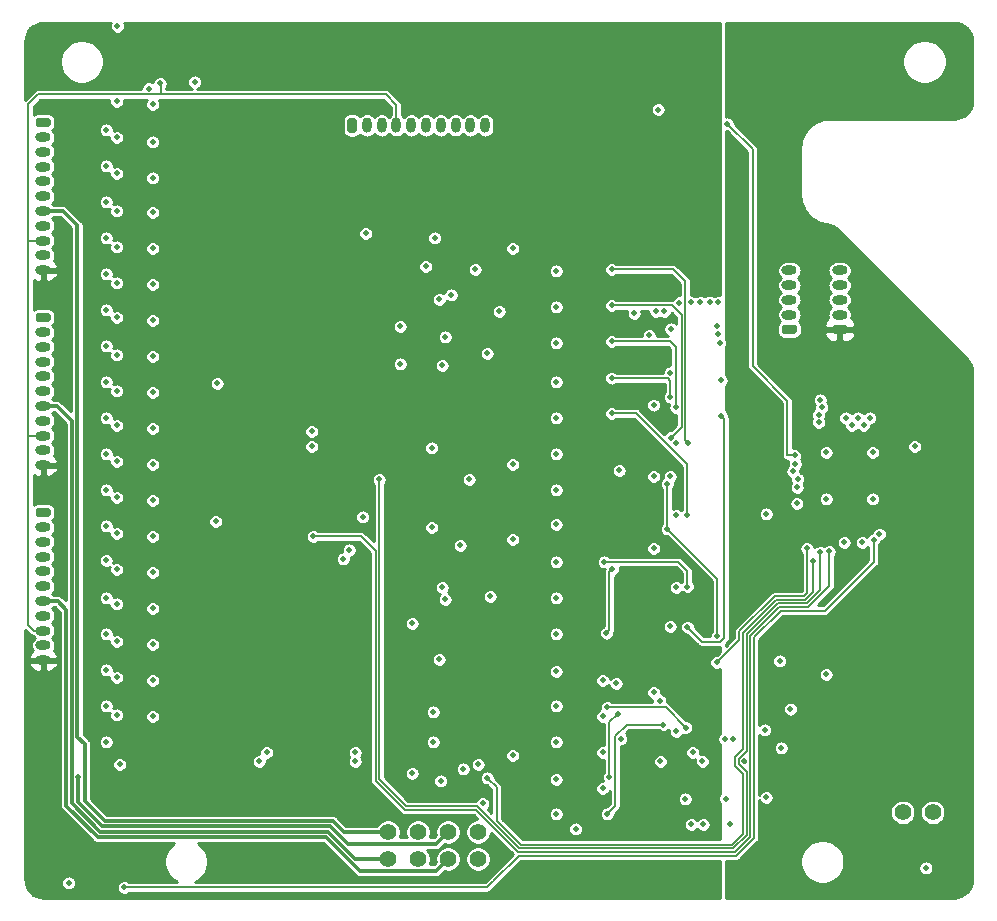
<source format=gbr>
%TF.GenerationSoftware,KiCad,Pcbnew,(5.1.10)-1*%
%TF.CreationDate,2023-08-20T09:24:49-05:00*%
%TF.ProjectId,brs_flight_computer,6272735f-666c-4696-9768-745f636f6d70,A*%
%TF.SameCoordinates,Original*%
%TF.FileFunction,Copper,L3,Inr*%
%TF.FilePolarity,Positive*%
%FSLAX46Y46*%
G04 Gerber Fmt 4.6, Leading zero omitted, Abs format (unit mm)*
G04 Created by KiCad (PCBNEW (5.1.10)-1) date 2023-08-20 09:24:49*
%MOMM*%
%LPD*%
G01*
G04 APERTURE LIST*
%TA.AperFunction,ComponentPad*%
%ADD10O,0.800000X1.300000*%
%TD*%
%TA.AperFunction,ComponentPad*%
%ADD11C,1.400000*%
%TD*%
%TA.AperFunction,ComponentPad*%
%ADD12O,1.300000X0.800000*%
%TD*%
%TA.AperFunction,ViaPad*%
%ADD13C,0.508000*%
%TD*%
%TA.AperFunction,Conductor*%
%ADD14C,0.152400*%
%TD*%
%TA.AperFunction,Conductor*%
%ADD15C,0.304800*%
%TD*%
%TA.AperFunction,Conductor*%
%ADD16C,0.254000*%
%TD*%
%TA.AperFunction,Conductor*%
%ADD17C,0.100000*%
%TD*%
G04 APERTURE END LIST*
D10*
%TO.N,/Microcontroller/NC_V*%
%TO.C,J3*%
X152728000Y-79248000D03*
%TO.N,/Microcontroller/NO_V*%
X151478000Y-79248000D03*
%TO.N,/Microcontroller/UNSET*%
X150228000Y-79248000D03*
%TO.N,/Microcontroller/SET*%
X148978000Y-79248000D03*
%TO.N,/Microcontroller/MAG_INT*%
X147728000Y-79248000D03*
%TO.N,/Ground Switcher/SDA*%
X146478000Y-79248000D03*
%TO.N,/Ground Switcher/SCL*%
X145228000Y-79248000D03*
%TO.N,GND*%
X143978000Y-79248000D03*
%TO.N,VPP*%
X142728000Y-79248000D03*
%TO.N,VDDF*%
%TA.AperFunction,ComponentPad*%
G36*
G01*
X141078000Y-79698000D02*
X141078000Y-78798000D01*
G75*
G02*
X141278000Y-78598000I200000J0D01*
G01*
X141678000Y-78598000D01*
G75*
G02*
X141878000Y-78798000I0J-200000D01*
G01*
X141878000Y-79698000D01*
G75*
G02*
X141678000Y-79898000I-200000J0D01*
G01*
X141278000Y-79898000D01*
G75*
G02*
X141078000Y-79698000I0J200000D01*
G01*
G37*
%TD.AperFunction*%
%TD*%
D11*
%TO.N,Net-(R52-Pad2)*%
%TO.C,TP24*%
X188087000Y-137414000D03*
%TO.N,Net-(J5-Pad1)*%
X190627000Y-137414000D03*
%TD*%
%TO.N,Net-(R33-Pad1)*%
%TO.C,TP17*%
X152146000Y-141351000D03*
%TO.N,P3_CP*%
X149606000Y-141351000D03*
%TD*%
%TO.N,Net-(R32-Pad2)*%
%TO.C,TP16*%
X147066000Y-141351000D03*
%TO.N,P2_CP*%
X144526000Y-141351000D03*
%TD*%
%TO.N,Net-(R17-Pad1)*%
%TO.C,TP7*%
X147066000Y-139065000D03*
%TO.N,P1_CP*%
X144526000Y-139065000D03*
%TD*%
%TO.N,Net-(R16-Pad2)*%
%TO.C,TP6*%
X152146000Y-139065000D03*
%TO.N,/Curve Tracer/GAAS_POS*%
X149606000Y-139065000D03*
%TD*%
D12*
%TO.N,GND*%
%TO.C,J2*%
X178498500Y-91520000D03*
%TO.N,PAYLOAD_RST*%
X178498500Y-92770000D03*
%TO.N,TEST*%
X178498500Y-94020000D03*
%TO.N,TCK*%
X178498500Y-95270000D03*
%TO.N,TMS*%
%TA.AperFunction,ComponentPad*%
G36*
G01*
X178948500Y-96920000D02*
X178048500Y-96920000D01*
G75*
G02*
X177848500Y-96720000I0J200000D01*
G01*
X177848500Y-96320000D01*
G75*
G02*
X178048500Y-96120000I200000J0D01*
G01*
X178948500Y-96120000D01*
G75*
G02*
X179148500Y-96320000I0J-200000D01*
G01*
X179148500Y-96720000D01*
G75*
G02*
X178948500Y-96920000I-200000J0D01*
G01*
G37*
%TD.AperFunction*%
%TD*%
%TO.N,TDI*%
%TO.C,J1*%
X182753000Y-91520000D03*
%TO.N,TDO*%
X182753000Y-92770000D03*
%TO.N,TX_OUT*%
X182753000Y-94020000D03*
%TO.N,RX_IN*%
X182753000Y-95270000D03*
%TO.N,+3V3*%
%TA.AperFunction,ComponentPad*%
G36*
G01*
X183203000Y-96920000D02*
X182303000Y-96920000D01*
G75*
G02*
X182103000Y-96720000I0J200000D01*
G01*
X182103000Y-96320000D01*
G75*
G02*
X182303000Y-96120000I200000J0D01*
G01*
X183203000Y-96120000D01*
G75*
G02*
X183403000Y-96320000I0J-200000D01*
G01*
X183403000Y-96720000D01*
G75*
G02*
X183203000Y-96920000I-200000J0D01*
G01*
G37*
%TD.AperFunction*%
%TD*%
%TO.N,VBUS*%
%TO.C,J14*%
X115316000Y-108004000D03*
%TO.N,GND*%
X115316000Y-106754000D03*
%TO.N,/Ground Switcher/SCL*%
X115316000Y-105504000D03*
%TO.N,/Ground Switcher/SDA*%
X115316000Y-104254000D03*
%TO.N,P2_CP*%
X115316000Y-103004000D03*
%TO.N,P2_P1*%
X115316000Y-101754000D03*
%TO.N,P2_P2*%
X115316000Y-100504000D03*
%TO.N,P2_P3*%
X115316000Y-99254000D03*
%TO.N,P2_P6*%
X115316000Y-98004000D03*
%TO.N,P2_P5*%
X115316000Y-96754000D03*
%TO.N,P2_P4*%
%TA.AperFunction,ComponentPad*%
G36*
G01*
X114866000Y-95104000D02*
X115766000Y-95104000D01*
G75*
G02*
X115966000Y-95304000I0J-200000D01*
G01*
X115966000Y-95704000D01*
G75*
G02*
X115766000Y-95904000I-200000J0D01*
G01*
X114866000Y-95904000D01*
G75*
G02*
X114666000Y-95704000I0J200000D01*
G01*
X114666000Y-95304000D01*
G75*
G02*
X114866000Y-95104000I200000J0D01*
G01*
G37*
%TD.AperFunction*%
%TD*%
%TO.N,VBUS*%
%TO.C,J13*%
X115316000Y-91494000D03*
%TO.N,GND*%
X115316000Y-90244000D03*
%TO.N,/Ground Switcher/SCL*%
X115316000Y-88994000D03*
%TO.N,/Ground Switcher/SDA*%
X115316000Y-87744000D03*
%TO.N,P1_CP*%
X115316000Y-86494000D03*
%TO.N,P1_P1*%
X115316000Y-85244000D03*
%TO.N,P1_P2*%
X115316000Y-83994000D03*
%TO.N,P1_P3*%
X115316000Y-82744000D03*
%TO.N,P1_P6*%
X115316000Y-81494000D03*
%TO.N,P1_P5*%
X115316000Y-80244000D03*
%TO.N,P1_P4*%
%TA.AperFunction,ComponentPad*%
G36*
G01*
X114866000Y-78594000D02*
X115766000Y-78594000D01*
G75*
G02*
X115966000Y-78794000I0J-200000D01*
G01*
X115966000Y-79194000D01*
G75*
G02*
X115766000Y-79394000I-200000J0D01*
G01*
X114866000Y-79394000D01*
G75*
G02*
X114666000Y-79194000I0J200000D01*
G01*
X114666000Y-78794000D01*
G75*
G02*
X114866000Y-78594000I200000J0D01*
G01*
G37*
%TD.AperFunction*%
%TD*%
%TO.N,VBUS*%
%TO.C,J10*%
X115316000Y-124514000D03*
%TO.N,GND*%
X115316000Y-123264000D03*
%TO.N,/Ground Switcher/SCL*%
X115316000Y-122014000D03*
%TO.N,/Ground Switcher/SDA*%
X115316000Y-120764000D03*
%TO.N,P3_CP*%
X115316000Y-119514000D03*
%TO.N,P3_P1*%
X115316000Y-118264000D03*
%TO.N,P3_P2*%
X115316000Y-117014000D03*
%TO.N,P3_P3*%
X115316000Y-115764000D03*
%TO.N,P3_P6*%
X115316000Y-114514000D03*
%TO.N,P3_P5*%
X115316000Y-113264000D03*
%TO.N,P3_P4*%
%TA.AperFunction,ComponentPad*%
G36*
G01*
X114866000Y-111614000D02*
X115766000Y-111614000D01*
G75*
G02*
X115966000Y-111814000I0J-200000D01*
G01*
X115966000Y-112214000D01*
G75*
G02*
X115766000Y-112414000I-200000J0D01*
G01*
X114866000Y-112414000D01*
G75*
G02*
X114666000Y-112214000I0J200000D01*
G01*
X114666000Y-111814000D01*
G75*
G02*
X114866000Y-111614000I200000J0D01*
G01*
G37*
%TD.AperFunction*%
%TD*%
D13*
%TO.N,GND*%
X181610000Y-110871000D03*
X185547000Y-110871000D03*
X185547000Y-106934000D03*
X181610000Y-106934000D03*
X128143000Y-75565000D03*
X121602500Y-70866000D03*
X145542000Y-96266000D03*
X145542000Y-99441000D03*
X149860000Y-93599000D03*
X149352000Y-97155000D03*
X153924000Y-94996000D03*
X147701000Y-91186000D03*
X158750000Y-91567000D03*
X158750000Y-94615000D03*
X158750000Y-97663000D03*
X158750000Y-100965000D03*
X158750000Y-104013000D03*
X158750000Y-107061000D03*
X158750000Y-110109000D03*
X158750000Y-113030000D03*
X158750000Y-116205000D03*
X158750000Y-119253000D03*
X158750000Y-122301000D03*
X158750000Y-125476000D03*
X158750000Y-128397000D03*
X158750000Y-131445000D03*
X158750000Y-134620000D03*
X158750000Y-137541000D03*
X129921000Y-112776000D03*
X138049000Y-106426000D03*
X138049000Y-105156000D03*
X130048000Y-101092000D03*
X142621000Y-88392000D03*
X124587000Y-80645000D03*
X120650000Y-82677000D03*
X120650000Y-85725000D03*
X120650000Y-88773000D03*
X120650000Y-91821000D03*
X120650000Y-94869000D03*
X120650000Y-97917000D03*
X120650000Y-100965000D03*
X120650000Y-104013000D03*
X120650000Y-107061000D03*
X120650000Y-110109000D03*
X120650000Y-113157000D03*
X120650000Y-116078000D03*
X120650000Y-119253000D03*
X120650000Y-122301000D03*
X120650000Y-125349000D03*
X120650000Y-128397000D03*
X120650000Y-131445000D03*
X120650000Y-79629000D03*
X124587000Y-77470000D03*
X124587000Y-83693000D03*
X124587000Y-86614000D03*
X124587000Y-89662000D03*
X124587000Y-92710000D03*
X124587000Y-95758000D03*
X124587000Y-98806000D03*
X124587000Y-101854000D03*
X124587000Y-104902000D03*
X124587000Y-107950000D03*
X124587000Y-110998000D03*
X124587000Y-114046000D03*
X124587000Y-117094000D03*
X124587000Y-120142000D03*
X124587000Y-123190000D03*
X124587000Y-126238000D03*
X124587000Y-129286000D03*
X121793000Y-133350000D03*
X117475000Y-143383000D03*
X177800000Y-131953000D03*
X181610000Y-125730000D03*
X140716000Y-115951000D03*
X148209000Y-106553000D03*
X148209000Y-113284000D03*
X146558000Y-121412000D03*
X149352000Y-119380000D03*
X153162000Y-119126000D03*
X148336000Y-131445000D03*
X150876000Y-133731000D03*
X146558000Y-134112000D03*
X148463000Y-88773000D03*
X176530000Y-112141000D03*
X190055500Y-142113000D03*
X173037500Y-131191000D03*
X164084000Y-108458000D03*
X168402000Y-108966000D03*
X168402000Y-121666000D03*
X163830000Y-126492000D03*
X165354000Y-95157859D03*
X172468212Y-96923124D03*
%TO.N,VAA*%
X189103000Y-106426000D03*
%TO.N,PAYLOAD_RST*%
X179133500Y-111252000D03*
%TO.N,+3V3*%
X162687000Y-126238000D03*
X162687000Y-129286000D03*
X162687000Y-132334000D03*
X162687000Y-135382000D03*
X167386000Y-77913500D03*
X148336000Y-128905000D03*
X148971000Y-134747000D03*
X191516000Y-105664000D03*
X185293000Y-99949000D03*
X185801000Y-98298000D03*
X183832500Y-101092000D03*
X188455000Y-114567000D03*
X188455000Y-117615000D03*
X187452000Y-112268000D03*
X176466500Y-108775500D03*
X184975500Y-142113000D03*
X164211000Y-131191000D03*
X167513000Y-127952500D03*
X167579000Y-133093500D03*
X171135000Y-133093500D03*
X174691000Y-133093500D03*
X152527000Y-136652000D03*
X183960000Y-117157000D03*
X152908000Y-98552000D03*
X172402500Y-96266000D03*
%TO.N,GAAS_VOLTAGE*%
X148844000Y-124460000D03*
X172466000Y-94234000D03*
%TO.N,P_1_VOLTAGE*%
X148844000Y-93980000D03*
X170154600Y-94234000D03*
%TO.N,GAAS_CURRENT*%
X152146000Y-133350000D03*
X169189400Y-94251735D03*
%TO.N,P_1_CURRENT*%
X151892000Y-91440000D03*
X167195500Y-94996000D03*
%TO.N,P_2_VOLTAGE*%
X149098000Y-99568000D03*
X170942000Y-94234000D03*
%TO.N,P_3_VOLTAGE*%
X149098000Y-118364000D03*
X171735625Y-94202375D03*
%TO.N,P_2_CURRENT*%
X151384000Y-109220000D03*
X167894000Y-94996000D03*
%TO.N,P_3_CURRENT*%
X150622000Y-114808000D03*
X168465500Y-96478659D03*
%TO.N,+5V*%
X160401000Y-138811000D03*
X169672000Y-136271000D03*
X176530000Y-136144000D03*
X173101000Y-136271000D03*
%TO.N,/Ground Switcher/SCL*%
X125222000Y-75692000D03*
X184658000Y-114554000D03*
%TO.N,/Ground Switcher/SDA*%
X124269500Y-76136500D03*
X183134000Y-114554000D03*
%TO.N,/Curve Tracer/GAAS_POS*%
X118300510Y-134429500D03*
%TO.N,/Ground Switcher/GAAS_TEMP*%
X185630150Y-114328224D03*
X122174000Y-143764000D03*
%TO.N,Net-(J21-Pad4)*%
X173482000Y-138430000D03*
%TO.N,Net-(J21-Pad3)*%
X171196000Y-138430000D03*
%TO.N,Net-(J21-Pad2)*%
X170180000Y-138430000D03*
%TO.N,/Microcontroller/MAG_INT*%
X183261000Y-104013000D03*
%TO.N,/Microcontroller/UNSET*%
X184277000Y-104013000D03*
%TO.N,/Microcontroller/SET*%
X183769000Y-104648000D03*
%TO.N,/Microcontroller/NC_V*%
X185293000Y-104013000D03*
%TO.N,/Microcontroller/NO_V*%
X184782400Y-104648000D03*
%TO.N,/EPS Connections/BUSY*%
X186112750Y-113861250D03*
X176403000Y-130429000D03*
%TO.N,/EPS Connections/TX*%
X179197000Y-109198600D03*
X173736000Y-131191000D03*
%TO.N,/EPS Connections/RX*%
X179153751Y-109902252D03*
X170307000Y-132334000D03*
%TO.N,Net-(R16-Pad2)*%
X155067000Y-132588000D03*
%TO.N,Net-(R32-Pad2)*%
X155067000Y-107950000D03*
%TO.N,Net-(R71-Pad2)*%
X121539000Y-77216000D03*
X121539000Y-92583000D03*
X121539000Y-89535000D03*
X121539000Y-86487000D03*
X121539000Y-83312000D03*
X121539000Y-80264000D03*
%TO.N,Net-(R72-Pad2)*%
X121539000Y-95504000D03*
X121539000Y-110744000D03*
X121539000Y-107696000D03*
X121539000Y-104648000D03*
X121539000Y-101727000D03*
X121539000Y-98679000D03*
%TO.N,Net-(R73-Pad2)*%
X121539000Y-113792000D03*
X121539000Y-129159000D03*
X121539000Y-125984000D03*
X121539000Y-122936000D03*
X121539000Y-119761000D03*
X121539000Y-116840000D03*
%TO.N,/EPS Connections/READ_BUSS*%
X178941250Y-107189750D03*
X173228000Y-79121000D03*
%TO.N,Net-(U23-Pad4)*%
X163449000Y-103632000D03*
X169862500Y-112204500D03*
%TO.N,Net-(U26-Pad6)*%
X168148000Y-113411000D03*
X168148000Y-109601000D03*
X172402500Y-122491500D03*
%TO.N,Net-(U18-Pad4)*%
X163449000Y-91440000D03*
X169926000Y-106172000D03*
%TO.N,Net-(U19-Pad4)*%
X163449000Y-94488000D03*
X168443025Y-105689400D03*
%TO.N,Net-(U20-Pad4)*%
X163449000Y-97536000D03*
X168884590Y-103124000D03*
%TO.N,Net-(U21-Pad6)*%
X163449000Y-100647500D03*
X168401990Y-102235000D03*
X172720000Y-103822500D03*
X169862500Y-121729500D03*
%TO.N,Net-(U33-Pad4)*%
X163068000Y-128524000D03*
X169735500Y-130238500D03*
%TO.N,Net-(U35-Pad4)*%
X163258500Y-134429500D03*
X163957000Y-129095500D03*
%TO.N,Net-(U36-Pad6)*%
X163068000Y-137541000D03*
X167830500Y-129984500D03*
%TO.N,Net-(U28-Pad4)*%
X162814000Y-116205000D03*
X169862500Y-118300500D03*
%TO.N,Net-(U30-Pad4)*%
X163004500Y-122237500D03*
X163512500Y-116840000D03*
%TO.N,/Microcontroller/CT_GOOD*%
X172339000Y-124714000D03*
X179984400Y-115062000D03*
%TO.N,/Ground Switcher/MUX_GOOD*%
X181102000Y-115379500D03*
X143764000Y-109220000D03*
%TO.N,/Ground Switcher/MUX_CLOCK*%
X181864000Y-115316000D03*
X138176000Y-114046000D03*
%TO.N,/Curve Tracer/GAAS_ON*%
X180467000Y-116141500D03*
X152908000Y-134493000D03*
%TO.N,/Curve Tracer/S1_CT*%
X181229001Y-103123996D03*
X166624000Y-97028000D03*
%TO.N,/Curve Tracer/READ_VOLTAGE*%
X180975000Y-104394000D03*
X172720000Y-100838000D03*
%TO.N,/Curve Tracer/READ_CURRENT*%
X180975000Y-103733597D03*
X168401990Y-100209768D03*
%TO.N,/Curve Tracer/S0_CT*%
X181099484Y-102476419D03*
X172593000Y-97663000D03*
%TO.N,/Microcontroller/TRACE_DIR*%
X167005000Y-127254000D03*
X167005000Y-102933500D03*
X167005000Y-108966000D03*
X167005000Y-115062000D03*
X178790600Y-108544359D03*
%TO.N,/Microcontroller/LADDER_CLOCK*%
X168910000Y-130556000D03*
X168910000Y-106172000D03*
X168910000Y-118364000D03*
X168910000Y-112268000D03*
X178981000Y-107912000D03*
%TO.N,Net-(U38-Pad6)*%
X141732000Y-133096000D03*
X133604000Y-133096000D03*
%TO.N,Net-(U38-Pad5)*%
X141732000Y-132334000D03*
X134239000Y-132334000D03*
%TO.N,Net-(U39-Pad1)*%
X142367000Y-112395000D03*
X141224000Y-115189000D03*
%TO.N,VBUS*%
X162687000Y-89662000D03*
X162687000Y-92710000D03*
X162687000Y-95758000D03*
X162687000Y-98806000D03*
X162687000Y-101854000D03*
X162687000Y-104902000D03*
X162687000Y-107950000D03*
X162687000Y-110998000D03*
X162687000Y-114046000D03*
X162687000Y-117094000D03*
X162687000Y-120142000D03*
X162687000Y-123190000D03*
X164084000Y-124714000D03*
X164084000Y-118999000D03*
X164084000Y-112903000D03*
X164084000Y-106807000D03*
X167513000Y-111506000D03*
X167513000Y-117602000D03*
X167513000Y-123698000D03*
X177673000Y-124587000D03*
X133858000Y-77913500D03*
X129921000Y-130810000D03*
X135382000Y-129794000D03*
X142367000Y-130810000D03*
X138049000Y-112776000D03*
X134112000Y-108712000D03*
X129921000Y-114173000D03*
X130327410Y-105918000D03*
X130048000Y-102362000D03*
X134493000Y-102362000D03*
X142138400Y-102362000D03*
X144907000Y-106172000D03*
X148209000Y-104521000D03*
X148209000Y-110871000D03*
X152654000Y-123698000D03*
X152527000Y-122428000D03*
X148463000Y-85725000D03*
X167513000Y-103632000D03*
X124650500Y-78613000D03*
X124650500Y-81661000D03*
X124650500Y-84709000D03*
X124650500Y-87757000D03*
X124563250Y-90781250D03*
X124587000Y-93853000D03*
X124587000Y-96901000D03*
X124587000Y-100012500D03*
X124534159Y-102944159D03*
X124523500Y-106045000D03*
X124523500Y-109156500D03*
X124523500Y-112204500D03*
X124523500Y-115189000D03*
X124523500Y-118237000D03*
X124523500Y-121285000D03*
X124523500Y-124269500D03*
X124523500Y-127381000D03*
X124523500Y-130429000D03*
X115316000Y-108902500D03*
X126111000Y-75565000D03*
X178574574Y-128663574D03*
%TO.N,Net-(R17-Pad1)*%
X155067000Y-89662000D03*
%TO.N,Net-(R33-Pad1)*%
X155067000Y-114300000D03*
%TD*%
D14*
%TO.N,/Ground Switcher/SCL*%
X114521000Y-122014000D02*
X115316000Y-122014000D01*
X114046000Y-121539000D02*
X114521000Y-122014000D01*
X114079000Y-105504000D02*
X114046000Y-105537000D01*
X115316000Y-105504000D02*
X114079000Y-105504000D01*
X114046000Y-105537000D02*
X114046000Y-121539000D01*
X114896899Y-76619101D02*
X124654109Y-76619101D01*
X114046000Y-77470000D02*
X114896899Y-76619101D01*
X114079000Y-88994000D02*
X114046000Y-89027000D01*
X115316000Y-88994000D02*
X114079000Y-88994000D01*
X114046000Y-89027000D02*
X114046000Y-77470000D01*
X114046000Y-105537000D02*
X114046000Y-89027000D01*
X145228000Y-77537000D02*
X145228000Y-79248000D01*
X144310101Y-76619101D02*
X145228000Y-77537000D01*
X125260101Y-75730101D02*
X125222000Y-75692000D01*
X125260101Y-76619101D02*
X125260101Y-75730101D01*
X124654109Y-76619101D02*
X125260101Y-76619101D01*
X125260101Y-76619101D02*
X144310101Y-76619101D01*
D15*
%TO.N,/Curve Tracer/GAAS_POS*%
X118300510Y-134429500D02*
X118300510Y-136565326D01*
X118300510Y-136565326D02*
X120330265Y-138595081D01*
X120330265Y-138595081D02*
X139634266Y-138595082D01*
X148601199Y-140069801D02*
X149606000Y-139065000D01*
X141108985Y-140069801D02*
X148601199Y-140069801D01*
X139634266Y-138595082D02*
X141108985Y-140069801D01*
D14*
%TO.N,/Ground Switcher/GAAS_TEMP*%
X185630150Y-116201100D02*
X181511441Y-120319809D01*
X185630150Y-114328224D02*
X185630150Y-116201100D01*
X181511441Y-120319809D02*
X177753459Y-120319809D01*
X177753459Y-120319809D02*
X175478411Y-122594857D01*
X175478409Y-139581723D02*
X173988511Y-141071619D01*
X175478411Y-122594857D02*
X175478409Y-139581723D01*
X173988511Y-141071619D02*
X155600381Y-141071619D01*
X155600381Y-141071619D02*
X153416000Y-143256000D01*
X152908000Y-143764000D02*
X122174000Y-143764000D01*
X153416000Y-143256000D02*
X152908000Y-143764000D01*
%TO.N,/EPS Connections/READ_BUSS*%
X178941250Y-107189750D02*
X178309750Y-107189750D01*
X178309750Y-102557419D02*
X175387000Y-99634669D01*
X178309750Y-107189750D02*
X178309750Y-102557419D01*
X175387000Y-81280000D02*
X173228000Y-79121000D01*
X175387000Y-99634669D02*
X175387000Y-81280000D01*
%TO.N,Net-(U23-Pad4)*%
X163449000Y-103632000D02*
X165544500Y-103632000D01*
X169862500Y-107950000D02*
X169862500Y-112204500D01*
X165544500Y-103632000D02*
X169862500Y-107950000D01*
%TO.N,Net-(U26-Pad6)*%
X168148000Y-113411000D02*
X168148000Y-109601000D01*
X172402500Y-117665500D02*
X172402500Y-122491500D01*
X168148000Y-113411000D02*
X172402500Y-117665500D01*
%TO.N,Net-(U18-Pad4)*%
X163449000Y-91440000D02*
X168656000Y-91440000D01*
X168656000Y-91440000D02*
X169672000Y-92456000D01*
X169672000Y-105918000D02*
X169926000Y-106172000D01*
X169672000Y-92456000D02*
X169672000Y-105918000D01*
%TO.N,Net-(U19-Pad4)*%
X163449000Y-94488000D02*
X168529000Y-94488000D01*
X168529000Y-94488000D02*
X169367190Y-95326190D01*
X169367190Y-104765235D02*
X168443025Y-105689400D01*
X169367190Y-95326190D02*
X169367190Y-104765235D01*
%TO.N,Net-(U20-Pad4)*%
X163449000Y-97536000D02*
X168427380Y-97536000D01*
X168884590Y-97993210D02*
X168884590Y-103124000D01*
X168427380Y-97536000D02*
X168884590Y-97993210D01*
%TO.N,Net-(U21-Pad6)*%
X163449000Y-100647500D02*
X168198780Y-100647500D01*
X168401990Y-100850710D02*
X168401990Y-102235000D01*
X168198780Y-100647500D02*
X168401990Y-100850710D01*
X171107101Y-122974101D02*
X169862500Y-121729500D01*
X172634149Y-122974101D02*
X171107101Y-122974101D01*
X172973999Y-122634251D02*
X172634149Y-122974101D01*
X172973999Y-104076499D02*
X172973999Y-122634251D01*
X172720000Y-103822500D02*
X172973999Y-104076499D01*
%TO.N,Net-(U33-Pad4)*%
X168021000Y-128524000D02*
X169735500Y-130238500D01*
X163068000Y-128524000D02*
X168021000Y-128524000D01*
%TO.N,Net-(U35-Pad4)*%
X163258500Y-129794000D02*
X163957000Y-129095500D01*
X163258500Y-134429500D02*
X163258500Y-129794000D01*
%TO.N,Net-(U36-Pad6)*%
X163728399Y-130959351D02*
X164703250Y-129984500D01*
X163728399Y-131422649D02*
X163728399Y-130959351D01*
X163741101Y-131435351D02*
X163728399Y-131422649D01*
X163741101Y-136867899D02*
X163741101Y-131435351D01*
X163068000Y-137541000D02*
X163741101Y-136867899D01*
X164703250Y-129984500D02*
X167830500Y-129984500D01*
%TO.N,Net-(U28-Pad4)*%
X162814000Y-116205000D02*
X168719500Y-116205000D01*
X168719500Y-116205000D02*
X169100500Y-116205000D01*
X169862500Y-116967000D02*
X169862500Y-118300500D01*
X169100500Y-116205000D02*
X169862500Y-116967000D01*
%TO.N,Net-(U30-Pad4)*%
X163258499Y-117094001D02*
X163512500Y-116840000D01*
X163258499Y-121983501D02*
X163258499Y-117094001D01*
X163004500Y-122237500D02*
X163258499Y-121983501D01*
%TO.N,/Microcontroller/CT_GOOD*%
X179984400Y-115062000D02*
X179984400Y-118822658D01*
X179984400Y-118822658D02*
X179706486Y-119100572D01*
X179706486Y-119100572D02*
X177248431Y-119100573D01*
X177248431Y-119100573D02*
X174259171Y-122089833D01*
X174259171Y-122793829D02*
X172339000Y-124714000D01*
X174259171Y-122089833D02*
X174259171Y-122793829D01*
%TO.N,/Ground Switcher/MUX_GOOD*%
X181102000Y-115379500D02*
X181102000Y-118567190D01*
X181102000Y-118567190D02*
X179959000Y-119710190D01*
X179959000Y-119710190D02*
X177500945Y-119710191D01*
X177500945Y-119710191D02*
X174868791Y-122342345D01*
X174208399Y-133314399D02*
X174868791Y-133974791D01*
X174208399Y-132861851D02*
X174208399Y-133314399D01*
X174868791Y-132201459D02*
X174208399Y-132861851D01*
X174868791Y-122342345D02*
X174868791Y-132201459D01*
X174868791Y-133974791D02*
X174868791Y-135636000D01*
X174868791Y-135636000D02*
X174868791Y-139329209D01*
X174868791Y-139329209D02*
X173736000Y-140462000D01*
X173736000Y-140462000D02*
X156464000Y-140462000D01*
X155622750Y-140462000D02*
X152066750Y-136906000D01*
X156464000Y-140462000D02*
X155622750Y-140462000D01*
X152066750Y-136906000D02*
X146050000Y-136906000D01*
X143764000Y-134620000D02*
X143764000Y-109220000D01*
X146050000Y-136906000D02*
X143764000Y-134620000D01*
%TO.N,/Ground Switcher/MUX_CLOCK*%
X181864000Y-118236254D02*
X180085255Y-120014999D01*
X181864000Y-115316000D02*
X181864000Y-118236254D01*
X180085255Y-120014999D02*
X177627203Y-120014999D01*
X177627203Y-120014999D02*
X175173601Y-122468601D01*
X175173601Y-122468601D02*
X175173601Y-135509744D01*
X175173600Y-139455466D02*
X173862256Y-140766810D01*
X175173601Y-135509744D02*
X175173600Y-139455466D01*
X155496493Y-140766809D02*
X151940494Y-137210810D01*
X173862256Y-140766810D02*
X155496493Y-140766809D01*
X145923743Y-137210809D02*
X143459190Y-134746256D01*
X151940494Y-137210810D02*
X145923743Y-137210809D01*
X143459190Y-134746256D02*
X143459190Y-115265190D01*
X142240000Y-114046000D02*
X138176000Y-114046000D01*
X143459190Y-115265190D02*
X142240000Y-114046000D01*
%TO.N,/Curve Tracer/GAAS_ON*%
X180467000Y-116141500D02*
X180467000Y-118771124D01*
X180467000Y-118771124D02*
X179832742Y-119405382D01*
X179832742Y-119405382D02*
X177374688Y-119405382D01*
X174563981Y-122216089D02*
X174563981Y-132075203D01*
X155749006Y-140157190D02*
X153718908Y-138127092D01*
X153718908Y-135303908D02*
X152908000Y-134493000D01*
X177374688Y-119405382D02*
X174563981Y-122216089D01*
X173609744Y-140157190D02*
X155749006Y-140157190D01*
X173903589Y-132735595D02*
X173903589Y-133517589D01*
X174563981Y-132075203D02*
X173903589Y-132735595D01*
X174563981Y-139202953D02*
X173609744Y-140157190D01*
X174563981Y-134177981D02*
X174563981Y-139202953D01*
X173903589Y-133517589D02*
X174563981Y-134177981D01*
X153718908Y-138127092D02*
X153718908Y-135303908D01*
D15*
%TO.N,P3_CP*%
X115316000Y-119514000D02*
X116529500Y-119514000D01*
X116529500Y-119514000D02*
X117284500Y-120269000D01*
X117284500Y-120269000D02*
X117284500Y-136842500D01*
X117284500Y-136842500D02*
X119951500Y-139509500D01*
X119951500Y-139509500D02*
X139255500Y-139509500D01*
X148601199Y-142355801D02*
X149606000Y-141351000D01*
X142101801Y-142355801D02*
X148601199Y-142355801D01*
X139255500Y-139509500D02*
X142101801Y-142355801D01*
%TO.N,P1_CP*%
X140750776Y-139065000D02*
X144526000Y-139065000D01*
X120519648Y-138137872D02*
X139823649Y-138137873D01*
X118859311Y-136477535D02*
X120519648Y-138137872D01*
X139823649Y-138137873D02*
X140750776Y-139065000D01*
X118859311Y-131660891D02*
X118859311Y-136477535D01*
X118198920Y-131000500D02*
X118859311Y-131660891D01*
X118198920Y-87718920D02*
X118198920Y-131000500D01*
X116974000Y-86494000D02*
X118198920Y-87718920D01*
X115316000Y-86494000D02*
X116974000Y-86494000D01*
%TO.N,P2_CP*%
X115316000Y-103004000D02*
X116466000Y-103004000D01*
X116466000Y-103004000D02*
X117741710Y-104279710D01*
X117741710Y-104279710D02*
X117741710Y-136653118D01*
X117741710Y-136653118D02*
X120140882Y-139052290D01*
X120140882Y-139052290D02*
X139444883Y-139052291D01*
X141743592Y-141351000D02*
X144526000Y-141351000D01*
X139444883Y-139052291D02*
X141743592Y-141351000D01*
%TD*%
D16*
%TO.N,VBUS*%
X116751100Y-120489942D02*
X116751101Y-136816303D01*
X116748521Y-136842500D01*
X116758819Y-136947064D01*
X116789319Y-137047610D01*
X116828645Y-137121182D01*
X116838850Y-137140275D01*
X116866174Y-137173569D01*
X116888807Y-137201148D01*
X116888810Y-137201151D01*
X116905506Y-137221495D01*
X116925850Y-137238191D01*
X119555804Y-139868145D01*
X119572505Y-139888495D01*
X119653725Y-139955151D01*
X119746389Y-140004681D01*
X119846935Y-140035181D01*
X119925305Y-140042900D01*
X119925306Y-140042900D01*
X119951500Y-140045480D01*
X119977694Y-140042900D01*
X126407628Y-140042900D01*
X126241607Y-140153831D01*
X125981561Y-140413877D01*
X125777245Y-140719659D01*
X125636509Y-141059425D01*
X125564762Y-141420119D01*
X125564762Y-141787879D01*
X125636509Y-142148573D01*
X125777245Y-142488339D01*
X125981561Y-142794121D01*
X126241607Y-143054167D01*
X126547389Y-143258483D01*
X126664036Y-143306800D01*
X122614825Y-143306800D01*
X122578789Y-143270764D01*
X122474785Y-143201271D01*
X122359223Y-143153403D01*
X122236542Y-143129000D01*
X122111458Y-143129000D01*
X121988777Y-143153403D01*
X121873215Y-143201271D01*
X121769211Y-143270764D01*
X121680764Y-143359211D01*
X121611271Y-143463215D01*
X121563403Y-143578777D01*
X121539000Y-143701458D01*
X121539000Y-143826542D01*
X121563403Y-143949223D01*
X121611271Y-144064785D01*
X121680764Y-144168789D01*
X121769211Y-144257236D01*
X121873215Y-144326729D01*
X121988777Y-144374597D01*
X122111458Y-144399000D01*
X122236542Y-144399000D01*
X122359223Y-144374597D01*
X122474785Y-144326729D01*
X122578789Y-144257236D01*
X122614825Y-144221200D01*
X152885550Y-144221200D01*
X152908000Y-144223411D01*
X152930450Y-144221200D01*
X152930460Y-144221200D01*
X152997627Y-144214585D01*
X153083809Y-144188441D01*
X153163236Y-144145987D01*
X153232853Y-144088853D01*
X153247174Y-144071403D01*
X153755170Y-143563408D01*
X155789759Y-141528819D01*
X172593000Y-141528819D01*
X172593000Y-144622999D01*
X115339522Y-144622999D01*
X115021408Y-144591807D01*
X114738033Y-144506252D01*
X114476676Y-144367286D01*
X114247287Y-144180201D01*
X114058604Y-143952123D01*
X113917817Y-143691743D01*
X113830285Y-143408973D01*
X113820982Y-143320458D01*
X116840000Y-143320458D01*
X116840000Y-143445542D01*
X116864403Y-143568223D01*
X116912271Y-143683785D01*
X116981764Y-143787789D01*
X117070211Y-143876236D01*
X117174215Y-143945729D01*
X117289777Y-143993597D01*
X117412458Y-144018000D01*
X117537542Y-144018000D01*
X117660223Y-143993597D01*
X117775785Y-143945729D01*
X117879789Y-143876236D01*
X117968236Y-143787789D01*
X118037729Y-143683785D01*
X118085597Y-143568223D01*
X118110000Y-143445542D01*
X118110000Y-143320458D01*
X118085597Y-143197777D01*
X118037729Y-143082215D01*
X117968236Y-142978211D01*
X117879789Y-142889764D01*
X117775785Y-142820271D01*
X117660223Y-142772403D01*
X117537542Y-142748000D01*
X117412458Y-142748000D01*
X117289777Y-142772403D01*
X117174215Y-142820271D01*
X117070211Y-142889764D01*
X116981764Y-142978211D01*
X116912271Y-143082215D01*
X116864403Y-143197777D01*
X116840000Y-143320458D01*
X113820982Y-143320458D01*
X113797000Y-143092287D01*
X113797000Y-124800123D01*
X114071334Y-124800123D01*
X114081006Y-124876972D01*
X114170745Y-125062160D01*
X114294888Y-125226283D01*
X114448664Y-125363033D01*
X114626164Y-125467155D01*
X114820567Y-125534648D01*
X115024401Y-125562918D01*
X115189000Y-125397762D01*
X115189000Y-124641000D01*
X115443000Y-124641000D01*
X115443000Y-125397762D01*
X115607599Y-125562918D01*
X115811433Y-125534648D01*
X116005836Y-125467155D01*
X116183336Y-125363033D01*
X116337112Y-125226283D01*
X116461255Y-125062160D01*
X116550994Y-124876972D01*
X116560666Y-124800123D01*
X116432998Y-124641000D01*
X115443000Y-124641000D01*
X115189000Y-124641000D01*
X114199002Y-124641000D01*
X114071334Y-124800123D01*
X113797000Y-124800123D01*
X113797000Y-121936577D01*
X114181830Y-122321408D01*
X114196147Y-122338853D01*
X114213592Y-122353170D01*
X114265763Y-122395987D01*
X114308217Y-122418678D01*
X114345191Y-122438441D01*
X114423488Y-122462193D01*
X114511078Y-122568922D01*
X114596469Y-122639000D01*
X114511078Y-122709078D01*
X114413481Y-122828001D01*
X114340960Y-122963678D01*
X114296301Y-123110897D01*
X114281222Y-123264000D01*
X114296301Y-123417103D01*
X114340960Y-123564322D01*
X114412124Y-123697461D01*
X114294888Y-123801717D01*
X114170745Y-123965840D01*
X114081006Y-124151028D01*
X114071334Y-124227877D01*
X114199002Y-124387000D01*
X115189000Y-124387000D01*
X115189000Y-124367000D01*
X115443000Y-124367000D01*
X115443000Y-124387000D01*
X116432998Y-124387000D01*
X116560666Y-124227877D01*
X116550994Y-124151028D01*
X116461255Y-123965840D01*
X116337112Y-123801717D01*
X116219876Y-123697461D01*
X116291040Y-123564322D01*
X116335699Y-123417103D01*
X116350778Y-123264000D01*
X116335699Y-123110897D01*
X116291040Y-122963678D01*
X116218519Y-122828001D01*
X116120922Y-122709078D01*
X116035531Y-122639000D01*
X116120922Y-122568922D01*
X116218519Y-122449999D01*
X116291040Y-122314322D01*
X116335699Y-122167103D01*
X116350778Y-122014000D01*
X116335699Y-121860897D01*
X116291040Y-121713678D01*
X116218519Y-121578001D01*
X116120922Y-121459078D01*
X116035531Y-121389000D01*
X116120922Y-121318922D01*
X116218519Y-121199999D01*
X116291040Y-121064322D01*
X116335699Y-120917103D01*
X116350778Y-120764000D01*
X116335699Y-120610897D01*
X116291040Y-120463678D01*
X116218519Y-120328001D01*
X116120922Y-120209078D01*
X116035531Y-120139000D01*
X116120922Y-120068922D01*
X116138585Y-120047400D01*
X116308559Y-120047400D01*
X116751100Y-120489942D01*
%TA.AperFunction,Conductor*%
D17*
G36*
X116751100Y-120489942D02*
G01*
X116751101Y-136816303D01*
X116748521Y-136842500D01*
X116758819Y-136947064D01*
X116789319Y-137047610D01*
X116828645Y-137121182D01*
X116838850Y-137140275D01*
X116866174Y-137173569D01*
X116888807Y-137201148D01*
X116888810Y-137201151D01*
X116905506Y-137221495D01*
X116925850Y-137238191D01*
X119555804Y-139868145D01*
X119572505Y-139888495D01*
X119653725Y-139955151D01*
X119746389Y-140004681D01*
X119846935Y-140035181D01*
X119925305Y-140042900D01*
X119925306Y-140042900D01*
X119951500Y-140045480D01*
X119977694Y-140042900D01*
X126407628Y-140042900D01*
X126241607Y-140153831D01*
X125981561Y-140413877D01*
X125777245Y-140719659D01*
X125636509Y-141059425D01*
X125564762Y-141420119D01*
X125564762Y-141787879D01*
X125636509Y-142148573D01*
X125777245Y-142488339D01*
X125981561Y-142794121D01*
X126241607Y-143054167D01*
X126547389Y-143258483D01*
X126664036Y-143306800D01*
X122614825Y-143306800D01*
X122578789Y-143270764D01*
X122474785Y-143201271D01*
X122359223Y-143153403D01*
X122236542Y-143129000D01*
X122111458Y-143129000D01*
X121988777Y-143153403D01*
X121873215Y-143201271D01*
X121769211Y-143270764D01*
X121680764Y-143359211D01*
X121611271Y-143463215D01*
X121563403Y-143578777D01*
X121539000Y-143701458D01*
X121539000Y-143826542D01*
X121563403Y-143949223D01*
X121611271Y-144064785D01*
X121680764Y-144168789D01*
X121769211Y-144257236D01*
X121873215Y-144326729D01*
X121988777Y-144374597D01*
X122111458Y-144399000D01*
X122236542Y-144399000D01*
X122359223Y-144374597D01*
X122474785Y-144326729D01*
X122578789Y-144257236D01*
X122614825Y-144221200D01*
X152885550Y-144221200D01*
X152908000Y-144223411D01*
X152930450Y-144221200D01*
X152930460Y-144221200D01*
X152997627Y-144214585D01*
X153083809Y-144188441D01*
X153163236Y-144145987D01*
X153232853Y-144088853D01*
X153247174Y-144071403D01*
X153755170Y-143563408D01*
X155789759Y-141528819D01*
X172593000Y-141528819D01*
X172593000Y-144622999D01*
X115339522Y-144622999D01*
X115021408Y-144591807D01*
X114738033Y-144506252D01*
X114476676Y-144367286D01*
X114247287Y-144180201D01*
X114058604Y-143952123D01*
X113917817Y-143691743D01*
X113830285Y-143408973D01*
X113820982Y-143320458D01*
X116840000Y-143320458D01*
X116840000Y-143445542D01*
X116864403Y-143568223D01*
X116912271Y-143683785D01*
X116981764Y-143787789D01*
X117070211Y-143876236D01*
X117174215Y-143945729D01*
X117289777Y-143993597D01*
X117412458Y-144018000D01*
X117537542Y-144018000D01*
X117660223Y-143993597D01*
X117775785Y-143945729D01*
X117879789Y-143876236D01*
X117968236Y-143787789D01*
X118037729Y-143683785D01*
X118085597Y-143568223D01*
X118110000Y-143445542D01*
X118110000Y-143320458D01*
X118085597Y-143197777D01*
X118037729Y-143082215D01*
X117968236Y-142978211D01*
X117879789Y-142889764D01*
X117775785Y-142820271D01*
X117660223Y-142772403D01*
X117537542Y-142748000D01*
X117412458Y-142748000D01*
X117289777Y-142772403D01*
X117174215Y-142820271D01*
X117070211Y-142889764D01*
X116981764Y-142978211D01*
X116912271Y-143082215D01*
X116864403Y-143197777D01*
X116840000Y-143320458D01*
X113820982Y-143320458D01*
X113797000Y-143092287D01*
X113797000Y-124800123D01*
X114071334Y-124800123D01*
X114081006Y-124876972D01*
X114170745Y-125062160D01*
X114294888Y-125226283D01*
X114448664Y-125363033D01*
X114626164Y-125467155D01*
X114820567Y-125534648D01*
X115024401Y-125562918D01*
X115189000Y-125397762D01*
X115189000Y-124641000D01*
X115443000Y-124641000D01*
X115443000Y-125397762D01*
X115607599Y-125562918D01*
X115811433Y-125534648D01*
X116005836Y-125467155D01*
X116183336Y-125363033D01*
X116337112Y-125226283D01*
X116461255Y-125062160D01*
X116550994Y-124876972D01*
X116560666Y-124800123D01*
X116432998Y-124641000D01*
X115443000Y-124641000D01*
X115189000Y-124641000D01*
X114199002Y-124641000D01*
X114071334Y-124800123D01*
X113797000Y-124800123D01*
X113797000Y-121936577D01*
X114181830Y-122321408D01*
X114196147Y-122338853D01*
X114213592Y-122353170D01*
X114265763Y-122395987D01*
X114308217Y-122418678D01*
X114345191Y-122438441D01*
X114423488Y-122462193D01*
X114511078Y-122568922D01*
X114596469Y-122639000D01*
X114511078Y-122709078D01*
X114413481Y-122828001D01*
X114340960Y-122963678D01*
X114296301Y-123110897D01*
X114281222Y-123264000D01*
X114296301Y-123417103D01*
X114340960Y-123564322D01*
X114412124Y-123697461D01*
X114294888Y-123801717D01*
X114170745Y-123965840D01*
X114081006Y-124151028D01*
X114071334Y-124227877D01*
X114199002Y-124387000D01*
X115189000Y-124387000D01*
X115189000Y-124367000D01*
X115443000Y-124367000D01*
X115443000Y-124387000D01*
X116432998Y-124387000D01*
X116560666Y-124227877D01*
X116550994Y-124151028D01*
X116461255Y-123965840D01*
X116337112Y-123801717D01*
X116219876Y-123697461D01*
X116291040Y-123564322D01*
X116335699Y-123417103D01*
X116350778Y-123264000D01*
X116335699Y-123110897D01*
X116291040Y-122963678D01*
X116218519Y-122828001D01*
X116120922Y-122709078D01*
X116035531Y-122639000D01*
X116120922Y-122568922D01*
X116218519Y-122449999D01*
X116291040Y-122314322D01*
X116335699Y-122167103D01*
X116350778Y-122014000D01*
X116335699Y-121860897D01*
X116291040Y-121713678D01*
X116218519Y-121578001D01*
X116120922Y-121459078D01*
X116035531Y-121389000D01*
X116120922Y-121318922D01*
X116218519Y-121199999D01*
X116291040Y-121064322D01*
X116335699Y-120917103D01*
X116350778Y-120764000D01*
X116335699Y-120610897D01*
X116291040Y-120463678D01*
X116218519Y-120328001D01*
X116120922Y-120209078D01*
X116035531Y-120139000D01*
X116120922Y-120068922D01*
X116138585Y-120047400D01*
X116308559Y-120047400D01*
X116751100Y-120489942D01*
G37*
%TD.AperFunction*%
D16*
X120991903Y-70680777D02*
X120967500Y-70803458D01*
X120967500Y-70928542D01*
X120991903Y-71051223D01*
X121039771Y-71166785D01*
X121109264Y-71270789D01*
X121197711Y-71359236D01*
X121301715Y-71428729D01*
X121417277Y-71476597D01*
X121539958Y-71501000D01*
X121665042Y-71501000D01*
X121787723Y-71476597D01*
X121903285Y-71428729D01*
X122007289Y-71359236D01*
X122095736Y-71270789D01*
X122165229Y-71166785D01*
X122213097Y-71051223D01*
X122237500Y-70928542D01*
X122237500Y-70803458D01*
X122213097Y-70680777D01*
X122173424Y-70585000D01*
X172593000Y-70585000D01*
X172593000Y-93611822D01*
X172528542Y-93599000D01*
X172403458Y-93599000D01*
X172280777Y-93623403D01*
X172165215Y-93671271D01*
X172124478Y-93698491D01*
X172036410Y-93639646D01*
X171920848Y-93591778D01*
X171798167Y-93567375D01*
X171673083Y-93567375D01*
X171550402Y-93591778D01*
X171434840Y-93639646D01*
X171330836Y-93709139D01*
X171318268Y-93721707D01*
X171242785Y-93671271D01*
X171127223Y-93623403D01*
X171004542Y-93599000D01*
X170879458Y-93599000D01*
X170756777Y-93623403D01*
X170641215Y-93671271D01*
X170548300Y-93733355D01*
X170455385Y-93671271D01*
X170339823Y-93623403D01*
X170217142Y-93599000D01*
X170129200Y-93599000D01*
X170129200Y-92478450D01*
X170131411Y-92456000D01*
X170129200Y-92433550D01*
X170129200Y-92433540D01*
X170122585Y-92366373D01*
X170096441Y-92280191D01*
X170053987Y-92200764D01*
X169996853Y-92131147D01*
X169979409Y-92116831D01*
X168995174Y-91132597D01*
X168980853Y-91115147D01*
X168911236Y-91058013D01*
X168831809Y-91015559D01*
X168745627Y-90989415D01*
X168678460Y-90982800D01*
X168678450Y-90982800D01*
X168656000Y-90980589D01*
X168633550Y-90982800D01*
X163889825Y-90982800D01*
X163853789Y-90946764D01*
X163749785Y-90877271D01*
X163634223Y-90829403D01*
X163511542Y-90805000D01*
X163386458Y-90805000D01*
X163263777Y-90829403D01*
X163148215Y-90877271D01*
X163044211Y-90946764D01*
X162955764Y-91035211D01*
X162886271Y-91139215D01*
X162838403Y-91254777D01*
X162814000Y-91377458D01*
X162814000Y-91502542D01*
X162838403Y-91625223D01*
X162886271Y-91740785D01*
X162955764Y-91844789D01*
X163044211Y-91933236D01*
X163148215Y-92002729D01*
X163263777Y-92050597D01*
X163386458Y-92075000D01*
X163511542Y-92075000D01*
X163634223Y-92050597D01*
X163749785Y-92002729D01*
X163853789Y-91933236D01*
X163889825Y-91897200D01*
X168466623Y-91897200D01*
X169214800Y-92645378D01*
X169214800Y-93616735D01*
X169126858Y-93616735D01*
X169004177Y-93641138D01*
X168888615Y-93689006D01*
X168784611Y-93758499D01*
X168696164Y-93846946D01*
X168626671Y-93950950D01*
X168591944Y-94034787D01*
X168551460Y-94030800D01*
X168551450Y-94030800D01*
X168529000Y-94028589D01*
X168506550Y-94030800D01*
X163889825Y-94030800D01*
X163853789Y-93994764D01*
X163749785Y-93925271D01*
X163634223Y-93877403D01*
X163511542Y-93853000D01*
X163386458Y-93853000D01*
X163263777Y-93877403D01*
X163148215Y-93925271D01*
X163044211Y-93994764D01*
X162955764Y-94083211D01*
X162886271Y-94187215D01*
X162838403Y-94302777D01*
X162814000Y-94425458D01*
X162814000Y-94550542D01*
X162838403Y-94673223D01*
X162886271Y-94788785D01*
X162955764Y-94892789D01*
X163044211Y-94981236D01*
X163148215Y-95050729D01*
X163263777Y-95098597D01*
X163386458Y-95123000D01*
X163511542Y-95123000D01*
X163634223Y-95098597D01*
X163749785Y-95050729D01*
X163853789Y-94981236D01*
X163889825Y-94945200D01*
X164754768Y-94945200D01*
X164743403Y-94972636D01*
X164719000Y-95095317D01*
X164719000Y-95220401D01*
X164743403Y-95343082D01*
X164791271Y-95458644D01*
X164860764Y-95562648D01*
X164949211Y-95651095D01*
X165053215Y-95720588D01*
X165168777Y-95768456D01*
X165291458Y-95792859D01*
X165416542Y-95792859D01*
X165539223Y-95768456D01*
X165654785Y-95720588D01*
X165758789Y-95651095D01*
X165847236Y-95562648D01*
X165916729Y-95458644D01*
X165964597Y-95343082D01*
X165989000Y-95220401D01*
X165989000Y-95095317D01*
X165964597Y-94972636D01*
X165953232Y-94945200D01*
X166560500Y-94945200D01*
X166560500Y-95058542D01*
X166584903Y-95181223D01*
X166632771Y-95296785D01*
X166702264Y-95400789D01*
X166790711Y-95489236D01*
X166894715Y-95558729D01*
X167010277Y-95606597D01*
X167132958Y-95631000D01*
X167258042Y-95631000D01*
X167380723Y-95606597D01*
X167496285Y-95558729D01*
X167544750Y-95526346D01*
X167593215Y-95558729D01*
X167708777Y-95606597D01*
X167831458Y-95631000D01*
X167956542Y-95631000D01*
X168079223Y-95606597D01*
X168194785Y-95558729D01*
X168298789Y-95489236D01*
X168387236Y-95400789D01*
X168456729Y-95296785D01*
X168504597Y-95181223D01*
X168516385Y-95121963D01*
X168909990Y-95515569D01*
X168909990Y-96025124D01*
X168870289Y-95985423D01*
X168766285Y-95915930D01*
X168650723Y-95868062D01*
X168528042Y-95843659D01*
X168402958Y-95843659D01*
X168280277Y-95868062D01*
X168164715Y-95915930D01*
X168060711Y-95985423D01*
X167972264Y-96073870D01*
X167902771Y-96177874D01*
X167854903Y-96293436D01*
X167830500Y-96416117D01*
X167830500Y-96541201D01*
X167854903Y-96663882D01*
X167902771Y-96779444D01*
X167972264Y-96883448D01*
X168060711Y-96971895D01*
X168164715Y-97041388D01*
X168255034Y-97078800D01*
X167259000Y-97078800D01*
X167259000Y-96965458D01*
X167234597Y-96842777D01*
X167186729Y-96727215D01*
X167117236Y-96623211D01*
X167028789Y-96534764D01*
X166924785Y-96465271D01*
X166809223Y-96417403D01*
X166686542Y-96393000D01*
X166561458Y-96393000D01*
X166438777Y-96417403D01*
X166323215Y-96465271D01*
X166219211Y-96534764D01*
X166130764Y-96623211D01*
X166061271Y-96727215D01*
X166013403Y-96842777D01*
X165989000Y-96965458D01*
X165989000Y-97078800D01*
X163889825Y-97078800D01*
X163853789Y-97042764D01*
X163749785Y-96973271D01*
X163634223Y-96925403D01*
X163511542Y-96901000D01*
X163386458Y-96901000D01*
X163263777Y-96925403D01*
X163148215Y-96973271D01*
X163044211Y-97042764D01*
X162955764Y-97131211D01*
X162886271Y-97235215D01*
X162838403Y-97350777D01*
X162814000Y-97473458D01*
X162814000Y-97598542D01*
X162838403Y-97721223D01*
X162886271Y-97836785D01*
X162955764Y-97940789D01*
X163044211Y-98029236D01*
X163148215Y-98098729D01*
X163263777Y-98146597D01*
X163386458Y-98171000D01*
X163511542Y-98171000D01*
X163634223Y-98146597D01*
X163749785Y-98098729D01*
X163853789Y-98029236D01*
X163889825Y-97993200D01*
X168238002Y-97993200D01*
X168427390Y-98182588D01*
X168427390Y-99574768D01*
X168339448Y-99574768D01*
X168216767Y-99599171D01*
X168101205Y-99647039D01*
X167997201Y-99716532D01*
X167908754Y-99804979D01*
X167839261Y-99908983D01*
X167791393Y-100024545D01*
X167766990Y-100147226D01*
X167766990Y-100190300D01*
X163889825Y-100190300D01*
X163853789Y-100154264D01*
X163749785Y-100084771D01*
X163634223Y-100036903D01*
X163511542Y-100012500D01*
X163386458Y-100012500D01*
X163263777Y-100036903D01*
X163148215Y-100084771D01*
X163044211Y-100154264D01*
X162955764Y-100242711D01*
X162886271Y-100346715D01*
X162838403Y-100462277D01*
X162814000Y-100584958D01*
X162814000Y-100710042D01*
X162838403Y-100832723D01*
X162886271Y-100948285D01*
X162955764Y-101052289D01*
X163044211Y-101140736D01*
X163148215Y-101210229D01*
X163263777Y-101258097D01*
X163386458Y-101282500D01*
X163511542Y-101282500D01*
X163634223Y-101258097D01*
X163749785Y-101210229D01*
X163853789Y-101140736D01*
X163889825Y-101104700D01*
X167944790Y-101104700D01*
X167944791Y-101794174D01*
X167908754Y-101830211D01*
X167839261Y-101934215D01*
X167791393Y-102049777D01*
X167766990Y-102172458D01*
X167766990Y-102297542D01*
X167791393Y-102420223D01*
X167839261Y-102535785D01*
X167908754Y-102639789D01*
X167997201Y-102728236D01*
X168101205Y-102797729D01*
X168216767Y-102845597D01*
X168305296Y-102863207D01*
X168273993Y-102938777D01*
X168249590Y-103061458D01*
X168249590Y-103186542D01*
X168273993Y-103309223D01*
X168321861Y-103424785D01*
X168391354Y-103528789D01*
X168479801Y-103617236D01*
X168583805Y-103686729D01*
X168699367Y-103734597D01*
X168822048Y-103759000D01*
X168909991Y-103759000D01*
X168909991Y-104575855D01*
X168431447Y-105054400D01*
X168380483Y-105054400D01*
X168257802Y-105078803D01*
X168142240Y-105126671D01*
X168038236Y-105196164D01*
X167949789Y-105284611D01*
X167907291Y-105348214D01*
X165883674Y-103324597D01*
X165869353Y-103307147D01*
X165799736Y-103250013D01*
X165720309Y-103207559D01*
X165634127Y-103181415D01*
X165566960Y-103174800D01*
X165566950Y-103174800D01*
X165544500Y-103172589D01*
X165522050Y-103174800D01*
X163889825Y-103174800D01*
X163853789Y-103138764D01*
X163749785Y-103069271D01*
X163634223Y-103021403D01*
X163511542Y-102997000D01*
X163386458Y-102997000D01*
X163263777Y-103021403D01*
X163148215Y-103069271D01*
X163044211Y-103138764D01*
X162955764Y-103227211D01*
X162886271Y-103331215D01*
X162838403Y-103446777D01*
X162814000Y-103569458D01*
X162814000Y-103694542D01*
X162838403Y-103817223D01*
X162886271Y-103932785D01*
X162955764Y-104036789D01*
X163044211Y-104125236D01*
X163148215Y-104194729D01*
X163263777Y-104242597D01*
X163386458Y-104267000D01*
X163511542Y-104267000D01*
X163634223Y-104242597D01*
X163749785Y-104194729D01*
X163853789Y-104125236D01*
X163889825Y-104089200D01*
X165355123Y-104089200D01*
X169405300Y-108139378D01*
X169405301Y-111763674D01*
X169369264Y-111799711D01*
X169357437Y-111817412D01*
X169314789Y-111774764D01*
X169210785Y-111705271D01*
X169095223Y-111657403D01*
X168972542Y-111633000D01*
X168847458Y-111633000D01*
X168724777Y-111657403D01*
X168609215Y-111705271D01*
X168605200Y-111707954D01*
X168605200Y-110041825D01*
X168641236Y-110005789D01*
X168710729Y-109901785D01*
X168758597Y-109786223D01*
X168783000Y-109663542D01*
X168783000Y-109538458D01*
X168771881Y-109482561D01*
X168806789Y-109459236D01*
X168895236Y-109370789D01*
X168964729Y-109266785D01*
X169012597Y-109151223D01*
X169037000Y-109028542D01*
X169037000Y-108903458D01*
X169012597Y-108780777D01*
X168964729Y-108665215D01*
X168895236Y-108561211D01*
X168806789Y-108472764D01*
X168702785Y-108403271D01*
X168587223Y-108355403D01*
X168464542Y-108331000D01*
X168339458Y-108331000D01*
X168216777Y-108355403D01*
X168101215Y-108403271D01*
X167997211Y-108472764D01*
X167908764Y-108561211D01*
X167839271Y-108665215D01*
X167791403Y-108780777D01*
X167767000Y-108903458D01*
X167767000Y-109028542D01*
X167778119Y-109084439D01*
X167743211Y-109107764D01*
X167654764Y-109196211D01*
X167585271Y-109300215D01*
X167537403Y-109415777D01*
X167513000Y-109538458D01*
X167513000Y-109663542D01*
X167537403Y-109786223D01*
X167585271Y-109901785D01*
X167654764Y-110005789D01*
X167690801Y-110041826D01*
X167690800Y-112970175D01*
X167654764Y-113006211D01*
X167585271Y-113110215D01*
X167537403Y-113225777D01*
X167513000Y-113348458D01*
X167513000Y-113473542D01*
X167537403Y-113596223D01*
X167585271Y-113711785D01*
X167654764Y-113815789D01*
X167743211Y-113904236D01*
X167847215Y-113973729D01*
X167962777Y-114021597D01*
X168085458Y-114046000D01*
X168136423Y-114046000D01*
X171945300Y-117854879D01*
X171945301Y-122050674D01*
X171909264Y-122086711D01*
X171839771Y-122190715D01*
X171791903Y-122306277D01*
X171767500Y-122428958D01*
X171767500Y-122516901D01*
X171296480Y-122516901D01*
X170497500Y-121717922D01*
X170497500Y-121666958D01*
X170473097Y-121544277D01*
X170425229Y-121428715D01*
X170355736Y-121324711D01*
X170267289Y-121236264D01*
X170163285Y-121166771D01*
X170047723Y-121118903D01*
X169925042Y-121094500D01*
X169799958Y-121094500D01*
X169677277Y-121118903D01*
X169561715Y-121166771D01*
X169457711Y-121236264D01*
X169369264Y-121324711D01*
X169299771Y-121428715D01*
X169251903Y-121544277D01*
X169227500Y-121666958D01*
X169227500Y-121792042D01*
X169251903Y-121914723D01*
X169299771Y-122030285D01*
X169369264Y-122134289D01*
X169457711Y-122222736D01*
X169561715Y-122292229D01*
X169677277Y-122340097D01*
X169799958Y-122364500D01*
X169850922Y-122364500D01*
X170767936Y-123281515D01*
X170782248Y-123298954D01*
X170799687Y-123313266D01*
X170799693Y-123313272D01*
X170851865Y-123356088D01*
X170931291Y-123398542D01*
X170951350Y-123404627D01*
X171017474Y-123424686D01*
X171084641Y-123431301D01*
X171084651Y-123431301D01*
X171107101Y-123433512D01*
X171129551Y-123431301D01*
X172593000Y-123431301D01*
X172593000Y-123813423D01*
X172327423Y-124079000D01*
X172276458Y-124079000D01*
X172153777Y-124103403D01*
X172038215Y-124151271D01*
X171934211Y-124220764D01*
X171845764Y-124309211D01*
X171776271Y-124413215D01*
X171728403Y-124528777D01*
X171704000Y-124651458D01*
X171704000Y-124776542D01*
X171728403Y-124899223D01*
X171776271Y-125014785D01*
X171845764Y-125118789D01*
X171934211Y-125207236D01*
X172038215Y-125276729D01*
X172153777Y-125324597D01*
X172276458Y-125349000D01*
X172401542Y-125349000D01*
X172524223Y-125324597D01*
X172593000Y-125296108D01*
X172593000Y-130737475D01*
X172544264Y-130786211D01*
X172474771Y-130890215D01*
X172426903Y-131005777D01*
X172402500Y-131128458D01*
X172402500Y-131253542D01*
X172426903Y-131376223D01*
X172474771Y-131491785D01*
X172544264Y-131595789D01*
X172593000Y-131644525D01*
X172593000Y-135888307D01*
X172538271Y-135970215D01*
X172490403Y-136085777D01*
X172466000Y-136208458D01*
X172466000Y-136333542D01*
X172490403Y-136456223D01*
X172538271Y-136571785D01*
X172593000Y-136653693D01*
X172593000Y-139699990D01*
X155938384Y-139699990D01*
X154986852Y-138748458D01*
X159766000Y-138748458D01*
X159766000Y-138873542D01*
X159790403Y-138996223D01*
X159838271Y-139111785D01*
X159907764Y-139215789D01*
X159996211Y-139304236D01*
X160100215Y-139373729D01*
X160215777Y-139421597D01*
X160338458Y-139446000D01*
X160463542Y-139446000D01*
X160586223Y-139421597D01*
X160701785Y-139373729D01*
X160805789Y-139304236D01*
X160894236Y-139215789D01*
X160963729Y-139111785D01*
X161011597Y-138996223D01*
X161036000Y-138873542D01*
X161036000Y-138748458D01*
X161011597Y-138625777D01*
X160963729Y-138510215D01*
X160894236Y-138406211D01*
X160855483Y-138367458D01*
X169545000Y-138367458D01*
X169545000Y-138492542D01*
X169569403Y-138615223D01*
X169617271Y-138730785D01*
X169686764Y-138834789D01*
X169775211Y-138923236D01*
X169879215Y-138992729D01*
X169994777Y-139040597D01*
X170117458Y-139065000D01*
X170242542Y-139065000D01*
X170365223Y-139040597D01*
X170480785Y-138992729D01*
X170584789Y-138923236D01*
X170673236Y-138834789D01*
X170688000Y-138812693D01*
X170702764Y-138834789D01*
X170791211Y-138923236D01*
X170895215Y-138992729D01*
X171010777Y-139040597D01*
X171133458Y-139065000D01*
X171258542Y-139065000D01*
X171381223Y-139040597D01*
X171496785Y-138992729D01*
X171600789Y-138923236D01*
X171689236Y-138834789D01*
X171758729Y-138730785D01*
X171806597Y-138615223D01*
X171831000Y-138492542D01*
X171831000Y-138367458D01*
X171806597Y-138244777D01*
X171758729Y-138129215D01*
X171689236Y-138025211D01*
X171600789Y-137936764D01*
X171496785Y-137867271D01*
X171381223Y-137819403D01*
X171258542Y-137795000D01*
X171133458Y-137795000D01*
X171010777Y-137819403D01*
X170895215Y-137867271D01*
X170791211Y-137936764D01*
X170702764Y-138025211D01*
X170688000Y-138047307D01*
X170673236Y-138025211D01*
X170584789Y-137936764D01*
X170480785Y-137867271D01*
X170365223Y-137819403D01*
X170242542Y-137795000D01*
X170117458Y-137795000D01*
X169994777Y-137819403D01*
X169879215Y-137867271D01*
X169775211Y-137936764D01*
X169686764Y-138025211D01*
X169617271Y-138129215D01*
X169569403Y-138244777D01*
X169545000Y-138367458D01*
X160855483Y-138367458D01*
X160805789Y-138317764D01*
X160701785Y-138248271D01*
X160586223Y-138200403D01*
X160463542Y-138176000D01*
X160338458Y-138176000D01*
X160215777Y-138200403D01*
X160100215Y-138248271D01*
X159996211Y-138317764D01*
X159907764Y-138406211D01*
X159838271Y-138510215D01*
X159790403Y-138625777D01*
X159766000Y-138748458D01*
X154986852Y-138748458D01*
X154176108Y-137937715D01*
X154176108Y-137478458D01*
X158115000Y-137478458D01*
X158115000Y-137603542D01*
X158139403Y-137726223D01*
X158187271Y-137841785D01*
X158256764Y-137945789D01*
X158345211Y-138034236D01*
X158449215Y-138103729D01*
X158564777Y-138151597D01*
X158687458Y-138176000D01*
X158812542Y-138176000D01*
X158935223Y-138151597D01*
X159050785Y-138103729D01*
X159154789Y-138034236D01*
X159243236Y-137945789D01*
X159312729Y-137841785D01*
X159360597Y-137726223D01*
X159385000Y-137603542D01*
X159385000Y-137478458D01*
X159360597Y-137355777D01*
X159312729Y-137240215D01*
X159243236Y-137136211D01*
X159154789Y-137047764D01*
X159050785Y-136978271D01*
X158935223Y-136930403D01*
X158812542Y-136906000D01*
X158687458Y-136906000D01*
X158564777Y-136930403D01*
X158449215Y-136978271D01*
X158345211Y-137047764D01*
X158256764Y-137136211D01*
X158187271Y-137240215D01*
X158139403Y-137355777D01*
X158115000Y-137478458D01*
X154176108Y-137478458D01*
X154176108Y-135326357D01*
X154178319Y-135303907D01*
X154176108Y-135281457D01*
X154176108Y-135281448D01*
X154169493Y-135214281D01*
X154143349Y-135128099D01*
X154100895Y-135048672D01*
X154043761Y-134979055D01*
X154026316Y-134964738D01*
X153619036Y-134557458D01*
X158115000Y-134557458D01*
X158115000Y-134682542D01*
X158139403Y-134805223D01*
X158187271Y-134920785D01*
X158256764Y-135024789D01*
X158345211Y-135113236D01*
X158449215Y-135182729D01*
X158564777Y-135230597D01*
X158687458Y-135255000D01*
X158812542Y-135255000D01*
X158935223Y-135230597D01*
X159050785Y-135182729D01*
X159154789Y-135113236D01*
X159243236Y-135024789D01*
X159312729Y-134920785D01*
X159360597Y-134805223D01*
X159385000Y-134682542D01*
X159385000Y-134557458D01*
X159360597Y-134434777D01*
X159312729Y-134319215D01*
X159243236Y-134215211D01*
X159154789Y-134126764D01*
X159050785Y-134057271D01*
X158935223Y-134009403D01*
X158812542Y-133985000D01*
X158687458Y-133985000D01*
X158564777Y-134009403D01*
X158449215Y-134057271D01*
X158345211Y-134126764D01*
X158256764Y-134215211D01*
X158187271Y-134319215D01*
X158139403Y-134434777D01*
X158115000Y-134557458D01*
X153619036Y-134557458D01*
X153543000Y-134481423D01*
X153543000Y-134430458D01*
X153518597Y-134307777D01*
X153470729Y-134192215D01*
X153401236Y-134088211D01*
X153312789Y-133999764D01*
X153208785Y-133930271D01*
X153093223Y-133882403D01*
X152970542Y-133858000D01*
X152845458Y-133858000D01*
X152722777Y-133882403D01*
X152607215Y-133930271D01*
X152503211Y-133999764D01*
X152414764Y-134088211D01*
X152345271Y-134192215D01*
X152297403Y-134307777D01*
X152273000Y-134430458D01*
X152273000Y-134555542D01*
X152297403Y-134678223D01*
X152345271Y-134793785D01*
X152414764Y-134897789D01*
X152503211Y-134986236D01*
X152607215Y-135055729D01*
X152722777Y-135103597D01*
X152845458Y-135128000D01*
X152896423Y-135128000D01*
X153261709Y-135493287D01*
X153261708Y-137454381D01*
X152942176Y-137134849D01*
X153020236Y-137056789D01*
X153089729Y-136952785D01*
X153137597Y-136837223D01*
X153162000Y-136714542D01*
X153162000Y-136589458D01*
X153137597Y-136466777D01*
X153089729Y-136351215D01*
X153020236Y-136247211D01*
X152931789Y-136158764D01*
X152827785Y-136089271D01*
X152712223Y-136041403D01*
X152589542Y-136017000D01*
X152464458Y-136017000D01*
X152341777Y-136041403D01*
X152226215Y-136089271D01*
X152122211Y-136158764D01*
X152033764Y-136247211D01*
X151964271Y-136351215D01*
X151923849Y-136448800D01*
X146239378Y-136448800D01*
X144221200Y-134430623D01*
X144221200Y-134049458D01*
X145923000Y-134049458D01*
X145923000Y-134174542D01*
X145947403Y-134297223D01*
X145995271Y-134412785D01*
X146064764Y-134516789D01*
X146153211Y-134605236D01*
X146257215Y-134674729D01*
X146372777Y-134722597D01*
X146495458Y-134747000D01*
X146620542Y-134747000D01*
X146743223Y-134722597D01*
X146835297Y-134684458D01*
X148336000Y-134684458D01*
X148336000Y-134809542D01*
X148360403Y-134932223D01*
X148408271Y-135047785D01*
X148477764Y-135151789D01*
X148566211Y-135240236D01*
X148670215Y-135309729D01*
X148785777Y-135357597D01*
X148908458Y-135382000D01*
X149033542Y-135382000D01*
X149156223Y-135357597D01*
X149271785Y-135309729D01*
X149375789Y-135240236D01*
X149464236Y-135151789D01*
X149533729Y-135047785D01*
X149581597Y-134932223D01*
X149606000Y-134809542D01*
X149606000Y-134684458D01*
X149581597Y-134561777D01*
X149533729Y-134446215D01*
X149464236Y-134342211D01*
X149375789Y-134253764D01*
X149271785Y-134184271D01*
X149156223Y-134136403D01*
X149033542Y-134112000D01*
X148908458Y-134112000D01*
X148785777Y-134136403D01*
X148670215Y-134184271D01*
X148566211Y-134253764D01*
X148477764Y-134342211D01*
X148408271Y-134446215D01*
X148360403Y-134561777D01*
X148336000Y-134684458D01*
X146835297Y-134684458D01*
X146858785Y-134674729D01*
X146962789Y-134605236D01*
X147051236Y-134516789D01*
X147120729Y-134412785D01*
X147168597Y-134297223D01*
X147193000Y-134174542D01*
X147193000Y-134049458D01*
X147168597Y-133926777D01*
X147120729Y-133811215D01*
X147051236Y-133707211D01*
X147012483Y-133668458D01*
X150241000Y-133668458D01*
X150241000Y-133793542D01*
X150265403Y-133916223D01*
X150313271Y-134031785D01*
X150382764Y-134135789D01*
X150471211Y-134224236D01*
X150575215Y-134293729D01*
X150690777Y-134341597D01*
X150813458Y-134366000D01*
X150938542Y-134366000D01*
X151061223Y-134341597D01*
X151176785Y-134293729D01*
X151280789Y-134224236D01*
X151369236Y-134135789D01*
X151438729Y-134031785D01*
X151486597Y-133916223D01*
X151511000Y-133793542D01*
X151511000Y-133668458D01*
X151486597Y-133545777D01*
X151438729Y-133430215D01*
X151369236Y-133326211D01*
X151330483Y-133287458D01*
X151511000Y-133287458D01*
X151511000Y-133412542D01*
X151535403Y-133535223D01*
X151583271Y-133650785D01*
X151652764Y-133754789D01*
X151741211Y-133843236D01*
X151845215Y-133912729D01*
X151960777Y-133960597D01*
X152083458Y-133985000D01*
X152208542Y-133985000D01*
X152331223Y-133960597D01*
X152446785Y-133912729D01*
X152550789Y-133843236D01*
X152639236Y-133754789D01*
X152708729Y-133650785D01*
X152756597Y-133535223D01*
X152781000Y-133412542D01*
X152781000Y-133287458D01*
X152756597Y-133164777D01*
X152708729Y-133049215D01*
X152639236Y-132945211D01*
X152550789Y-132856764D01*
X152446785Y-132787271D01*
X152331223Y-132739403D01*
X152208542Y-132715000D01*
X152083458Y-132715000D01*
X151960777Y-132739403D01*
X151845215Y-132787271D01*
X151741211Y-132856764D01*
X151652764Y-132945211D01*
X151583271Y-133049215D01*
X151535403Y-133164777D01*
X151511000Y-133287458D01*
X151330483Y-133287458D01*
X151280789Y-133237764D01*
X151176785Y-133168271D01*
X151061223Y-133120403D01*
X150938542Y-133096000D01*
X150813458Y-133096000D01*
X150690777Y-133120403D01*
X150575215Y-133168271D01*
X150471211Y-133237764D01*
X150382764Y-133326211D01*
X150313271Y-133430215D01*
X150265403Y-133545777D01*
X150241000Y-133668458D01*
X147012483Y-133668458D01*
X146962789Y-133618764D01*
X146858785Y-133549271D01*
X146743223Y-133501403D01*
X146620542Y-133477000D01*
X146495458Y-133477000D01*
X146372777Y-133501403D01*
X146257215Y-133549271D01*
X146153211Y-133618764D01*
X146064764Y-133707211D01*
X145995271Y-133811215D01*
X145947403Y-133926777D01*
X145923000Y-134049458D01*
X144221200Y-134049458D01*
X144221200Y-132525458D01*
X154432000Y-132525458D01*
X154432000Y-132650542D01*
X154456403Y-132773223D01*
X154504271Y-132888785D01*
X154573764Y-132992789D01*
X154662211Y-133081236D01*
X154766215Y-133150729D01*
X154881777Y-133198597D01*
X155004458Y-133223000D01*
X155129542Y-133223000D01*
X155252223Y-133198597D01*
X155367785Y-133150729D01*
X155471789Y-133081236D01*
X155560236Y-132992789D01*
X155629729Y-132888785D01*
X155677597Y-132773223D01*
X155702000Y-132650542D01*
X155702000Y-132525458D01*
X155677597Y-132402777D01*
X155629729Y-132287215D01*
X155560236Y-132183211D01*
X155471789Y-132094764D01*
X155367785Y-132025271D01*
X155252223Y-131977403D01*
X155129542Y-131953000D01*
X155004458Y-131953000D01*
X154881777Y-131977403D01*
X154766215Y-132025271D01*
X154662211Y-132094764D01*
X154573764Y-132183211D01*
X154504271Y-132287215D01*
X154456403Y-132402777D01*
X154432000Y-132525458D01*
X144221200Y-132525458D01*
X144221200Y-131382458D01*
X147701000Y-131382458D01*
X147701000Y-131507542D01*
X147725403Y-131630223D01*
X147773271Y-131745785D01*
X147842764Y-131849789D01*
X147931211Y-131938236D01*
X148035215Y-132007729D01*
X148150777Y-132055597D01*
X148273458Y-132080000D01*
X148398542Y-132080000D01*
X148521223Y-132055597D01*
X148636785Y-132007729D01*
X148740789Y-131938236D01*
X148829236Y-131849789D01*
X148898729Y-131745785D01*
X148946597Y-131630223D01*
X148971000Y-131507542D01*
X148971000Y-131382458D01*
X158115000Y-131382458D01*
X158115000Y-131507542D01*
X158139403Y-131630223D01*
X158187271Y-131745785D01*
X158256764Y-131849789D01*
X158345211Y-131938236D01*
X158449215Y-132007729D01*
X158564777Y-132055597D01*
X158687458Y-132080000D01*
X158812542Y-132080000D01*
X158935223Y-132055597D01*
X159050785Y-132007729D01*
X159154789Y-131938236D01*
X159243236Y-131849789D01*
X159312729Y-131745785D01*
X159360597Y-131630223D01*
X159385000Y-131507542D01*
X159385000Y-131382458D01*
X159360597Y-131259777D01*
X159312729Y-131144215D01*
X159243236Y-131040211D01*
X159154789Y-130951764D01*
X159050785Y-130882271D01*
X158935223Y-130834403D01*
X158812542Y-130810000D01*
X158687458Y-130810000D01*
X158564777Y-130834403D01*
X158449215Y-130882271D01*
X158345211Y-130951764D01*
X158256764Y-131040211D01*
X158187271Y-131144215D01*
X158139403Y-131259777D01*
X158115000Y-131382458D01*
X148971000Y-131382458D01*
X148946597Y-131259777D01*
X148898729Y-131144215D01*
X148829236Y-131040211D01*
X148740789Y-130951764D01*
X148636785Y-130882271D01*
X148521223Y-130834403D01*
X148398542Y-130810000D01*
X148273458Y-130810000D01*
X148150777Y-130834403D01*
X148035215Y-130882271D01*
X147931211Y-130951764D01*
X147842764Y-131040211D01*
X147773271Y-131144215D01*
X147725403Y-131259777D01*
X147701000Y-131382458D01*
X144221200Y-131382458D01*
X144221200Y-128842458D01*
X147701000Y-128842458D01*
X147701000Y-128967542D01*
X147725403Y-129090223D01*
X147773271Y-129205785D01*
X147842764Y-129309789D01*
X147931211Y-129398236D01*
X148035215Y-129467729D01*
X148150777Y-129515597D01*
X148273458Y-129540000D01*
X148398542Y-129540000D01*
X148521223Y-129515597D01*
X148636785Y-129467729D01*
X148740789Y-129398236D01*
X148829236Y-129309789D01*
X148886920Y-129223458D01*
X162052000Y-129223458D01*
X162052000Y-129348542D01*
X162076403Y-129471223D01*
X162124271Y-129586785D01*
X162193764Y-129690789D01*
X162282211Y-129779236D01*
X162386215Y-129848729D01*
X162501777Y-129896597D01*
X162624458Y-129921000D01*
X162749542Y-129921000D01*
X162801301Y-129910704D01*
X162801301Y-131709296D01*
X162749542Y-131699000D01*
X162624458Y-131699000D01*
X162501777Y-131723403D01*
X162386215Y-131771271D01*
X162282211Y-131840764D01*
X162193764Y-131929211D01*
X162124271Y-132033215D01*
X162076403Y-132148777D01*
X162052000Y-132271458D01*
X162052000Y-132396542D01*
X162076403Y-132519223D01*
X162124271Y-132634785D01*
X162193764Y-132738789D01*
X162282211Y-132827236D01*
X162386215Y-132896729D01*
X162501777Y-132944597D01*
X162624458Y-132969000D01*
X162749542Y-132969000D01*
X162801300Y-132958705D01*
X162801300Y-133988675D01*
X162765264Y-134024711D01*
X162695771Y-134128715D01*
X162647903Y-134244277D01*
X162623500Y-134366958D01*
X162623500Y-134492042D01*
X162647903Y-134614723D01*
X162695771Y-134730285D01*
X162706940Y-134747000D01*
X162624458Y-134747000D01*
X162501777Y-134771403D01*
X162386215Y-134819271D01*
X162282211Y-134888764D01*
X162193764Y-134977211D01*
X162124271Y-135081215D01*
X162076403Y-135196777D01*
X162052000Y-135319458D01*
X162052000Y-135444542D01*
X162076403Y-135567223D01*
X162124271Y-135682785D01*
X162193764Y-135786789D01*
X162282211Y-135875236D01*
X162386215Y-135944729D01*
X162501777Y-135992597D01*
X162624458Y-136017000D01*
X162749542Y-136017000D01*
X162872223Y-135992597D01*
X162987785Y-135944729D01*
X163091789Y-135875236D01*
X163180236Y-135786789D01*
X163249729Y-135682785D01*
X163283901Y-135600287D01*
X163283901Y-136678520D01*
X163056422Y-136906000D01*
X163005458Y-136906000D01*
X162882777Y-136930403D01*
X162767215Y-136978271D01*
X162663211Y-137047764D01*
X162574764Y-137136211D01*
X162505271Y-137240215D01*
X162457403Y-137355777D01*
X162433000Y-137478458D01*
X162433000Y-137603542D01*
X162457403Y-137726223D01*
X162505271Y-137841785D01*
X162574764Y-137945789D01*
X162663211Y-138034236D01*
X162767215Y-138103729D01*
X162882777Y-138151597D01*
X163005458Y-138176000D01*
X163130542Y-138176000D01*
X163253223Y-138151597D01*
X163368785Y-138103729D01*
X163472789Y-138034236D01*
X163561236Y-137945789D01*
X163630729Y-137841785D01*
X163678597Y-137726223D01*
X163703000Y-137603542D01*
X163703000Y-137552578D01*
X164048516Y-137207063D01*
X164065954Y-137192752D01*
X164080266Y-137175313D01*
X164080272Y-137175307D01*
X164123088Y-137123135D01*
X164165542Y-137043709D01*
X164191686Y-136957526D01*
X164192716Y-136947064D01*
X164198301Y-136890359D01*
X164198301Y-136890351D01*
X164200512Y-136867899D01*
X164198301Y-136845447D01*
X164198301Y-136208458D01*
X169037000Y-136208458D01*
X169037000Y-136333542D01*
X169061403Y-136456223D01*
X169109271Y-136571785D01*
X169178764Y-136675789D01*
X169267211Y-136764236D01*
X169371215Y-136833729D01*
X169486777Y-136881597D01*
X169609458Y-136906000D01*
X169734542Y-136906000D01*
X169857223Y-136881597D01*
X169972785Y-136833729D01*
X170076789Y-136764236D01*
X170165236Y-136675789D01*
X170234729Y-136571785D01*
X170282597Y-136456223D01*
X170307000Y-136333542D01*
X170307000Y-136208458D01*
X170282597Y-136085777D01*
X170234729Y-135970215D01*
X170165236Y-135866211D01*
X170076789Y-135777764D01*
X169972785Y-135708271D01*
X169857223Y-135660403D01*
X169734542Y-135636000D01*
X169609458Y-135636000D01*
X169486777Y-135660403D01*
X169371215Y-135708271D01*
X169267211Y-135777764D01*
X169178764Y-135866211D01*
X169109271Y-135970215D01*
X169061403Y-136085777D01*
X169037000Y-136208458D01*
X164198301Y-136208458D01*
X164198301Y-133030958D01*
X166944000Y-133030958D01*
X166944000Y-133156042D01*
X166968403Y-133278723D01*
X167016271Y-133394285D01*
X167085764Y-133498289D01*
X167174211Y-133586736D01*
X167278215Y-133656229D01*
X167393777Y-133704097D01*
X167516458Y-133728500D01*
X167641542Y-133728500D01*
X167764223Y-133704097D01*
X167879785Y-133656229D01*
X167983789Y-133586736D01*
X168072236Y-133498289D01*
X168141729Y-133394285D01*
X168189597Y-133278723D01*
X168214000Y-133156042D01*
X168214000Y-133030958D01*
X168189597Y-132908277D01*
X168141729Y-132792715D01*
X168072236Y-132688711D01*
X167983789Y-132600264D01*
X167879785Y-132530771D01*
X167764223Y-132482903D01*
X167641542Y-132458500D01*
X167516458Y-132458500D01*
X167393777Y-132482903D01*
X167278215Y-132530771D01*
X167174211Y-132600264D01*
X167085764Y-132688711D01*
X167016271Y-132792715D01*
X166968403Y-132908277D01*
X166944000Y-133030958D01*
X164198301Y-133030958D01*
X164198301Y-132271458D01*
X169672000Y-132271458D01*
X169672000Y-132396542D01*
X169696403Y-132519223D01*
X169744271Y-132634785D01*
X169813764Y-132738789D01*
X169902211Y-132827236D01*
X170006215Y-132896729D01*
X170121777Y-132944597D01*
X170244458Y-132969000D01*
X170369542Y-132969000D01*
X170492223Y-132944597D01*
X170519419Y-132933332D01*
X170500000Y-133030958D01*
X170500000Y-133156042D01*
X170524403Y-133278723D01*
X170572271Y-133394285D01*
X170641764Y-133498289D01*
X170730211Y-133586736D01*
X170834215Y-133656229D01*
X170949777Y-133704097D01*
X171072458Y-133728500D01*
X171197542Y-133728500D01*
X171320223Y-133704097D01*
X171435785Y-133656229D01*
X171539789Y-133586736D01*
X171628236Y-133498289D01*
X171697729Y-133394285D01*
X171745597Y-133278723D01*
X171770000Y-133156042D01*
X171770000Y-133030958D01*
X171745597Y-132908277D01*
X171697729Y-132792715D01*
X171628236Y-132688711D01*
X171539789Y-132600264D01*
X171435785Y-132530771D01*
X171320223Y-132482903D01*
X171197542Y-132458500D01*
X171072458Y-132458500D01*
X170949777Y-132482903D01*
X170922581Y-132494168D01*
X170942000Y-132396542D01*
X170942000Y-132271458D01*
X170917597Y-132148777D01*
X170869729Y-132033215D01*
X170800236Y-131929211D01*
X170711789Y-131840764D01*
X170607785Y-131771271D01*
X170492223Y-131723403D01*
X170369542Y-131699000D01*
X170244458Y-131699000D01*
X170121777Y-131723403D01*
X170006215Y-131771271D01*
X169902211Y-131840764D01*
X169813764Y-131929211D01*
X169744271Y-132033215D01*
X169696403Y-132148777D01*
X169672000Y-132271458D01*
X164198301Y-132271458D01*
X164198301Y-131826000D01*
X164273542Y-131826000D01*
X164396223Y-131801597D01*
X164511785Y-131753729D01*
X164615789Y-131684236D01*
X164704236Y-131595789D01*
X164773729Y-131491785D01*
X164821597Y-131376223D01*
X164846000Y-131253542D01*
X164846000Y-131128458D01*
X164821597Y-131005777D01*
X164773729Y-130890215D01*
X164704236Y-130786211D01*
X164626177Y-130708152D01*
X164892629Y-130441700D01*
X167389675Y-130441700D01*
X167425711Y-130477736D01*
X167529715Y-130547229D01*
X167645277Y-130595097D01*
X167767958Y-130619500D01*
X167893042Y-130619500D01*
X168015723Y-130595097D01*
X168131285Y-130547229D01*
X168235289Y-130477736D01*
X168288764Y-130424261D01*
X168275000Y-130493458D01*
X168275000Y-130618542D01*
X168299403Y-130741223D01*
X168347271Y-130856785D01*
X168416764Y-130960789D01*
X168505211Y-131049236D01*
X168609215Y-131118729D01*
X168724777Y-131166597D01*
X168847458Y-131191000D01*
X168972542Y-131191000D01*
X169095223Y-131166597D01*
X169210785Y-131118729D01*
X169314789Y-131049236D01*
X169403236Y-130960789D01*
X169472729Y-130856785D01*
X169486804Y-130822805D01*
X169550277Y-130849097D01*
X169672958Y-130873500D01*
X169798042Y-130873500D01*
X169920723Y-130849097D01*
X170036285Y-130801229D01*
X170140289Y-130731736D01*
X170228736Y-130643289D01*
X170298229Y-130539285D01*
X170346097Y-130423723D01*
X170370500Y-130301042D01*
X170370500Y-130175958D01*
X170346097Y-130053277D01*
X170298229Y-129937715D01*
X170228736Y-129833711D01*
X170140289Y-129745264D01*
X170036285Y-129675771D01*
X169920723Y-129627903D01*
X169798042Y-129603500D01*
X169747078Y-129603500D01*
X168360174Y-128216597D01*
X168345853Y-128199147D01*
X168276236Y-128142013D01*
X168196809Y-128099559D01*
X168134923Y-128080785D01*
X168148000Y-128015042D01*
X168148000Y-127889958D01*
X168123597Y-127767277D01*
X168075729Y-127651715D01*
X168006236Y-127547711D01*
X167917789Y-127459264D01*
X167813785Y-127389771D01*
X167698223Y-127341903D01*
X167637363Y-127329797D01*
X167640000Y-127316542D01*
X167640000Y-127191458D01*
X167615597Y-127068777D01*
X167567729Y-126953215D01*
X167498236Y-126849211D01*
X167409789Y-126760764D01*
X167305785Y-126691271D01*
X167190223Y-126643403D01*
X167067542Y-126619000D01*
X166942458Y-126619000D01*
X166819777Y-126643403D01*
X166704215Y-126691271D01*
X166600211Y-126760764D01*
X166511764Y-126849211D01*
X166442271Y-126953215D01*
X166394403Y-127068777D01*
X166370000Y-127191458D01*
X166370000Y-127316542D01*
X166394403Y-127439223D01*
X166442271Y-127554785D01*
X166511764Y-127658789D01*
X166600211Y-127747236D01*
X166704215Y-127816729D01*
X166819777Y-127864597D01*
X166880637Y-127876703D01*
X166878000Y-127889958D01*
X166878000Y-128015042D01*
X166888295Y-128066800D01*
X163508825Y-128066800D01*
X163472789Y-128030764D01*
X163368785Y-127961271D01*
X163253223Y-127913403D01*
X163130542Y-127889000D01*
X163005458Y-127889000D01*
X162882777Y-127913403D01*
X162767215Y-127961271D01*
X162663211Y-128030764D01*
X162574764Y-128119211D01*
X162505271Y-128223215D01*
X162457403Y-128338777D01*
X162433000Y-128461458D01*
X162433000Y-128586542D01*
X162454566Y-128694959D01*
X162386215Y-128723271D01*
X162282211Y-128792764D01*
X162193764Y-128881211D01*
X162124271Y-128985215D01*
X162076403Y-129100777D01*
X162052000Y-129223458D01*
X148886920Y-129223458D01*
X148898729Y-129205785D01*
X148946597Y-129090223D01*
X148971000Y-128967542D01*
X148971000Y-128842458D01*
X148946597Y-128719777D01*
X148898729Y-128604215D01*
X148829236Y-128500211D01*
X148740789Y-128411764D01*
X148636785Y-128342271D01*
X148617924Y-128334458D01*
X158115000Y-128334458D01*
X158115000Y-128459542D01*
X158139403Y-128582223D01*
X158187271Y-128697785D01*
X158256764Y-128801789D01*
X158345211Y-128890236D01*
X158449215Y-128959729D01*
X158564777Y-129007597D01*
X158687458Y-129032000D01*
X158812542Y-129032000D01*
X158935223Y-129007597D01*
X159050785Y-128959729D01*
X159154789Y-128890236D01*
X159243236Y-128801789D01*
X159312729Y-128697785D01*
X159360597Y-128582223D01*
X159385000Y-128459542D01*
X159385000Y-128334458D01*
X159360597Y-128211777D01*
X159312729Y-128096215D01*
X159243236Y-127992211D01*
X159154789Y-127903764D01*
X159050785Y-127834271D01*
X158935223Y-127786403D01*
X158812542Y-127762000D01*
X158687458Y-127762000D01*
X158564777Y-127786403D01*
X158449215Y-127834271D01*
X158345211Y-127903764D01*
X158256764Y-127992211D01*
X158187271Y-128096215D01*
X158139403Y-128211777D01*
X158115000Y-128334458D01*
X148617924Y-128334458D01*
X148521223Y-128294403D01*
X148398542Y-128270000D01*
X148273458Y-128270000D01*
X148150777Y-128294403D01*
X148035215Y-128342271D01*
X147931211Y-128411764D01*
X147842764Y-128500211D01*
X147773271Y-128604215D01*
X147725403Y-128719777D01*
X147701000Y-128842458D01*
X144221200Y-128842458D01*
X144221200Y-126175458D01*
X162052000Y-126175458D01*
X162052000Y-126300542D01*
X162076403Y-126423223D01*
X162124271Y-126538785D01*
X162193764Y-126642789D01*
X162282211Y-126731236D01*
X162386215Y-126800729D01*
X162501777Y-126848597D01*
X162624458Y-126873000D01*
X162749542Y-126873000D01*
X162872223Y-126848597D01*
X162987785Y-126800729D01*
X163091789Y-126731236D01*
X163180236Y-126642789D01*
X163205140Y-126605518D01*
X163219403Y-126677223D01*
X163267271Y-126792785D01*
X163336764Y-126896789D01*
X163425211Y-126985236D01*
X163529215Y-127054729D01*
X163644777Y-127102597D01*
X163767458Y-127127000D01*
X163892542Y-127127000D01*
X164015223Y-127102597D01*
X164130785Y-127054729D01*
X164234789Y-126985236D01*
X164323236Y-126896789D01*
X164392729Y-126792785D01*
X164440597Y-126677223D01*
X164465000Y-126554542D01*
X164465000Y-126429458D01*
X164440597Y-126306777D01*
X164392729Y-126191215D01*
X164323236Y-126087211D01*
X164234789Y-125998764D01*
X164130785Y-125929271D01*
X164015223Y-125881403D01*
X163892542Y-125857000D01*
X163767458Y-125857000D01*
X163644777Y-125881403D01*
X163529215Y-125929271D01*
X163425211Y-125998764D01*
X163336764Y-126087211D01*
X163311860Y-126124482D01*
X163297597Y-126052777D01*
X163249729Y-125937215D01*
X163180236Y-125833211D01*
X163091789Y-125744764D01*
X162987785Y-125675271D01*
X162872223Y-125627403D01*
X162749542Y-125603000D01*
X162624458Y-125603000D01*
X162501777Y-125627403D01*
X162386215Y-125675271D01*
X162282211Y-125744764D01*
X162193764Y-125833211D01*
X162124271Y-125937215D01*
X162076403Y-126052777D01*
X162052000Y-126175458D01*
X144221200Y-126175458D01*
X144221200Y-125413458D01*
X158115000Y-125413458D01*
X158115000Y-125538542D01*
X158139403Y-125661223D01*
X158187271Y-125776785D01*
X158256764Y-125880789D01*
X158345211Y-125969236D01*
X158449215Y-126038729D01*
X158564777Y-126086597D01*
X158687458Y-126111000D01*
X158812542Y-126111000D01*
X158935223Y-126086597D01*
X159050785Y-126038729D01*
X159154789Y-125969236D01*
X159243236Y-125880789D01*
X159312729Y-125776785D01*
X159360597Y-125661223D01*
X159385000Y-125538542D01*
X159385000Y-125413458D01*
X159360597Y-125290777D01*
X159312729Y-125175215D01*
X159243236Y-125071211D01*
X159154789Y-124982764D01*
X159050785Y-124913271D01*
X158935223Y-124865403D01*
X158812542Y-124841000D01*
X158687458Y-124841000D01*
X158564777Y-124865403D01*
X158449215Y-124913271D01*
X158345211Y-124982764D01*
X158256764Y-125071211D01*
X158187271Y-125175215D01*
X158139403Y-125290777D01*
X158115000Y-125413458D01*
X144221200Y-125413458D01*
X144221200Y-124397458D01*
X148209000Y-124397458D01*
X148209000Y-124522542D01*
X148233403Y-124645223D01*
X148281271Y-124760785D01*
X148350764Y-124864789D01*
X148439211Y-124953236D01*
X148543215Y-125022729D01*
X148658777Y-125070597D01*
X148781458Y-125095000D01*
X148906542Y-125095000D01*
X149029223Y-125070597D01*
X149144785Y-125022729D01*
X149248789Y-124953236D01*
X149337236Y-124864789D01*
X149406729Y-124760785D01*
X149454597Y-124645223D01*
X149479000Y-124522542D01*
X149479000Y-124397458D01*
X149454597Y-124274777D01*
X149406729Y-124159215D01*
X149337236Y-124055211D01*
X149248789Y-123966764D01*
X149144785Y-123897271D01*
X149029223Y-123849403D01*
X148906542Y-123825000D01*
X148781458Y-123825000D01*
X148658777Y-123849403D01*
X148543215Y-123897271D01*
X148439211Y-123966764D01*
X148350764Y-124055211D01*
X148281271Y-124159215D01*
X148233403Y-124274777D01*
X148209000Y-124397458D01*
X144221200Y-124397458D01*
X144221200Y-122238458D01*
X158115000Y-122238458D01*
X158115000Y-122363542D01*
X158139403Y-122486223D01*
X158187271Y-122601785D01*
X158256764Y-122705789D01*
X158345211Y-122794236D01*
X158449215Y-122863729D01*
X158564777Y-122911597D01*
X158687458Y-122936000D01*
X158812542Y-122936000D01*
X158935223Y-122911597D01*
X159050785Y-122863729D01*
X159154789Y-122794236D01*
X159243236Y-122705789D01*
X159312729Y-122601785D01*
X159360597Y-122486223D01*
X159385000Y-122363542D01*
X159385000Y-122238458D01*
X159360597Y-122115777D01*
X159312729Y-122000215D01*
X159243236Y-121896211D01*
X159154789Y-121807764D01*
X159050785Y-121738271D01*
X158935223Y-121690403D01*
X158812542Y-121666000D01*
X158687458Y-121666000D01*
X158564777Y-121690403D01*
X158449215Y-121738271D01*
X158345211Y-121807764D01*
X158256764Y-121896211D01*
X158187271Y-122000215D01*
X158139403Y-122115777D01*
X158115000Y-122238458D01*
X144221200Y-122238458D01*
X144221200Y-121349458D01*
X145923000Y-121349458D01*
X145923000Y-121474542D01*
X145947403Y-121597223D01*
X145995271Y-121712785D01*
X146064764Y-121816789D01*
X146153211Y-121905236D01*
X146257215Y-121974729D01*
X146372777Y-122022597D01*
X146495458Y-122047000D01*
X146620542Y-122047000D01*
X146743223Y-122022597D01*
X146858785Y-121974729D01*
X146962789Y-121905236D01*
X147051236Y-121816789D01*
X147120729Y-121712785D01*
X147168597Y-121597223D01*
X147193000Y-121474542D01*
X147193000Y-121349458D01*
X147168597Y-121226777D01*
X147120729Y-121111215D01*
X147051236Y-121007211D01*
X146962789Y-120918764D01*
X146858785Y-120849271D01*
X146743223Y-120801403D01*
X146620542Y-120777000D01*
X146495458Y-120777000D01*
X146372777Y-120801403D01*
X146257215Y-120849271D01*
X146153211Y-120918764D01*
X146064764Y-121007211D01*
X145995271Y-121111215D01*
X145947403Y-121226777D01*
X145923000Y-121349458D01*
X144221200Y-121349458D01*
X144221200Y-118301458D01*
X148463000Y-118301458D01*
X148463000Y-118426542D01*
X148487403Y-118549223D01*
X148535271Y-118664785D01*
X148604764Y-118768789D01*
X148693211Y-118857236D01*
X148797215Y-118926729D01*
X148875018Y-118958957D01*
X148858764Y-118975211D01*
X148789271Y-119079215D01*
X148741403Y-119194777D01*
X148717000Y-119317458D01*
X148717000Y-119442542D01*
X148741403Y-119565223D01*
X148789271Y-119680785D01*
X148858764Y-119784789D01*
X148947211Y-119873236D01*
X149051215Y-119942729D01*
X149166777Y-119990597D01*
X149289458Y-120015000D01*
X149414542Y-120015000D01*
X149537223Y-119990597D01*
X149652785Y-119942729D01*
X149756789Y-119873236D01*
X149845236Y-119784789D01*
X149914729Y-119680785D01*
X149962597Y-119565223D01*
X149987000Y-119442542D01*
X149987000Y-119317458D01*
X149962597Y-119194777D01*
X149914729Y-119079215D01*
X149904201Y-119063458D01*
X152527000Y-119063458D01*
X152527000Y-119188542D01*
X152551403Y-119311223D01*
X152599271Y-119426785D01*
X152668764Y-119530789D01*
X152757211Y-119619236D01*
X152861215Y-119688729D01*
X152976777Y-119736597D01*
X153099458Y-119761000D01*
X153224542Y-119761000D01*
X153347223Y-119736597D01*
X153462785Y-119688729D01*
X153566789Y-119619236D01*
X153655236Y-119530789D01*
X153724729Y-119426785D01*
X153772597Y-119311223D01*
X153796618Y-119190458D01*
X158115000Y-119190458D01*
X158115000Y-119315542D01*
X158139403Y-119438223D01*
X158187271Y-119553785D01*
X158256764Y-119657789D01*
X158345211Y-119746236D01*
X158449215Y-119815729D01*
X158564777Y-119863597D01*
X158687458Y-119888000D01*
X158812542Y-119888000D01*
X158935223Y-119863597D01*
X159050785Y-119815729D01*
X159154789Y-119746236D01*
X159243236Y-119657789D01*
X159312729Y-119553785D01*
X159360597Y-119438223D01*
X159385000Y-119315542D01*
X159385000Y-119190458D01*
X159360597Y-119067777D01*
X159312729Y-118952215D01*
X159243236Y-118848211D01*
X159154789Y-118759764D01*
X159050785Y-118690271D01*
X158935223Y-118642403D01*
X158812542Y-118618000D01*
X158687458Y-118618000D01*
X158564777Y-118642403D01*
X158449215Y-118690271D01*
X158345211Y-118759764D01*
X158256764Y-118848211D01*
X158187271Y-118952215D01*
X158139403Y-119067777D01*
X158115000Y-119190458D01*
X153796618Y-119190458D01*
X153797000Y-119188542D01*
X153797000Y-119063458D01*
X153772597Y-118940777D01*
X153724729Y-118825215D01*
X153655236Y-118721211D01*
X153566789Y-118632764D01*
X153462785Y-118563271D01*
X153347223Y-118515403D01*
X153224542Y-118491000D01*
X153099458Y-118491000D01*
X152976777Y-118515403D01*
X152861215Y-118563271D01*
X152757211Y-118632764D01*
X152668764Y-118721211D01*
X152599271Y-118825215D01*
X152551403Y-118940777D01*
X152527000Y-119063458D01*
X149904201Y-119063458D01*
X149845236Y-118975211D01*
X149756789Y-118886764D01*
X149652785Y-118817271D01*
X149574982Y-118785043D01*
X149591236Y-118768789D01*
X149660729Y-118664785D01*
X149708597Y-118549223D01*
X149733000Y-118426542D01*
X149733000Y-118301458D01*
X149708597Y-118178777D01*
X149660729Y-118063215D01*
X149591236Y-117959211D01*
X149502789Y-117870764D01*
X149398785Y-117801271D01*
X149283223Y-117753403D01*
X149160542Y-117729000D01*
X149035458Y-117729000D01*
X148912777Y-117753403D01*
X148797215Y-117801271D01*
X148693211Y-117870764D01*
X148604764Y-117959211D01*
X148535271Y-118063215D01*
X148487403Y-118178777D01*
X148463000Y-118301458D01*
X144221200Y-118301458D01*
X144221200Y-116142458D01*
X158115000Y-116142458D01*
X158115000Y-116267542D01*
X158139403Y-116390223D01*
X158187271Y-116505785D01*
X158256764Y-116609789D01*
X158345211Y-116698236D01*
X158449215Y-116767729D01*
X158564777Y-116815597D01*
X158687458Y-116840000D01*
X158812542Y-116840000D01*
X158935223Y-116815597D01*
X159050785Y-116767729D01*
X159154789Y-116698236D01*
X159243236Y-116609789D01*
X159312729Y-116505785D01*
X159360597Y-116390223D01*
X159385000Y-116267542D01*
X159385000Y-116142458D01*
X162179000Y-116142458D01*
X162179000Y-116267542D01*
X162203403Y-116390223D01*
X162251271Y-116505785D01*
X162320764Y-116609789D01*
X162409211Y-116698236D01*
X162513215Y-116767729D01*
X162628777Y-116815597D01*
X162751458Y-116840000D01*
X162875852Y-116840000D01*
X162834059Y-116918192D01*
X162807915Y-117004375D01*
X162799088Y-117094001D01*
X162801300Y-117116461D01*
X162801299Y-121634350D01*
X162703715Y-121674771D01*
X162599711Y-121744264D01*
X162511264Y-121832711D01*
X162441771Y-121936715D01*
X162393903Y-122052277D01*
X162369500Y-122174958D01*
X162369500Y-122300042D01*
X162393903Y-122422723D01*
X162441771Y-122538285D01*
X162511264Y-122642289D01*
X162599711Y-122730736D01*
X162703715Y-122800229D01*
X162819277Y-122848097D01*
X162941958Y-122872500D01*
X163067042Y-122872500D01*
X163189723Y-122848097D01*
X163305285Y-122800229D01*
X163409289Y-122730736D01*
X163497736Y-122642289D01*
X163567229Y-122538285D01*
X163615097Y-122422723D01*
X163639500Y-122300042D01*
X163639500Y-122239938D01*
X163640486Y-122238737D01*
X163682940Y-122159310D01*
X163709084Y-122073128D01*
X163715699Y-122005961D01*
X163715699Y-122005951D01*
X163717910Y-121983501D01*
X163715699Y-121961051D01*
X163715699Y-121603458D01*
X167767000Y-121603458D01*
X167767000Y-121728542D01*
X167791403Y-121851223D01*
X167839271Y-121966785D01*
X167908764Y-122070789D01*
X167997211Y-122159236D01*
X168101215Y-122228729D01*
X168216777Y-122276597D01*
X168339458Y-122301000D01*
X168464542Y-122301000D01*
X168587223Y-122276597D01*
X168702785Y-122228729D01*
X168806789Y-122159236D01*
X168895236Y-122070789D01*
X168964729Y-121966785D01*
X169012597Y-121851223D01*
X169037000Y-121728542D01*
X169037000Y-121603458D01*
X169012597Y-121480777D01*
X168964729Y-121365215D01*
X168895236Y-121261211D01*
X168806789Y-121172764D01*
X168702785Y-121103271D01*
X168587223Y-121055403D01*
X168464542Y-121031000D01*
X168339458Y-121031000D01*
X168216777Y-121055403D01*
X168101215Y-121103271D01*
X167997211Y-121172764D01*
X167908764Y-121261211D01*
X167839271Y-121365215D01*
X167791403Y-121480777D01*
X167767000Y-121603458D01*
X163715699Y-121603458D01*
X163715699Y-117443151D01*
X163813285Y-117402729D01*
X163917289Y-117333236D01*
X164005736Y-117244789D01*
X164075229Y-117140785D01*
X164123097Y-117025223D01*
X164147500Y-116902542D01*
X164147500Y-116777458D01*
X164124574Y-116662200D01*
X168911123Y-116662200D01*
X169405300Y-117156379D01*
X169405301Y-117859674D01*
X169369264Y-117895711D01*
X169357437Y-117913412D01*
X169314789Y-117870764D01*
X169210785Y-117801271D01*
X169095223Y-117753403D01*
X168972542Y-117729000D01*
X168847458Y-117729000D01*
X168724777Y-117753403D01*
X168609215Y-117801271D01*
X168505211Y-117870764D01*
X168416764Y-117959211D01*
X168347271Y-118063215D01*
X168299403Y-118178777D01*
X168275000Y-118301458D01*
X168275000Y-118426542D01*
X168299403Y-118549223D01*
X168347271Y-118664785D01*
X168416764Y-118768789D01*
X168505211Y-118857236D01*
X168609215Y-118926729D01*
X168724777Y-118974597D01*
X168847458Y-118999000D01*
X168972542Y-118999000D01*
X169095223Y-118974597D01*
X169210785Y-118926729D01*
X169314789Y-118857236D01*
X169403236Y-118768789D01*
X169415063Y-118751088D01*
X169457711Y-118793736D01*
X169561715Y-118863229D01*
X169677277Y-118911097D01*
X169799958Y-118935500D01*
X169925042Y-118935500D01*
X170047723Y-118911097D01*
X170163285Y-118863229D01*
X170267289Y-118793736D01*
X170355736Y-118705289D01*
X170425229Y-118601285D01*
X170473097Y-118485723D01*
X170497500Y-118363042D01*
X170497500Y-118237958D01*
X170473097Y-118115277D01*
X170425229Y-117999715D01*
X170355736Y-117895711D01*
X170319700Y-117859675D01*
X170319700Y-116989450D01*
X170321911Y-116967000D01*
X170319700Y-116944550D01*
X170319700Y-116944540D01*
X170313085Y-116877373D01*
X170287555Y-116793215D01*
X170286941Y-116791190D01*
X170244487Y-116711764D01*
X170201671Y-116659592D01*
X170201665Y-116659586D01*
X170187353Y-116642147D01*
X170169915Y-116627836D01*
X169439674Y-115897597D01*
X169425353Y-115880147D01*
X169355736Y-115823013D01*
X169276309Y-115780559D01*
X169190127Y-115754415D01*
X169122960Y-115747800D01*
X169122950Y-115747800D01*
X169100500Y-115745589D01*
X169078050Y-115747800D01*
X163254825Y-115747800D01*
X163218789Y-115711764D01*
X163114785Y-115642271D01*
X162999223Y-115594403D01*
X162876542Y-115570000D01*
X162751458Y-115570000D01*
X162628777Y-115594403D01*
X162513215Y-115642271D01*
X162409211Y-115711764D01*
X162320764Y-115800211D01*
X162251271Y-115904215D01*
X162203403Y-116019777D01*
X162179000Y-116142458D01*
X159385000Y-116142458D01*
X159360597Y-116019777D01*
X159312729Y-115904215D01*
X159243236Y-115800211D01*
X159154789Y-115711764D01*
X159050785Y-115642271D01*
X158935223Y-115594403D01*
X158812542Y-115570000D01*
X158687458Y-115570000D01*
X158564777Y-115594403D01*
X158449215Y-115642271D01*
X158345211Y-115711764D01*
X158256764Y-115800211D01*
X158187271Y-115904215D01*
X158139403Y-116019777D01*
X158115000Y-116142458D01*
X144221200Y-116142458D01*
X144221200Y-114745458D01*
X149987000Y-114745458D01*
X149987000Y-114870542D01*
X150011403Y-114993223D01*
X150059271Y-115108785D01*
X150128764Y-115212789D01*
X150217211Y-115301236D01*
X150321215Y-115370729D01*
X150436777Y-115418597D01*
X150559458Y-115443000D01*
X150684542Y-115443000D01*
X150807223Y-115418597D01*
X150922785Y-115370729D01*
X151026789Y-115301236D01*
X151115236Y-115212789D01*
X151184729Y-115108785D01*
X151230014Y-114999458D01*
X166370000Y-114999458D01*
X166370000Y-115124542D01*
X166394403Y-115247223D01*
X166442271Y-115362785D01*
X166511764Y-115466789D01*
X166600211Y-115555236D01*
X166704215Y-115624729D01*
X166819777Y-115672597D01*
X166942458Y-115697000D01*
X167067542Y-115697000D01*
X167190223Y-115672597D01*
X167305785Y-115624729D01*
X167409789Y-115555236D01*
X167498236Y-115466789D01*
X167567729Y-115362785D01*
X167615597Y-115247223D01*
X167640000Y-115124542D01*
X167640000Y-114999458D01*
X167615597Y-114876777D01*
X167567729Y-114761215D01*
X167498236Y-114657211D01*
X167409789Y-114568764D01*
X167305785Y-114499271D01*
X167190223Y-114451403D01*
X167067542Y-114427000D01*
X166942458Y-114427000D01*
X166819777Y-114451403D01*
X166704215Y-114499271D01*
X166600211Y-114568764D01*
X166511764Y-114657211D01*
X166442271Y-114761215D01*
X166394403Y-114876777D01*
X166370000Y-114999458D01*
X151230014Y-114999458D01*
X151232597Y-114993223D01*
X151257000Y-114870542D01*
X151257000Y-114745458D01*
X151232597Y-114622777D01*
X151184729Y-114507215D01*
X151115236Y-114403211D01*
X151026789Y-114314764D01*
X150922785Y-114245271D01*
X150903924Y-114237458D01*
X154432000Y-114237458D01*
X154432000Y-114362542D01*
X154456403Y-114485223D01*
X154504271Y-114600785D01*
X154573764Y-114704789D01*
X154662211Y-114793236D01*
X154766215Y-114862729D01*
X154881777Y-114910597D01*
X155004458Y-114935000D01*
X155129542Y-114935000D01*
X155252223Y-114910597D01*
X155367785Y-114862729D01*
X155471789Y-114793236D01*
X155560236Y-114704789D01*
X155629729Y-114600785D01*
X155677597Y-114485223D01*
X155702000Y-114362542D01*
X155702000Y-114237458D01*
X155677597Y-114114777D01*
X155629729Y-113999215D01*
X155560236Y-113895211D01*
X155471789Y-113806764D01*
X155367785Y-113737271D01*
X155252223Y-113689403D01*
X155129542Y-113665000D01*
X155004458Y-113665000D01*
X154881777Y-113689403D01*
X154766215Y-113737271D01*
X154662211Y-113806764D01*
X154573764Y-113895211D01*
X154504271Y-113999215D01*
X154456403Y-114114777D01*
X154432000Y-114237458D01*
X150903924Y-114237458D01*
X150807223Y-114197403D01*
X150684542Y-114173000D01*
X150559458Y-114173000D01*
X150436777Y-114197403D01*
X150321215Y-114245271D01*
X150217211Y-114314764D01*
X150128764Y-114403211D01*
X150059271Y-114507215D01*
X150011403Y-114622777D01*
X149987000Y-114745458D01*
X144221200Y-114745458D01*
X144221200Y-113221458D01*
X147574000Y-113221458D01*
X147574000Y-113346542D01*
X147598403Y-113469223D01*
X147646271Y-113584785D01*
X147715764Y-113688789D01*
X147804211Y-113777236D01*
X147908215Y-113846729D01*
X148023777Y-113894597D01*
X148146458Y-113919000D01*
X148271542Y-113919000D01*
X148394223Y-113894597D01*
X148509785Y-113846729D01*
X148613789Y-113777236D01*
X148702236Y-113688789D01*
X148771729Y-113584785D01*
X148819597Y-113469223D01*
X148844000Y-113346542D01*
X148844000Y-113221458D01*
X148819597Y-113098777D01*
X148771729Y-112983215D01*
X148761201Y-112967458D01*
X158115000Y-112967458D01*
X158115000Y-113092542D01*
X158139403Y-113215223D01*
X158187271Y-113330785D01*
X158256764Y-113434789D01*
X158345211Y-113523236D01*
X158449215Y-113592729D01*
X158564777Y-113640597D01*
X158687458Y-113665000D01*
X158812542Y-113665000D01*
X158935223Y-113640597D01*
X159050785Y-113592729D01*
X159154789Y-113523236D01*
X159243236Y-113434789D01*
X159312729Y-113330785D01*
X159360597Y-113215223D01*
X159385000Y-113092542D01*
X159385000Y-112967458D01*
X159360597Y-112844777D01*
X159312729Y-112729215D01*
X159243236Y-112625211D01*
X159154789Y-112536764D01*
X159050785Y-112467271D01*
X158935223Y-112419403D01*
X158812542Y-112395000D01*
X158687458Y-112395000D01*
X158564777Y-112419403D01*
X158449215Y-112467271D01*
X158345211Y-112536764D01*
X158256764Y-112625211D01*
X158187271Y-112729215D01*
X158139403Y-112844777D01*
X158115000Y-112967458D01*
X148761201Y-112967458D01*
X148702236Y-112879211D01*
X148613789Y-112790764D01*
X148509785Y-112721271D01*
X148394223Y-112673403D01*
X148271542Y-112649000D01*
X148146458Y-112649000D01*
X148023777Y-112673403D01*
X147908215Y-112721271D01*
X147804211Y-112790764D01*
X147715764Y-112879211D01*
X147646271Y-112983215D01*
X147598403Y-113098777D01*
X147574000Y-113221458D01*
X144221200Y-113221458D01*
X144221200Y-110046458D01*
X158115000Y-110046458D01*
X158115000Y-110171542D01*
X158139403Y-110294223D01*
X158187271Y-110409785D01*
X158256764Y-110513789D01*
X158345211Y-110602236D01*
X158449215Y-110671729D01*
X158564777Y-110719597D01*
X158687458Y-110744000D01*
X158812542Y-110744000D01*
X158935223Y-110719597D01*
X159050785Y-110671729D01*
X159154789Y-110602236D01*
X159243236Y-110513789D01*
X159312729Y-110409785D01*
X159360597Y-110294223D01*
X159385000Y-110171542D01*
X159385000Y-110046458D01*
X159360597Y-109923777D01*
X159312729Y-109808215D01*
X159243236Y-109704211D01*
X159154789Y-109615764D01*
X159050785Y-109546271D01*
X158935223Y-109498403D01*
X158812542Y-109474000D01*
X158687458Y-109474000D01*
X158564777Y-109498403D01*
X158449215Y-109546271D01*
X158345211Y-109615764D01*
X158256764Y-109704211D01*
X158187271Y-109808215D01*
X158139403Y-109923777D01*
X158115000Y-110046458D01*
X144221200Y-110046458D01*
X144221200Y-109660825D01*
X144257236Y-109624789D01*
X144326729Y-109520785D01*
X144374597Y-109405223D01*
X144399000Y-109282542D01*
X144399000Y-109157458D01*
X150749000Y-109157458D01*
X150749000Y-109282542D01*
X150773403Y-109405223D01*
X150821271Y-109520785D01*
X150890764Y-109624789D01*
X150979211Y-109713236D01*
X151083215Y-109782729D01*
X151198777Y-109830597D01*
X151321458Y-109855000D01*
X151446542Y-109855000D01*
X151569223Y-109830597D01*
X151684785Y-109782729D01*
X151788789Y-109713236D01*
X151877236Y-109624789D01*
X151946729Y-109520785D01*
X151994597Y-109405223D01*
X152019000Y-109282542D01*
X152019000Y-109157458D01*
X151994597Y-109034777D01*
X151946729Y-108919215D01*
X151877236Y-108815211D01*
X151788789Y-108726764D01*
X151684785Y-108657271D01*
X151569223Y-108609403D01*
X151446542Y-108585000D01*
X151321458Y-108585000D01*
X151198777Y-108609403D01*
X151083215Y-108657271D01*
X150979211Y-108726764D01*
X150890764Y-108815211D01*
X150821271Y-108919215D01*
X150773403Y-109034777D01*
X150749000Y-109157458D01*
X144399000Y-109157458D01*
X144374597Y-109034777D01*
X144326729Y-108919215D01*
X144257236Y-108815211D01*
X144168789Y-108726764D01*
X144064785Y-108657271D01*
X143949223Y-108609403D01*
X143826542Y-108585000D01*
X143701458Y-108585000D01*
X143578777Y-108609403D01*
X143463215Y-108657271D01*
X143359211Y-108726764D01*
X143270764Y-108815211D01*
X143201271Y-108919215D01*
X143153403Y-109034777D01*
X143129000Y-109157458D01*
X143129000Y-109282542D01*
X143153403Y-109405223D01*
X143201271Y-109520785D01*
X143270764Y-109624789D01*
X143306801Y-109660826D01*
X143306801Y-114466223D01*
X142579174Y-113738597D01*
X142564853Y-113721147D01*
X142495236Y-113664013D01*
X142415809Y-113621559D01*
X142329627Y-113595415D01*
X142262460Y-113588800D01*
X142262450Y-113588800D01*
X142240000Y-113586589D01*
X142217550Y-113588800D01*
X138616825Y-113588800D01*
X138580789Y-113552764D01*
X138476785Y-113483271D01*
X138361223Y-113435403D01*
X138238542Y-113411000D01*
X138113458Y-113411000D01*
X137990777Y-113435403D01*
X137875215Y-113483271D01*
X137771211Y-113552764D01*
X137682764Y-113641211D01*
X137613271Y-113745215D01*
X137565403Y-113860777D01*
X137541000Y-113983458D01*
X137541000Y-114108542D01*
X137565403Y-114231223D01*
X137613271Y-114346785D01*
X137682764Y-114450789D01*
X137771211Y-114539236D01*
X137875215Y-114608729D01*
X137990777Y-114656597D01*
X138113458Y-114681000D01*
X138238542Y-114681000D01*
X138361223Y-114656597D01*
X138476785Y-114608729D01*
X138580789Y-114539236D01*
X138616825Y-114503200D01*
X142050623Y-114503200D01*
X143001991Y-115454569D01*
X143001990Y-134723806D01*
X142999779Y-134746256D01*
X143001990Y-134768706D01*
X143001990Y-134768715D01*
X143008605Y-134835882D01*
X143034749Y-134922064D01*
X143077203Y-135001491D01*
X143134337Y-135071109D01*
X143151787Y-135085430D01*
X145584578Y-137518222D01*
X145598890Y-137535661D01*
X145616329Y-137549973D01*
X145616335Y-137549979D01*
X145668506Y-137592796D01*
X145747933Y-137635249D01*
X145834116Y-137661393D01*
X145923742Y-137670220D01*
X145946202Y-137668008D01*
X151751117Y-137668010D01*
X152067107Y-137984000D01*
X152039531Y-137984000D01*
X151830684Y-138025543D01*
X151633955Y-138107031D01*
X151456903Y-138225333D01*
X151306333Y-138375903D01*
X151188031Y-138552955D01*
X151106543Y-138749684D01*
X151065000Y-138958531D01*
X151065000Y-139171469D01*
X151106543Y-139380316D01*
X151188031Y-139577045D01*
X151306333Y-139754097D01*
X151456903Y-139904667D01*
X151633955Y-140022969D01*
X151830684Y-140104457D01*
X152039531Y-140146000D01*
X152252469Y-140146000D01*
X152461316Y-140104457D01*
X152658045Y-140022969D01*
X152835097Y-139904667D01*
X152985667Y-139754097D01*
X153103969Y-139577045D01*
X153185457Y-139380316D01*
X153227000Y-139171469D01*
X153227000Y-139143893D01*
X155054264Y-140971158D01*
X153108592Y-142916830D01*
X152718623Y-143306800D01*
X128199422Y-143306800D01*
X128316069Y-143258483D01*
X128621851Y-143054167D01*
X128881897Y-142794121D01*
X129086213Y-142488339D01*
X129226949Y-142148573D01*
X129298696Y-141787879D01*
X129298696Y-141420119D01*
X129226949Y-141059425D01*
X129086213Y-140719659D01*
X128881897Y-140413877D01*
X128621851Y-140153831D01*
X128455830Y-140042900D01*
X139034559Y-140042900D01*
X141706110Y-142714452D01*
X141722806Y-142734796D01*
X141804026Y-142801452D01*
X141896690Y-142850982D01*
X141997236Y-142881482D01*
X142075606Y-142889201D01*
X142075613Y-142889201D01*
X142101800Y-142891780D01*
X142127987Y-142889201D01*
X148575012Y-142889201D01*
X148601199Y-142891780D01*
X148627386Y-142889201D01*
X148627394Y-142889201D01*
X148705764Y-142881482D01*
X148806310Y-142850982D01*
X148898974Y-142801452D01*
X148980194Y-142734796D01*
X148996894Y-142714447D01*
X149315874Y-142395468D01*
X149499531Y-142432000D01*
X149712469Y-142432000D01*
X149921316Y-142390457D01*
X150118045Y-142308969D01*
X150295097Y-142190667D01*
X150445667Y-142040097D01*
X150563969Y-141863045D01*
X150645457Y-141666316D01*
X150687000Y-141457469D01*
X150687000Y-141244531D01*
X151065000Y-141244531D01*
X151065000Y-141457469D01*
X151106543Y-141666316D01*
X151188031Y-141863045D01*
X151306333Y-142040097D01*
X151456903Y-142190667D01*
X151633955Y-142308969D01*
X151830684Y-142390457D01*
X152039531Y-142432000D01*
X152252469Y-142432000D01*
X152461316Y-142390457D01*
X152658045Y-142308969D01*
X152835097Y-142190667D01*
X152985667Y-142040097D01*
X153103969Y-141863045D01*
X153185457Y-141666316D01*
X153227000Y-141457469D01*
X153227000Y-141244531D01*
X153185457Y-141035684D01*
X153103969Y-140838955D01*
X152985667Y-140661903D01*
X152835097Y-140511333D01*
X152658045Y-140393031D01*
X152461316Y-140311543D01*
X152252469Y-140270000D01*
X152039531Y-140270000D01*
X151830684Y-140311543D01*
X151633955Y-140393031D01*
X151456903Y-140511333D01*
X151306333Y-140661903D01*
X151188031Y-140838955D01*
X151106543Y-141035684D01*
X151065000Y-141244531D01*
X150687000Y-141244531D01*
X150645457Y-141035684D01*
X150563969Y-140838955D01*
X150445667Y-140661903D01*
X150295097Y-140511333D01*
X150118045Y-140393031D01*
X149921316Y-140311543D01*
X149712469Y-140270000D01*
X149499531Y-140270000D01*
X149290684Y-140311543D01*
X149093955Y-140393031D01*
X148916903Y-140511333D01*
X148766333Y-140661903D01*
X148648031Y-140838955D01*
X148566543Y-141035684D01*
X148525000Y-141244531D01*
X148525000Y-141457469D01*
X148561532Y-141641126D01*
X148380258Y-141822401D01*
X148040804Y-141822401D01*
X148105457Y-141666316D01*
X148147000Y-141457469D01*
X148147000Y-141244531D01*
X148105457Y-141035684D01*
X148023969Y-140838955D01*
X147905667Y-140661903D01*
X147846965Y-140603201D01*
X148575012Y-140603201D01*
X148601199Y-140605780D01*
X148627386Y-140603201D01*
X148627394Y-140603201D01*
X148705764Y-140595482D01*
X148806310Y-140564982D01*
X148898974Y-140515452D01*
X148980194Y-140448796D01*
X148996894Y-140428447D01*
X149315874Y-140109468D01*
X149499531Y-140146000D01*
X149712469Y-140146000D01*
X149921316Y-140104457D01*
X150118045Y-140022969D01*
X150295097Y-139904667D01*
X150445667Y-139754097D01*
X150563969Y-139577045D01*
X150645457Y-139380316D01*
X150687000Y-139171469D01*
X150687000Y-138958531D01*
X150645457Y-138749684D01*
X150563969Y-138552955D01*
X150445667Y-138375903D01*
X150295097Y-138225333D01*
X150118045Y-138107031D01*
X149921316Y-138025543D01*
X149712469Y-137984000D01*
X149499531Y-137984000D01*
X149290684Y-138025543D01*
X149093955Y-138107031D01*
X148916903Y-138225333D01*
X148766333Y-138375903D01*
X148648031Y-138552955D01*
X148566543Y-138749684D01*
X148525000Y-138958531D01*
X148525000Y-139171469D01*
X148561532Y-139355126D01*
X148380258Y-139536401D01*
X148040804Y-139536401D01*
X148105457Y-139380316D01*
X148147000Y-139171469D01*
X148147000Y-138958531D01*
X148105457Y-138749684D01*
X148023969Y-138552955D01*
X147905667Y-138375903D01*
X147755097Y-138225333D01*
X147578045Y-138107031D01*
X147381316Y-138025543D01*
X147172469Y-137984000D01*
X146959531Y-137984000D01*
X146750684Y-138025543D01*
X146553955Y-138107031D01*
X146376903Y-138225333D01*
X146226333Y-138375903D01*
X146108031Y-138552955D01*
X146026543Y-138749684D01*
X145985000Y-138958531D01*
X145985000Y-139171469D01*
X146026543Y-139380316D01*
X146091196Y-139536401D01*
X145500804Y-139536401D01*
X145565457Y-139380316D01*
X145607000Y-139171469D01*
X145607000Y-138958531D01*
X145565457Y-138749684D01*
X145483969Y-138552955D01*
X145365667Y-138375903D01*
X145215097Y-138225333D01*
X145038045Y-138107031D01*
X144841316Y-138025543D01*
X144632469Y-137984000D01*
X144419531Y-137984000D01*
X144210684Y-138025543D01*
X144013955Y-138107031D01*
X143836903Y-138225333D01*
X143686333Y-138375903D01*
X143582300Y-138531600D01*
X140971717Y-138531600D01*
X140219340Y-137779223D01*
X140202644Y-137758879D01*
X140182300Y-137742183D01*
X140182297Y-137742180D01*
X140151382Y-137716809D01*
X140121424Y-137692223D01*
X140109456Y-137685826D01*
X140028759Y-137642692D01*
X139928213Y-137612192D01*
X139823649Y-137601894D01*
X139797452Y-137604474D01*
X120740590Y-137604472D01*
X119392711Y-136256594D01*
X119392711Y-133287458D01*
X121158000Y-133287458D01*
X121158000Y-133412542D01*
X121182403Y-133535223D01*
X121230271Y-133650785D01*
X121299764Y-133754789D01*
X121388211Y-133843236D01*
X121492215Y-133912729D01*
X121607777Y-133960597D01*
X121730458Y-133985000D01*
X121855542Y-133985000D01*
X121978223Y-133960597D01*
X122093785Y-133912729D01*
X122197789Y-133843236D01*
X122286236Y-133754789D01*
X122355729Y-133650785D01*
X122403597Y-133535223D01*
X122428000Y-133412542D01*
X122428000Y-133287458D01*
X122403597Y-133164777D01*
X122355729Y-133049215D01*
X122345201Y-133033458D01*
X132969000Y-133033458D01*
X132969000Y-133158542D01*
X132993403Y-133281223D01*
X133041271Y-133396785D01*
X133110764Y-133500789D01*
X133199211Y-133589236D01*
X133303215Y-133658729D01*
X133418777Y-133706597D01*
X133541458Y-133731000D01*
X133666542Y-133731000D01*
X133789223Y-133706597D01*
X133904785Y-133658729D01*
X134008789Y-133589236D01*
X134097236Y-133500789D01*
X134166729Y-133396785D01*
X134214597Y-133281223D01*
X134239000Y-133158542D01*
X134239000Y-133033458D01*
X134226178Y-132969000D01*
X134301542Y-132969000D01*
X134424223Y-132944597D01*
X134539785Y-132896729D01*
X134643789Y-132827236D01*
X134732236Y-132738789D01*
X134801729Y-132634785D01*
X134849597Y-132519223D01*
X134874000Y-132396542D01*
X134874000Y-132271458D01*
X141097000Y-132271458D01*
X141097000Y-132396542D01*
X141121403Y-132519223D01*
X141169271Y-132634785D01*
X141222869Y-132715000D01*
X141169271Y-132795215D01*
X141121403Y-132910777D01*
X141097000Y-133033458D01*
X141097000Y-133158542D01*
X141121403Y-133281223D01*
X141169271Y-133396785D01*
X141238764Y-133500789D01*
X141327211Y-133589236D01*
X141431215Y-133658729D01*
X141546777Y-133706597D01*
X141669458Y-133731000D01*
X141794542Y-133731000D01*
X141917223Y-133706597D01*
X142032785Y-133658729D01*
X142136789Y-133589236D01*
X142225236Y-133500789D01*
X142294729Y-133396785D01*
X142342597Y-133281223D01*
X142367000Y-133158542D01*
X142367000Y-133033458D01*
X142342597Y-132910777D01*
X142294729Y-132795215D01*
X142241131Y-132715000D01*
X142294729Y-132634785D01*
X142342597Y-132519223D01*
X142367000Y-132396542D01*
X142367000Y-132271458D01*
X142342597Y-132148777D01*
X142294729Y-132033215D01*
X142225236Y-131929211D01*
X142136789Y-131840764D01*
X142032785Y-131771271D01*
X141917223Y-131723403D01*
X141794542Y-131699000D01*
X141669458Y-131699000D01*
X141546777Y-131723403D01*
X141431215Y-131771271D01*
X141327211Y-131840764D01*
X141238764Y-131929211D01*
X141169271Y-132033215D01*
X141121403Y-132148777D01*
X141097000Y-132271458D01*
X134874000Y-132271458D01*
X134849597Y-132148777D01*
X134801729Y-132033215D01*
X134732236Y-131929211D01*
X134643789Y-131840764D01*
X134539785Y-131771271D01*
X134424223Y-131723403D01*
X134301542Y-131699000D01*
X134176458Y-131699000D01*
X134053777Y-131723403D01*
X133938215Y-131771271D01*
X133834211Y-131840764D01*
X133745764Y-131929211D01*
X133676271Y-132033215D01*
X133628403Y-132148777D01*
X133604000Y-132271458D01*
X133604000Y-132396542D01*
X133616822Y-132461000D01*
X133541458Y-132461000D01*
X133418777Y-132485403D01*
X133303215Y-132533271D01*
X133199211Y-132602764D01*
X133110764Y-132691211D01*
X133041271Y-132795215D01*
X132993403Y-132910777D01*
X132969000Y-133033458D01*
X122345201Y-133033458D01*
X122286236Y-132945211D01*
X122197789Y-132856764D01*
X122093785Y-132787271D01*
X121978223Y-132739403D01*
X121855542Y-132715000D01*
X121730458Y-132715000D01*
X121607777Y-132739403D01*
X121492215Y-132787271D01*
X121388211Y-132856764D01*
X121299764Y-132945211D01*
X121230271Y-133049215D01*
X121182403Y-133164777D01*
X121158000Y-133287458D01*
X119392711Y-133287458D01*
X119392711Y-131687078D01*
X119395290Y-131660891D01*
X119392711Y-131634704D01*
X119392711Y-131634696D01*
X119384992Y-131556326D01*
X119354492Y-131455780D01*
X119315301Y-131382458D01*
X120015000Y-131382458D01*
X120015000Y-131507542D01*
X120039403Y-131630223D01*
X120087271Y-131745785D01*
X120156764Y-131849789D01*
X120245211Y-131938236D01*
X120349215Y-132007729D01*
X120464777Y-132055597D01*
X120587458Y-132080000D01*
X120712542Y-132080000D01*
X120835223Y-132055597D01*
X120950785Y-132007729D01*
X121054789Y-131938236D01*
X121143236Y-131849789D01*
X121212729Y-131745785D01*
X121260597Y-131630223D01*
X121285000Y-131507542D01*
X121285000Y-131382458D01*
X121260597Y-131259777D01*
X121212729Y-131144215D01*
X121143236Y-131040211D01*
X121054789Y-130951764D01*
X120950785Y-130882271D01*
X120835223Y-130834403D01*
X120712542Y-130810000D01*
X120587458Y-130810000D01*
X120464777Y-130834403D01*
X120349215Y-130882271D01*
X120245211Y-130951764D01*
X120156764Y-131040211D01*
X120087271Y-131144215D01*
X120039403Y-131259777D01*
X120015000Y-131382458D01*
X119315301Y-131382458D01*
X119304962Y-131363116D01*
X119238306Y-131281896D01*
X119217962Y-131265200D01*
X118732320Y-130779559D01*
X118732320Y-128334458D01*
X120015000Y-128334458D01*
X120015000Y-128459542D01*
X120039403Y-128582223D01*
X120087271Y-128697785D01*
X120156764Y-128801789D01*
X120245211Y-128890236D01*
X120349215Y-128959729D01*
X120464777Y-129007597D01*
X120587458Y-129032000D01*
X120712542Y-129032000D01*
X120835223Y-129007597D01*
X120930792Y-128968011D01*
X120928403Y-128973777D01*
X120904000Y-129096458D01*
X120904000Y-129221542D01*
X120928403Y-129344223D01*
X120976271Y-129459785D01*
X121045764Y-129563789D01*
X121134211Y-129652236D01*
X121238215Y-129721729D01*
X121353777Y-129769597D01*
X121476458Y-129794000D01*
X121601542Y-129794000D01*
X121724223Y-129769597D01*
X121839785Y-129721729D01*
X121943789Y-129652236D01*
X122032236Y-129563789D01*
X122101729Y-129459785D01*
X122149597Y-129344223D01*
X122173618Y-129223458D01*
X123952000Y-129223458D01*
X123952000Y-129348542D01*
X123976403Y-129471223D01*
X124024271Y-129586785D01*
X124093764Y-129690789D01*
X124182211Y-129779236D01*
X124286215Y-129848729D01*
X124401777Y-129896597D01*
X124524458Y-129921000D01*
X124649542Y-129921000D01*
X124772223Y-129896597D01*
X124887785Y-129848729D01*
X124991789Y-129779236D01*
X125080236Y-129690789D01*
X125149729Y-129586785D01*
X125197597Y-129471223D01*
X125222000Y-129348542D01*
X125222000Y-129223458D01*
X125197597Y-129100777D01*
X125149729Y-128985215D01*
X125080236Y-128881211D01*
X124991789Y-128792764D01*
X124887785Y-128723271D01*
X124772223Y-128675403D01*
X124649542Y-128651000D01*
X124524458Y-128651000D01*
X124401777Y-128675403D01*
X124286215Y-128723271D01*
X124182211Y-128792764D01*
X124093764Y-128881211D01*
X124024271Y-128985215D01*
X123976403Y-129100777D01*
X123952000Y-129223458D01*
X122173618Y-129223458D01*
X122174000Y-129221542D01*
X122174000Y-129096458D01*
X122149597Y-128973777D01*
X122101729Y-128858215D01*
X122032236Y-128754211D01*
X121943789Y-128665764D01*
X121839785Y-128596271D01*
X121724223Y-128548403D01*
X121601542Y-128524000D01*
X121476458Y-128524000D01*
X121353777Y-128548403D01*
X121258208Y-128587989D01*
X121260597Y-128582223D01*
X121285000Y-128459542D01*
X121285000Y-128334458D01*
X121260597Y-128211777D01*
X121212729Y-128096215D01*
X121143236Y-127992211D01*
X121054789Y-127903764D01*
X120950785Y-127834271D01*
X120835223Y-127786403D01*
X120712542Y-127762000D01*
X120587458Y-127762000D01*
X120464777Y-127786403D01*
X120349215Y-127834271D01*
X120245211Y-127903764D01*
X120156764Y-127992211D01*
X120087271Y-128096215D01*
X120039403Y-128211777D01*
X120015000Y-128334458D01*
X118732320Y-128334458D01*
X118732320Y-125286458D01*
X120015000Y-125286458D01*
X120015000Y-125411542D01*
X120039403Y-125534223D01*
X120087271Y-125649785D01*
X120156764Y-125753789D01*
X120245211Y-125842236D01*
X120349215Y-125911729D01*
X120464777Y-125959597D01*
X120587458Y-125984000D01*
X120712542Y-125984000D01*
X120835223Y-125959597D01*
X120904000Y-125931108D01*
X120904000Y-126046542D01*
X120928403Y-126169223D01*
X120976271Y-126284785D01*
X121045764Y-126388789D01*
X121134211Y-126477236D01*
X121238215Y-126546729D01*
X121353777Y-126594597D01*
X121476458Y-126619000D01*
X121601542Y-126619000D01*
X121724223Y-126594597D01*
X121839785Y-126546729D01*
X121943789Y-126477236D01*
X122032236Y-126388789D01*
X122101729Y-126284785D01*
X122147014Y-126175458D01*
X123952000Y-126175458D01*
X123952000Y-126300542D01*
X123976403Y-126423223D01*
X124024271Y-126538785D01*
X124093764Y-126642789D01*
X124182211Y-126731236D01*
X124286215Y-126800729D01*
X124401777Y-126848597D01*
X124524458Y-126873000D01*
X124649542Y-126873000D01*
X124772223Y-126848597D01*
X124887785Y-126800729D01*
X124991789Y-126731236D01*
X125080236Y-126642789D01*
X125149729Y-126538785D01*
X125197597Y-126423223D01*
X125222000Y-126300542D01*
X125222000Y-126175458D01*
X125197597Y-126052777D01*
X125149729Y-125937215D01*
X125080236Y-125833211D01*
X124991789Y-125744764D01*
X124887785Y-125675271D01*
X124772223Y-125627403D01*
X124649542Y-125603000D01*
X124524458Y-125603000D01*
X124401777Y-125627403D01*
X124286215Y-125675271D01*
X124182211Y-125744764D01*
X124093764Y-125833211D01*
X124024271Y-125937215D01*
X123976403Y-126052777D01*
X123952000Y-126175458D01*
X122147014Y-126175458D01*
X122149597Y-126169223D01*
X122174000Y-126046542D01*
X122174000Y-125921458D01*
X122149597Y-125798777D01*
X122101729Y-125683215D01*
X122032236Y-125579211D01*
X121943789Y-125490764D01*
X121839785Y-125421271D01*
X121724223Y-125373403D01*
X121601542Y-125349000D01*
X121476458Y-125349000D01*
X121353777Y-125373403D01*
X121285000Y-125401892D01*
X121285000Y-125286458D01*
X121260597Y-125163777D01*
X121212729Y-125048215D01*
X121143236Y-124944211D01*
X121054789Y-124855764D01*
X120950785Y-124786271D01*
X120835223Y-124738403D01*
X120712542Y-124714000D01*
X120587458Y-124714000D01*
X120464777Y-124738403D01*
X120349215Y-124786271D01*
X120245211Y-124855764D01*
X120156764Y-124944211D01*
X120087271Y-125048215D01*
X120039403Y-125163777D01*
X120015000Y-125286458D01*
X118732320Y-125286458D01*
X118732320Y-122238458D01*
X120015000Y-122238458D01*
X120015000Y-122363542D01*
X120039403Y-122486223D01*
X120087271Y-122601785D01*
X120156764Y-122705789D01*
X120245211Y-122794236D01*
X120349215Y-122863729D01*
X120464777Y-122911597D01*
X120587458Y-122936000D01*
X120712542Y-122936000D01*
X120835223Y-122911597D01*
X120904000Y-122883108D01*
X120904000Y-122998542D01*
X120928403Y-123121223D01*
X120976271Y-123236785D01*
X121045764Y-123340789D01*
X121134211Y-123429236D01*
X121238215Y-123498729D01*
X121353777Y-123546597D01*
X121476458Y-123571000D01*
X121601542Y-123571000D01*
X121724223Y-123546597D01*
X121839785Y-123498729D01*
X121943789Y-123429236D01*
X122032236Y-123340789D01*
X122101729Y-123236785D01*
X122147014Y-123127458D01*
X123952000Y-123127458D01*
X123952000Y-123252542D01*
X123976403Y-123375223D01*
X124024271Y-123490785D01*
X124093764Y-123594789D01*
X124182211Y-123683236D01*
X124286215Y-123752729D01*
X124401777Y-123800597D01*
X124524458Y-123825000D01*
X124649542Y-123825000D01*
X124772223Y-123800597D01*
X124887785Y-123752729D01*
X124991789Y-123683236D01*
X125080236Y-123594789D01*
X125149729Y-123490785D01*
X125197597Y-123375223D01*
X125222000Y-123252542D01*
X125222000Y-123127458D01*
X125197597Y-123004777D01*
X125149729Y-122889215D01*
X125080236Y-122785211D01*
X124991789Y-122696764D01*
X124887785Y-122627271D01*
X124772223Y-122579403D01*
X124649542Y-122555000D01*
X124524458Y-122555000D01*
X124401777Y-122579403D01*
X124286215Y-122627271D01*
X124182211Y-122696764D01*
X124093764Y-122785211D01*
X124024271Y-122889215D01*
X123976403Y-123004777D01*
X123952000Y-123127458D01*
X122147014Y-123127458D01*
X122149597Y-123121223D01*
X122174000Y-122998542D01*
X122174000Y-122873458D01*
X122149597Y-122750777D01*
X122101729Y-122635215D01*
X122032236Y-122531211D01*
X121943789Y-122442764D01*
X121839785Y-122373271D01*
X121724223Y-122325403D01*
X121601542Y-122301000D01*
X121476458Y-122301000D01*
X121353777Y-122325403D01*
X121285000Y-122353892D01*
X121285000Y-122238458D01*
X121260597Y-122115777D01*
X121212729Y-122000215D01*
X121143236Y-121896211D01*
X121054789Y-121807764D01*
X120950785Y-121738271D01*
X120835223Y-121690403D01*
X120712542Y-121666000D01*
X120587458Y-121666000D01*
X120464777Y-121690403D01*
X120349215Y-121738271D01*
X120245211Y-121807764D01*
X120156764Y-121896211D01*
X120087271Y-122000215D01*
X120039403Y-122115777D01*
X120015000Y-122238458D01*
X118732320Y-122238458D01*
X118732320Y-119190458D01*
X120015000Y-119190458D01*
X120015000Y-119315542D01*
X120039403Y-119438223D01*
X120087271Y-119553785D01*
X120156764Y-119657789D01*
X120245211Y-119746236D01*
X120349215Y-119815729D01*
X120464777Y-119863597D01*
X120587458Y-119888000D01*
X120712542Y-119888000D01*
X120835223Y-119863597D01*
X120906126Y-119834228D01*
X120928403Y-119946223D01*
X120976271Y-120061785D01*
X121045764Y-120165789D01*
X121134211Y-120254236D01*
X121238215Y-120323729D01*
X121353777Y-120371597D01*
X121476458Y-120396000D01*
X121601542Y-120396000D01*
X121724223Y-120371597D01*
X121839785Y-120323729D01*
X121943789Y-120254236D01*
X122032236Y-120165789D01*
X122089920Y-120079458D01*
X123952000Y-120079458D01*
X123952000Y-120204542D01*
X123976403Y-120327223D01*
X124024271Y-120442785D01*
X124093764Y-120546789D01*
X124182211Y-120635236D01*
X124286215Y-120704729D01*
X124401777Y-120752597D01*
X124524458Y-120777000D01*
X124649542Y-120777000D01*
X124772223Y-120752597D01*
X124887785Y-120704729D01*
X124991789Y-120635236D01*
X125080236Y-120546789D01*
X125149729Y-120442785D01*
X125197597Y-120327223D01*
X125222000Y-120204542D01*
X125222000Y-120079458D01*
X125197597Y-119956777D01*
X125149729Y-119841215D01*
X125080236Y-119737211D01*
X124991789Y-119648764D01*
X124887785Y-119579271D01*
X124772223Y-119531403D01*
X124649542Y-119507000D01*
X124524458Y-119507000D01*
X124401777Y-119531403D01*
X124286215Y-119579271D01*
X124182211Y-119648764D01*
X124093764Y-119737211D01*
X124024271Y-119841215D01*
X123976403Y-119956777D01*
X123952000Y-120079458D01*
X122089920Y-120079458D01*
X122101729Y-120061785D01*
X122149597Y-119946223D01*
X122174000Y-119823542D01*
X122174000Y-119698458D01*
X122149597Y-119575777D01*
X122101729Y-119460215D01*
X122032236Y-119356211D01*
X121943789Y-119267764D01*
X121839785Y-119198271D01*
X121724223Y-119150403D01*
X121601542Y-119126000D01*
X121476458Y-119126000D01*
X121353777Y-119150403D01*
X121282874Y-119179772D01*
X121260597Y-119067777D01*
X121212729Y-118952215D01*
X121143236Y-118848211D01*
X121054789Y-118759764D01*
X120950785Y-118690271D01*
X120835223Y-118642403D01*
X120712542Y-118618000D01*
X120587458Y-118618000D01*
X120464777Y-118642403D01*
X120349215Y-118690271D01*
X120245211Y-118759764D01*
X120156764Y-118848211D01*
X120087271Y-118952215D01*
X120039403Y-119067777D01*
X120015000Y-119190458D01*
X118732320Y-119190458D01*
X118732320Y-116015458D01*
X120015000Y-116015458D01*
X120015000Y-116140542D01*
X120039403Y-116263223D01*
X120087271Y-116378785D01*
X120156764Y-116482789D01*
X120245211Y-116571236D01*
X120349215Y-116640729D01*
X120464777Y-116688597D01*
X120587458Y-116713000D01*
X120712542Y-116713000D01*
X120835223Y-116688597D01*
X120930792Y-116649011D01*
X120928403Y-116654777D01*
X120904000Y-116777458D01*
X120904000Y-116902542D01*
X120928403Y-117025223D01*
X120976271Y-117140785D01*
X121045764Y-117244789D01*
X121134211Y-117333236D01*
X121238215Y-117402729D01*
X121353777Y-117450597D01*
X121476458Y-117475000D01*
X121601542Y-117475000D01*
X121724223Y-117450597D01*
X121839785Y-117402729D01*
X121943789Y-117333236D01*
X122032236Y-117244789D01*
X122101729Y-117140785D01*
X122147014Y-117031458D01*
X123952000Y-117031458D01*
X123952000Y-117156542D01*
X123976403Y-117279223D01*
X124024271Y-117394785D01*
X124093764Y-117498789D01*
X124182211Y-117587236D01*
X124286215Y-117656729D01*
X124401777Y-117704597D01*
X124524458Y-117729000D01*
X124649542Y-117729000D01*
X124772223Y-117704597D01*
X124887785Y-117656729D01*
X124991789Y-117587236D01*
X125080236Y-117498789D01*
X125149729Y-117394785D01*
X125197597Y-117279223D01*
X125222000Y-117156542D01*
X125222000Y-117031458D01*
X125197597Y-116908777D01*
X125149729Y-116793215D01*
X125080236Y-116689211D01*
X124991789Y-116600764D01*
X124887785Y-116531271D01*
X124772223Y-116483403D01*
X124649542Y-116459000D01*
X124524458Y-116459000D01*
X124401777Y-116483403D01*
X124286215Y-116531271D01*
X124182211Y-116600764D01*
X124093764Y-116689211D01*
X124024271Y-116793215D01*
X123976403Y-116908777D01*
X123952000Y-117031458D01*
X122147014Y-117031458D01*
X122149597Y-117025223D01*
X122174000Y-116902542D01*
X122174000Y-116777458D01*
X122149597Y-116654777D01*
X122101729Y-116539215D01*
X122032236Y-116435211D01*
X121943789Y-116346764D01*
X121839785Y-116277271D01*
X121724223Y-116229403D01*
X121601542Y-116205000D01*
X121476458Y-116205000D01*
X121353777Y-116229403D01*
X121258208Y-116268989D01*
X121260597Y-116263223D01*
X121285000Y-116140542D01*
X121285000Y-116015458D01*
X121260597Y-115892777D01*
X121258808Y-115888458D01*
X140081000Y-115888458D01*
X140081000Y-116013542D01*
X140105403Y-116136223D01*
X140153271Y-116251785D01*
X140222764Y-116355789D01*
X140311211Y-116444236D01*
X140415215Y-116513729D01*
X140530777Y-116561597D01*
X140653458Y-116586000D01*
X140778542Y-116586000D01*
X140901223Y-116561597D01*
X141016785Y-116513729D01*
X141120789Y-116444236D01*
X141209236Y-116355789D01*
X141278729Y-116251785D01*
X141326597Y-116136223D01*
X141351000Y-116013542D01*
X141351000Y-115888458D01*
X141336213Y-115814120D01*
X141409223Y-115799597D01*
X141524785Y-115751729D01*
X141628789Y-115682236D01*
X141717236Y-115593789D01*
X141786729Y-115489785D01*
X141834597Y-115374223D01*
X141859000Y-115251542D01*
X141859000Y-115126458D01*
X141834597Y-115003777D01*
X141786729Y-114888215D01*
X141717236Y-114784211D01*
X141628789Y-114695764D01*
X141524785Y-114626271D01*
X141409223Y-114578403D01*
X141286542Y-114554000D01*
X141161458Y-114554000D01*
X141038777Y-114578403D01*
X140923215Y-114626271D01*
X140819211Y-114695764D01*
X140730764Y-114784211D01*
X140661271Y-114888215D01*
X140613403Y-115003777D01*
X140589000Y-115126458D01*
X140589000Y-115251542D01*
X140603787Y-115325880D01*
X140530777Y-115340403D01*
X140415215Y-115388271D01*
X140311211Y-115457764D01*
X140222764Y-115546211D01*
X140153271Y-115650215D01*
X140105403Y-115765777D01*
X140081000Y-115888458D01*
X121258808Y-115888458D01*
X121212729Y-115777215D01*
X121143236Y-115673211D01*
X121054789Y-115584764D01*
X120950785Y-115515271D01*
X120835223Y-115467403D01*
X120712542Y-115443000D01*
X120587458Y-115443000D01*
X120464777Y-115467403D01*
X120349215Y-115515271D01*
X120245211Y-115584764D01*
X120156764Y-115673211D01*
X120087271Y-115777215D01*
X120039403Y-115892777D01*
X120015000Y-116015458D01*
X118732320Y-116015458D01*
X118732320Y-113094458D01*
X120015000Y-113094458D01*
X120015000Y-113219542D01*
X120039403Y-113342223D01*
X120087271Y-113457785D01*
X120156764Y-113561789D01*
X120245211Y-113650236D01*
X120349215Y-113719729D01*
X120464777Y-113767597D01*
X120587458Y-113792000D01*
X120712542Y-113792000D01*
X120835223Y-113767597D01*
X120904000Y-113739108D01*
X120904000Y-113854542D01*
X120928403Y-113977223D01*
X120976271Y-114092785D01*
X121045764Y-114196789D01*
X121134211Y-114285236D01*
X121238215Y-114354729D01*
X121353777Y-114402597D01*
X121476458Y-114427000D01*
X121601542Y-114427000D01*
X121724223Y-114402597D01*
X121839785Y-114354729D01*
X121943789Y-114285236D01*
X122032236Y-114196789D01*
X122101729Y-114092785D01*
X122147014Y-113983458D01*
X123952000Y-113983458D01*
X123952000Y-114108542D01*
X123976403Y-114231223D01*
X124024271Y-114346785D01*
X124093764Y-114450789D01*
X124182211Y-114539236D01*
X124286215Y-114608729D01*
X124401777Y-114656597D01*
X124524458Y-114681000D01*
X124649542Y-114681000D01*
X124772223Y-114656597D01*
X124887785Y-114608729D01*
X124991789Y-114539236D01*
X125080236Y-114450789D01*
X125149729Y-114346785D01*
X125197597Y-114231223D01*
X125222000Y-114108542D01*
X125222000Y-113983458D01*
X125197597Y-113860777D01*
X125149729Y-113745215D01*
X125080236Y-113641211D01*
X124991789Y-113552764D01*
X124887785Y-113483271D01*
X124772223Y-113435403D01*
X124649542Y-113411000D01*
X124524458Y-113411000D01*
X124401777Y-113435403D01*
X124286215Y-113483271D01*
X124182211Y-113552764D01*
X124093764Y-113641211D01*
X124024271Y-113745215D01*
X123976403Y-113860777D01*
X123952000Y-113983458D01*
X122147014Y-113983458D01*
X122149597Y-113977223D01*
X122174000Y-113854542D01*
X122174000Y-113729458D01*
X122149597Y-113606777D01*
X122101729Y-113491215D01*
X122032236Y-113387211D01*
X121943789Y-113298764D01*
X121839785Y-113229271D01*
X121724223Y-113181403D01*
X121601542Y-113157000D01*
X121476458Y-113157000D01*
X121353777Y-113181403D01*
X121285000Y-113209892D01*
X121285000Y-113094458D01*
X121260597Y-112971777D01*
X121212729Y-112856215D01*
X121143236Y-112752211D01*
X121104483Y-112713458D01*
X129286000Y-112713458D01*
X129286000Y-112838542D01*
X129310403Y-112961223D01*
X129358271Y-113076785D01*
X129427764Y-113180789D01*
X129516211Y-113269236D01*
X129620215Y-113338729D01*
X129735777Y-113386597D01*
X129858458Y-113411000D01*
X129983542Y-113411000D01*
X130106223Y-113386597D01*
X130221785Y-113338729D01*
X130325789Y-113269236D01*
X130414236Y-113180789D01*
X130483729Y-113076785D01*
X130531597Y-112961223D01*
X130556000Y-112838542D01*
X130556000Y-112713458D01*
X130531597Y-112590777D01*
X130483729Y-112475215D01*
X130414236Y-112371211D01*
X130375483Y-112332458D01*
X141732000Y-112332458D01*
X141732000Y-112457542D01*
X141756403Y-112580223D01*
X141804271Y-112695785D01*
X141873764Y-112799789D01*
X141962211Y-112888236D01*
X142066215Y-112957729D01*
X142181777Y-113005597D01*
X142304458Y-113030000D01*
X142429542Y-113030000D01*
X142552223Y-113005597D01*
X142667785Y-112957729D01*
X142771789Y-112888236D01*
X142860236Y-112799789D01*
X142929729Y-112695785D01*
X142977597Y-112580223D01*
X143002000Y-112457542D01*
X143002000Y-112332458D01*
X142977597Y-112209777D01*
X142929729Y-112094215D01*
X142860236Y-111990211D01*
X142771789Y-111901764D01*
X142667785Y-111832271D01*
X142552223Y-111784403D01*
X142429542Y-111760000D01*
X142304458Y-111760000D01*
X142181777Y-111784403D01*
X142066215Y-111832271D01*
X141962211Y-111901764D01*
X141873764Y-111990211D01*
X141804271Y-112094215D01*
X141756403Y-112209777D01*
X141732000Y-112332458D01*
X130375483Y-112332458D01*
X130325789Y-112282764D01*
X130221785Y-112213271D01*
X130106223Y-112165403D01*
X129983542Y-112141000D01*
X129858458Y-112141000D01*
X129735777Y-112165403D01*
X129620215Y-112213271D01*
X129516211Y-112282764D01*
X129427764Y-112371211D01*
X129358271Y-112475215D01*
X129310403Y-112590777D01*
X129286000Y-112713458D01*
X121104483Y-112713458D01*
X121054789Y-112663764D01*
X120950785Y-112594271D01*
X120835223Y-112546403D01*
X120712542Y-112522000D01*
X120587458Y-112522000D01*
X120464777Y-112546403D01*
X120349215Y-112594271D01*
X120245211Y-112663764D01*
X120156764Y-112752211D01*
X120087271Y-112856215D01*
X120039403Y-112971777D01*
X120015000Y-113094458D01*
X118732320Y-113094458D01*
X118732320Y-110046458D01*
X120015000Y-110046458D01*
X120015000Y-110171542D01*
X120039403Y-110294223D01*
X120087271Y-110409785D01*
X120156764Y-110513789D01*
X120245211Y-110602236D01*
X120349215Y-110671729D01*
X120464777Y-110719597D01*
X120587458Y-110744000D01*
X120712542Y-110744000D01*
X120835223Y-110719597D01*
X120904000Y-110691108D01*
X120904000Y-110806542D01*
X120928403Y-110929223D01*
X120976271Y-111044785D01*
X121045764Y-111148789D01*
X121134211Y-111237236D01*
X121238215Y-111306729D01*
X121353777Y-111354597D01*
X121476458Y-111379000D01*
X121601542Y-111379000D01*
X121724223Y-111354597D01*
X121839785Y-111306729D01*
X121943789Y-111237236D01*
X122032236Y-111148789D01*
X122101729Y-111044785D01*
X122147014Y-110935458D01*
X123952000Y-110935458D01*
X123952000Y-111060542D01*
X123976403Y-111183223D01*
X124024271Y-111298785D01*
X124093764Y-111402789D01*
X124182211Y-111491236D01*
X124286215Y-111560729D01*
X124401777Y-111608597D01*
X124524458Y-111633000D01*
X124649542Y-111633000D01*
X124772223Y-111608597D01*
X124887785Y-111560729D01*
X124991789Y-111491236D01*
X125080236Y-111402789D01*
X125149729Y-111298785D01*
X125197597Y-111183223D01*
X125222000Y-111060542D01*
X125222000Y-110935458D01*
X125197597Y-110812777D01*
X125149729Y-110697215D01*
X125080236Y-110593211D01*
X124991789Y-110504764D01*
X124887785Y-110435271D01*
X124772223Y-110387403D01*
X124649542Y-110363000D01*
X124524458Y-110363000D01*
X124401777Y-110387403D01*
X124286215Y-110435271D01*
X124182211Y-110504764D01*
X124093764Y-110593211D01*
X124024271Y-110697215D01*
X123976403Y-110812777D01*
X123952000Y-110935458D01*
X122147014Y-110935458D01*
X122149597Y-110929223D01*
X122174000Y-110806542D01*
X122174000Y-110681458D01*
X122149597Y-110558777D01*
X122101729Y-110443215D01*
X122032236Y-110339211D01*
X121943789Y-110250764D01*
X121839785Y-110181271D01*
X121724223Y-110133403D01*
X121601542Y-110109000D01*
X121476458Y-110109000D01*
X121353777Y-110133403D01*
X121285000Y-110161892D01*
X121285000Y-110046458D01*
X121260597Y-109923777D01*
X121212729Y-109808215D01*
X121143236Y-109704211D01*
X121054789Y-109615764D01*
X120950785Y-109546271D01*
X120835223Y-109498403D01*
X120712542Y-109474000D01*
X120587458Y-109474000D01*
X120464777Y-109498403D01*
X120349215Y-109546271D01*
X120245211Y-109615764D01*
X120156764Y-109704211D01*
X120087271Y-109808215D01*
X120039403Y-109923777D01*
X120015000Y-110046458D01*
X118732320Y-110046458D01*
X118732320Y-106998458D01*
X120015000Y-106998458D01*
X120015000Y-107123542D01*
X120039403Y-107246223D01*
X120087271Y-107361785D01*
X120156764Y-107465789D01*
X120245211Y-107554236D01*
X120349215Y-107623729D01*
X120464777Y-107671597D01*
X120587458Y-107696000D01*
X120712542Y-107696000D01*
X120835223Y-107671597D01*
X120904000Y-107643108D01*
X120904000Y-107758542D01*
X120928403Y-107881223D01*
X120976271Y-107996785D01*
X121045764Y-108100789D01*
X121134211Y-108189236D01*
X121238215Y-108258729D01*
X121353777Y-108306597D01*
X121476458Y-108331000D01*
X121601542Y-108331000D01*
X121724223Y-108306597D01*
X121839785Y-108258729D01*
X121943789Y-108189236D01*
X122032236Y-108100789D01*
X122101729Y-107996785D01*
X122147014Y-107887458D01*
X123952000Y-107887458D01*
X123952000Y-108012542D01*
X123976403Y-108135223D01*
X124024271Y-108250785D01*
X124093764Y-108354789D01*
X124182211Y-108443236D01*
X124286215Y-108512729D01*
X124401777Y-108560597D01*
X124524458Y-108585000D01*
X124649542Y-108585000D01*
X124772223Y-108560597D01*
X124887785Y-108512729D01*
X124991789Y-108443236D01*
X125080236Y-108354789D01*
X125149729Y-108250785D01*
X125197597Y-108135223D01*
X125222000Y-108012542D01*
X125222000Y-107887458D01*
X154432000Y-107887458D01*
X154432000Y-108012542D01*
X154456403Y-108135223D01*
X154504271Y-108250785D01*
X154573764Y-108354789D01*
X154662211Y-108443236D01*
X154766215Y-108512729D01*
X154881777Y-108560597D01*
X155004458Y-108585000D01*
X155129542Y-108585000D01*
X155252223Y-108560597D01*
X155367785Y-108512729D01*
X155471789Y-108443236D01*
X155519567Y-108395458D01*
X163449000Y-108395458D01*
X163449000Y-108520542D01*
X163473403Y-108643223D01*
X163521271Y-108758785D01*
X163590764Y-108862789D01*
X163679211Y-108951236D01*
X163783215Y-109020729D01*
X163898777Y-109068597D01*
X164021458Y-109093000D01*
X164146542Y-109093000D01*
X164269223Y-109068597D01*
X164384785Y-109020729D01*
X164488789Y-108951236D01*
X164536567Y-108903458D01*
X166370000Y-108903458D01*
X166370000Y-109028542D01*
X166394403Y-109151223D01*
X166442271Y-109266785D01*
X166511764Y-109370789D01*
X166600211Y-109459236D01*
X166704215Y-109528729D01*
X166819777Y-109576597D01*
X166942458Y-109601000D01*
X167067542Y-109601000D01*
X167190223Y-109576597D01*
X167305785Y-109528729D01*
X167409789Y-109459236D01*
X167498236Y-109370789D01*
X167567729Y-109266785D01*
X167615597Y-109151223D01*
X167640000Y-109028542D01*
X167640000Y-108903458D01*
X167615597Y-108780777D01*
X167567729Y-108665215D01*
X167498236Y-108561211D01*
X167409789Y-108472764D01*
X167305785Y-108403271D01*
X167190223Y-108355403D01*
X167067542Y-108331000D01*
X166942458Y-108331000D01*
X166819777Y-108355403D01*
X166704215Y-108403271D01*
X166600211Y-108472764D01*
X166511764Y-108561211D01*
X166442271Y-108665215D01*
X166394403Y-108780777D01*
X166370000Y-108903458D01*
X164536567Y-108903458D01*
X164577236Y-108862789D01*
X164646729Y-108758785D01*
X164694597Y-108643223D01*
X164719000Y-108520542D01*
X164719000Y-108395458D01*
X164694597Y-108272777D01*
X164646729Y-108157215D01*
X164577236Y-108053211D01*
X164488789Y-107964764D01*
X164384785Y-107895271D01*
X164269223Y-107847403D01*
X164146542Y-107823000D01*
X164021458Y-107823000D01*
X163898777Y-107847403D01*
X163783215Y-107895271D01*
X163679211Y-107964764D01*
X163590764Y-108053211D01*
X163521271Y-108157215D01*
X163473403Y-108272777D01*
X163449000Y-108395458D01*
X155519567Y-108395458D01*
X155560236Y-108354789D01*
X155629729Y-108250785D01*
X155677597Y-108135223D01*
X155702000Y-108012542D01*
X155702000Y-107887458D01*
X155677597Y-107764777D01*
X155629729Y-107649215D01*
X155560236Y-107545211D01*
X155471789Y-107456764D01*
X155367785Y-107387271D01*
X155252223Y-107339403D01*
X155129542Y-107315000D01*
X155004458Y-107315000D01*
X154881777Y-107339403D01*
X154766215Y-107387271D01*
X154662211Y-107456764D01*
X154573764Y-107545211D01*
X154504271Y-107649215D01*
X154456403Y-107764777D01*
X154432000Y-107887458D01*
X125222000Y-107887458D01*
X125197597Y-107764777D01*
X125149729Y-107649215D01*
X125080236Y-107545211D01*
X124991789Y-107456764D01*
X124887785Y-107387271D01*
X124772223Y-107339403D01*
X124649542Y-107315000D01*
X124524458Y-107315000D01*
X124401777Y-107339403D01*
X124286215Y-107387271D01*
X124182211Y-107456764D01*
X124093764Y-107545211D01*
X124024271Y-107649215D01*
X123976403Y-107764777D01*
X123952000Y-107887458D01*
X122147014Y-107887458D01*
X122149597Y-107881223D01*
X122174000Y-107758542D01*
X122174000Y-107633458D01*
X122149597Y-107510777D01*
X122101729Y-107395215D01*
X122032236Y-107291211D01*
X121943789Y-107202764D01*
X121839785Y-107133271D01*
X121724223Y-107085403D01*
X121601542Y-107061000D01*
X121476458Y-107061000D01*
X121353777Y-107085403D01*
X121285000Y-107113892D01*
X121285000Y-106998458D01*
X121260597Y-106875777D01*
X121212729Y-106760215D01*
X121143236Y-106656211D01*
X121054789Y-106567764D01*
X120950785Y-106498271D01*
X120835223Y-106450403D01*
X120712542Y-106426000D01*
X120587458Y-106426000D01*
X120464777Y-106450403D01*
X120349215Y-106498271D01*
X120245211Y-106567764D01*
X120156764Y-106656211D01*
X120087271Y-106760215D01*
X120039403Y-106875777D01*
X120015000Y-106998458D01*
X118732320Y-106998458D01*
X118732320Y-103950458D01*
X120015000Y-103950458D01*
X120015000Y-104075542D01*
X120039403Y-104198223D01*
X120087271Y-104313785D01*
X120156764Y-104417789D01*
X120245211Y-104506236D01*
X120349215Y-104575729D01*
X120464777Y-104623597D01*
X120587458Y-104648000D01*
X120712542Y-104648000D01*
X120835223Y-104623597D01*
X120904000Y-104595108D01*
X120904000Y-104710542D01*
X120928403Y-104833223D01*
X120976271Y-104948785D01*
X121045764Y-105052789D01*
X121134211Y-105141236D01*
X121238215Y-105210729D01*
X121353777Y-105258597D01*
X121476458Y-105283000D01*
X121601542Y-105283000D01*
X121724223Y-105258597D01*
X121839785Y-105210729D01*
X121943789Y-105141236D01*
X122032236Y-105052789D01*
X122101729Y-104948785D01*
X122147014Y-104839458D01*
X123952000Y-104839458D01*
X123952000Y-104964542D01*
X123976403Y-105087223D01*
X124024271Y-105202785D01*
X124093764Y-105306789D01*
X124182211Y-105395236D01*
X124286215Y-105464729D01*
X124401777Y-105512597D01*
X124524458Y-105537000D01*
X124649542Y-105537000D01*
X124772223Y-105512597D01*
X124887785Y-105464729D01*
X124991789Y-105395236D01*
X125080236Y-105306789D01*
X125149729Y-105202785D01*
X125195014Y-105093458D01*
X137414000Y-105093458D01*
X137414000Y-105218542D01*
X137438403Y-105341223D01*
X137486271Y-105456785D01*
X137555764Y-105560789D01*
X137644211Y-105649236D01*
X137748215Y-105718729D01*
X137863777Y-105766597D01*
X137986458Y-105791000D01*
X137863777Y-105815403D01*
X137748215Y-105863271D01*
X137644211Y-105932764D01*
X137555764Y-106021211D01*
X137486271Y-106125215D01*
X137438403Y-106240777D01*
X137414000Y-106363458D01*
X137414000Y-106488542D01*
X137438403Y-106611223D01*
X137486271Y-106726785D01*
X137555764Y-106830789D01*
X137644211Y-106919236D01*
X137748215Y-106988729D01*
X137863777Y-107036597D01*
X137986458Y-107061000D01*
X138111542Y-107061000D01*
X138234223Y-107036597D01*
X138349785Y-106988729D01*
X138453789Y-106919236D01*
X138542236Y-106830789D01*
X138611729Y-106726785D01*
X138659597Y-106611223D01*
X138683618Y-106490458D01*
X147574000Y-106490458D01*
X147574000Y-106615542D01*
X147598403Y-106738223D01*
X147646271Y-106853785D01*
X147715764Y-106957789D01*
X147804211Y-107046236D01*
X147908215Y-107115729D01*
X148023777Y-107163597D01*
X148146458Y-107188000D01*
X148271542Y-107188000D01*
X148394223Y-107163597D01*
X148509785Y-107115729D01*
X148613789Y-107046236D01*
X148661567Y-106998458D01*
X158115000Y-106998458D01*
X158115000Y-107123542D01*
X158139403Y-107246223D01*
X158187271Y-107361785D01*
X158256764Y-107465789D01*
X158345211Y-107554236D01*
X158449215Y-107623729D01*
X158564777Y-107671597D01*
X158687458Y-107696000D01*
X158812542Y-107696000D01*
X158935223Y-107671597D01*
X159050785Y-107623729D01*
X159154789Y-107554236D01*
X159243236Y-107465789D01*
X159312729Y-107361785D01*
X159360597Y-107246223D01*
X159385000Y-107123542D01*
X159385000Y-106998458D01*
X159360597Y-106875777D01*
X159312729Y-106760215D01*
X159243236Y-106656211D01*
X159154789Y-106567764D01*
X159050785Y-106498271D01*
X158935223Y-106450403D01*
X158812542Y-106426000D01*
X158687458Y-106426000D01*
X158564777Y-106450403D01*
X158449215Y-106498271D01*
X158345211Y-106567764D01*
X158256764Y-106656211D01*
X158187271Y-106760215D01*
X158139403Y-106875777D01*
X158115000Y-106998458D01*
X148661567Y-106998458D01*
X148702236Y-106957789D01*
X148771729Y-106853785D01*
X148819597Y-106738223D01*
X148844000Y-106615542D01*
X148844000Y-106490458D01*
X148819597Y-106367777D01*
X148771729Y-106252215D01*
X148702236Y-106148211D01*
X148613789Y-106059764D01*
X148509785Y-105990271D01*
X148394223Y-105942403D01*
X148271542Y-105918000D01*
X148146458Y-105918000D01*
X148023777Y-105942403D01*
X147908215Y-105990271D01*
X147804211Y-106059764D01*
X147715764Y-106148211D01*
X147646271Y-106252215D01*
X147598403Y-106367777D01*
X147574000Y-106490458D01*
X138683618Y-106490458D01*
X138684000Y-106488542D01*
X138684000Y-106363458D01*
X138659597Y-106240777D01*
X138611729Y-106125215D01*
X138542236Y-106021211D01*
X138453789Y-105932764D01*
X138349785Y-105863271D01*
X138234223Y-105815403D01*
X138111542Y-105791000D01*
X138234223Y-105766597D01*
X138349785Y-105718729D01*
X138453789Y-105649236D01*
X138542236Y-105560789D01*
X138611729Y-105456785D01*
X138659597Y-105341223D01*
X138684000Y-105218542D01*
X138684000Y-105093458D01*
X138659597Y-104970777D01*
X138611729Y-104855215D01*
X138542236Y-104751211D01*
X138453789Y-104662764D01*
X138349785Y-104593271D01*
X138234223Y-104545403D01*
X138111542Y-104521000D01*
X137986458Y-104521000D01*
X137863777Y-104545403D01*
X137748215Y-104593271D01*
X137644211Y-104662764D01*
X137555764Y-104751211D01*
X137486271Y-104855215D01*
X137438403Y-104970777D01*
X137414000Y-105093458D01*
X125195014Y-105093458D01*
X125197597Y-105087223D01*
X125222000Y-104964542D01*
X125222000Y-104839458D01*
X125197597Y-104716777D01*
X125149729Y-104601215D01*
X125080236Y-104497211D01*
X124991789Y-104408764D01*
X124887785Y-104339271D01*
X124772223Y-104291403D01*
X124649542Y-104267000D01*
X124524458Y-104267000D01*
X124401777Y-104291403D01*
X124286215Y-104339271D01*
X124182211Y-104408764D01*
X124093764Y-104497211D01*
X124024271Y-104601215D01*
X123976403Y-104716777D01*
X123952000Y-104839458D01*
X122147014Y-104839458D01*
X122149597Y-104833223D01*
X122174000Y-104710542D01*
X122174000Y-104585458D01*
X122149597Y-104462777D01*
X122101729Y-104347215D01*
X122032236Y-104243211D01*
X121943789Y-104154764D01*
X121839785Y-104085271D01*
X121724223Y-104037403D01*
X121601542Y-104013000D01*
X121476458Y-104013000D01*
X121353777Y-104037403D01*
X121285000Y-104065892D01*
X121285000Y-103950458D01*
X158115000Y-103950458D01*
X158115000Y-104075542D01*
X158139403Y-104198223D01*
X158187271Y-104313785D01*
X158256764Y-104417789D01*
X158345211Y-104506236D01*
X158449215Y-104575729D01*
X158564777Y-104623597D01*
X158687458Y-104648000D01*
X158812542Y-104648000D01*
X158935223Y-104623597D01*
X159050785Y-104575729D01*
X159154789Y-104506236D01*
X159243236Y-104417789D01*
X159312729Y-104313785D01*
X159360597Y-104198223D01*
X159385000Y-104075542D01*
X159385000Y-103950458D01*
X159360597Y-103827777D01*
X159312729Y-103712215D01*
X159243236Y-103608211D01*
X159154789Y-103519764D01*
X159050785Y-103450271D01*
X158935223Y-103402403D01*
X158812542Y-103378000D01*
X158687458Y-103378000D01*
X158564777Y-103402403D01*
X158449215Y-103450271D01*
X158345211Y-103519764D01*
X158256764Y-103608211D01*
X158187271Y-103712215D01*
X158139403Y-103827777D01*
X158115000Y-103950458D01*
X121285000Y-103950458D01*
X121260597Y-103827777D01*
X121212729Y-103712215D01*
X121143236Y-103608211D01*
X121054789Y-103519764D01*
X120950785Y-103450271D01*
X120835223Y-103402403D01*
X120712542Y-103378000D01*
X120587458Y-103378000D01*
X120464777Y-103402403D01*
X120349215Y-103450271D01*
X120245211Y-103519764D01*
X120156764Y-103608211D01*
X120087271Y-103712215D01*
X120039403Y-103827777D01*
X120015000Y-103950458D01*
X118732320Y-103950458D01*
X118732320Y-102870958D01*
X166370000Y-102870958D01*
X166370000Y-102996042D01*
X166394403Y-103118723D01*
X166442271Y-103234285D01*
X166511764Y-103338289D01*
X166600211Y-103426736D01*
X166704215Y-103496229D01*
X166819777Y-103544097D01*
X166942458Y-103568500D01*
X167067542Y-103568500D01*
X167190223Y-103544097D01*
X167305785Y-103496229D01*
X167409789Y-103426736D01*
X167498236Y-103338289D01*
X167567729Y-103234285D01*
X167615597Y-103118723D01*
X167640000Y-102996042D01*
X167640000Y-102870958D01*
X167615597Y-102748277D01*
X167567729Y-102632715D01*
X167498236Y-102528711D01*
X167409789Y-102440264D01*
X167305785Y-102370771D01*
X167190223Y-102322903D01*
X167067542Y-102298500D01*
X166942458Y-102298500D01*
X166819777Y-102322903D01*
X166704215Y-102370771D01*
X166600211Y-102440264D01*
X166511764Y-102528711D01*
X166442271Y-102632715D01*
X166394403Y-102748277D01*
X166370000Y-102870958D01*
X118732320Y-102870958D01*
X118732320Y-100902458D01*
X120015000Y-100902458D01*
X120015000Y-101027542D01*
X120039403Y-101150223D01*
X120087271Y-101265785D01*
X120156764Y-101369789D01*
X120245211Y-101458236D01*
X120349215Y-101527729D01*
X120464777Y-101575597D01*
X120587458Y-101600000D01*
X120712542Y-101600000D01*
X120835223Y-101575597D01*
X120930792Y-101536011D01*
X120928403Y-101541777D01*
X120904000Y-101664458D01*
X120904000Y-101789542D01*
X120928403Y-101912223D01*
X120976271Y-102027785D01*
X121045764Y-102131789D01*
X121134211Y-102220236D01*
X121238215Y-102289729D01*
X121353777Y-102337597D01*
X121476458Y-102362000D01*
X121601542Y-102362000D01*
X121724223Y-102337597D01*
X121839785Y-102289729D01*
X121943789Y-102220236D01*
X122032236Y-102131789D01*
X122101729Y-102027785D01*
X122149597Y-101912223D01*
X122173618Y-101791458D01*
X123952000Y-101791458D01*
X123952000Y-101916542D01*
X123976403Y-102039223D01*
X124024271Y-102154785D01*
X124093764Y-102258789D01*
X124182211Y-102347236D01*
X124286215Y-102416729D01*
X124401777Y-102464597D01*
X124524458Y-102489000D01*
X124649542Y-102489000D01*
X124772223Y-102464597D01*
X124887785Y-102416729D01*
X124991789Y-102347236D01*
X125080236Y-102258789D01*
X125149729Y-102154785D01*
X125197597Y-102039223D01*
X125222000Y-101916542D01*
X125222000Y-101791458D01*
X125197597Y-101668777D01*
X125149729Y-101553215D01*
X125080236Y-101449211D01*
X124991789Y-101360764D01*
X124887785Y-101291271D01*
X124772223Y-101243403D01*
X124649542Y-101219000D01*
X124524458Y-101219000D01*
X124401777Y-101243403D01*
X124286215Y-101291271D01*
X124182211Y-101360764D01*
X124093764Y-101449211D01*
X124024271Y-101553215D01*
X123976403Y-101668777D01*
X123952000Y-101791458D01*
X122173618Y-101791458D01*
X122174000Y-101789542D01*
X122174000Y-101664458D01*
X122149597Y-101541777D01*
X122101729Y-101426215D01*
X122032236Y-101322211D01*
X121943789Y-101233764D01*
X121839785Y-101164271D01*
X121724223Y-101116403D01*
X121601542Y-101092000D01*
X121476458Y-101092000D01*
X121353777Y-101116403D01*
X121258208Y-101155989D01*
X121260597Y-101150223D01*
X121284618Y-101029458D01*
X129413000Y-101029458D01*
X129413000Y-101154542D01*
X129437403Y-101277223D01*
X129485271Y-101392785D01*
X129554764Y-101496789D01*
X129643211Y-101585236D01*
X129747215Y-101654729D01*
X129862777Y-101702597D01*
X129985458Y-101727000D01*
X130110542Y-101727000D01*
X130233223Y-101702597D01*
X130348785Y-101654729D01*
X130452789Y-101585236D01*
X130541236Y-101496789D01*
X130610729Y-101392785D01*
X130658597Y-101277223D01*
X130683000Y-101154542D01*
X130683000Y-101029458D01*
X130658597Y-100906777D01*
X130656808Y-100902458D01*
X158115000Y-100902458D01*
X158115000Y-101027542D01*
X158139403Y-101150223D01*
X158187271Y-101265785D01*
X158256764Y-101369789D01*
X158345211Y-101458236D01*
X158449215Y-101527729D01*
X158564777Y-101575597D01*
X158687458Y-101600000D01*
X158812542Y-101600000D01*
X158935223Y-101575597D01*
X159050785Y-101527729D01*
X159154789Y-101458236D01*
X159243236Y-101369789D01*
X159312729Y-101265785D01*
X159360597Y-101150223D01*
X159385000Y-101027542D01*
X159385000Y-100902458D01*
X159360597Y-100779777D01*
X159312729Y-100664215D01*
X159243236Y-100560211D01*
X159154789Y-100471764D01*
X159050785Y-100402271D01*
X158935223Y-100354403D01*
X158812542Y-100330000D01*
X158687458Y-100330000D01*
X158564777Y-100354403D01*
X158449215Y-100402271D01*
X158345211Y-100471764D01*
X158256764Y-100560211D01*
X158187271Y-100664215D01*
X158139403Y-100779777D01*
X158115000Y-100902458D01*
X130656808Y-100902458D01*
X130610729Y-100791215D01*
X130541236Y-100687211D01*
X130452789Y-100598764D01*
X130348785Y-100529271D01*
X130233223Y-100481403D01*
X130110542Y-100457000D01*
X129985458Y-100457000D01*
X129862777Y-100481403D01*
X129747215Y-100529271D01*
X129643211Y-100598764D01*
X129554764Y-100687211D01*
X129485271Y-100791215D01*
X129437403Y-100906777D01*
X129413000Y-101029458D01*
X121284618Y-101029458D01*
X121285000Y-101027542D01*
X121285000Y-100902458D01*
X121260597Y-100779777D01*
X121212729Y-100664215D01*
X121143236Y-100560211D01*
X121054789Y-100471764D01*
X120950785Y-100402271D01*
X120835223Y-100354403D01*
X120712542Y-100330000D01*
X120587458Y-100330000D01*
X120464777Y-100354403D01*
X120349215Y-100402271D01*
X120245211Y-100471764D01*
X120156764Y-100560211D01*
X120087271Y-100664215D01*
X120039403Y-100779777D01*
X120015000Y-100902458D01*
X118732320Y-100902458D01*
X118732320Y-97854458D01*
X120015000Y-97854458D01*
X120015000Y-97979542D01*
X120039403Y-98102223D01*
X120087271Y-98217785D01*
X120156764Y-98321789D01*
X120245211Y-98410236D01*
X120349215Y-98479729D01*
X120464777Y-98527597D01*
X120587458Y-98552000D01*
X120712542Y-98552000D01*
X120835223Y-98527597D01*
X120930792Y-98488011D01*
X120928403Y-98493777D01*
X120904000Y-98616458D01*
X120904000Y-98741542D01*
X120928403Y-98864223D01*
X120976271Y-98979785D01*
X121045764Y-99083789D01*
X121134211Y-99172236D01*
X121238215Y-99241729D01*
X121353777Y-99289597D01*
X121476458Y-99314000D01*
X121601542Y-99314000D01*
X121724223Y-99289597D01*
X121839785Y-99241729D01*
X121943789Y-99172236D01*
X122032236Y-99083789D01*
X122101729Y-98979785D01*
X122149597Y-98864223D01*
X122173618Y-98743458D01*
X123952000Y-98743458D01*
X123952000Y-98868542D01*
X123976403Y-98991223D01*
X124024271Y-99106785D01*
X124093764Y-99210789D01*
X124182211Y-99299236D01*
X124286215Y-99368729D01*
X124401777Y-99416597D01*
X124524458Y-99441000D01*
X124649542Y-99441000D01*
X124772223Y-99416597D01*
X124864297Y-99378458D01*
X144907000Y-99378458D01*
X144907000Y-99503542D01*
X144931403Y-99626223D01*
X144979271Y-99741785D01*
X145048764Y-99845789D01*
X145137211Y-99934236D01*
X145241215Y-100003729D01*
X145356777Y-100051597D01*
X145479458Y-100076000D01*
X145604542Y-100076000D01*
X145727223Y-100051597D01*
X145842785Y-100003729D01*
X145946789Y-99934236D01*
X146035236Y-99845789D01*
X146104729Y-99741785D01*
X146152597Y-99626223D01*
X146176618Y-99505458D01*
X148463000Y-99505458D01*
X148463000Y-99630542D01*
X148487403Y-99753223D01*
X148535271Y-99868785D01*
X148604764Y-99972789D01*
X148693211Y-100061236D01*
X148797215Y-100130729D01*
X148912777Y-100178597D01*
X149035458Y-100203000D01*
X149160542Y-100203000D01*
X149283223Y-100178597D01*
X149398785Y-100130729D01*
X149502789Y-100061236D01*
X149591236Y-99972789D01*
X149660729Y-99868785D01*
X149708597Y-99753223D01*
X149733000Y-99630542D01*
X149733000Y-99505458D01*
X149708597Y-99382777D01*
X149660729Y-99267215D01*
X149591236Y-99163211D01*
X149502789Y-99074764D01*
X149398785Y-99005271D01*
X149283223Y-98957403D01*
X149160542Y-98933000D01*
X149035458Y-98933000D01*
X148912777Y-98957403D01*
X148797215Y-99005271D01*
X148693211Y-99074764D01*
X148604764Y-99163211D01*
X148535271Y-99267215D01*
X148487403Y-99382777D01*
X148463000Y-99505458D01*
X146176618Y-99505458D01*
X146177000Y-99503542D01*
X146177000Y-99378458D01*
X146152597Y-99255777D01*
X146104729Y-99140215D01*
X146035236Y-99036211D01*
X145946789Y-98947764D01*
X145842785Y-98878271D01*
X145727223Y-98830403D01*
X145604542Y-98806000D01*
X145479458Y-98806000D01*
X145356777Y-98830403D01*
X145241215Y-98878271D01*
X145137211Y-98947764D01*
X145048764Y-99036211D01*
X144979271Y-99140215D01*
X144931403Y-99255777D01*
X144907000Y-99378458D01*
X124864297Y-99378458D01*
X124887785Y-99368729D01*
X124991789Y-99299236D01*
X125080236Y-99210789D01*
X125149729Y-99106785D01*
X125197597Y-98991223D01*
X125222000Y-98868542D01*
X125222000Y-98743458D01*
X125197597Y-98620777D01*
X125149729Y-98505215D01*
X125139201Y-98489458D01*
X152273000Y-98489458D01*
X152273000Y-98614542D01*
X152297403Y-98737223D01*
X152345271Y-98852785D01*
X152414764Y-98956789D01*
X152503211Y-99045236D01*
X152607215Y-99114729D01*
X152722777Y-99162597D01*
X152845458Y-99187000D01*
X152970542Y-99187000D01*
X153093223Y-99162597D01*
X153208785Y-99114729D01*
X153312789Y-99045236D01*
X153401236Y-98956789D01*
X153470729Y-98852785D01*
X153518597Y-98737223D01*
X153543000Y-98614542D01*
X153543000Y-98489458D01*
X153518597Y-98366777D01*
X153470729Y-98251215D01*
X153401236Y-98147211D01*
X153312789Y-98058764D01*
X153208785Y-97989271D01*
X153093223Y-97941403D01*
X152970542Y-97917000D01*
X152845458Y-97917000D01*
X152722777Y-97941403D01*
X152607215Y-97989271D01*
X152503211Y-98058764D01*
X152414764Y-98147211D01*
X152345271Y-98251215D01*
X152297403Y-98366777D01*
X152273000Y-98489458D01*
X125139201Y-98489458D01*
X125080236Y-98401211D01*
X124991789Y-98312764D01*
X124887785Y-98243271D01*
X124772223Y-98195403D01*
X124649542Y-98171000D01*
X124524458Y-98171000D01*
X124401777Y-98195403D01*
X124286215Y-98243271D01*
X124182211Y-98312764D01*
X124093764Y-98401211D01*
X124024271Y-98505215D01*
X123976403Y-98620777D01*
X123952000Y-98743458D01*
X122173618Y-98743458D01*
X122174000Y-98741542D01*
X122174000Y-98616458D01*
X122149597Y-98493777D01*
X122101729Y-98378215D01*
X122032236Y-98274211D01*
X121943789Y-98185764D01*
X121839785Y-98116271D01*
X121724223Y-98068403D01*
X121601542Y-98044000D01*
X121476458Y-98044000D01*
X121353777Y-98068403D01*
X121258208Y-98107989D01*
X121260597Y-98102223D01*
X121285000Y-97979542D01*
X121285000Y-97854458D01*
X121260597Y-97731777D01*
X121212729Y-97616215D01*
X121143236Y-97512211D01*
X121054789Y-97423764D01*
X120950785Y-97354271D01*
X120835223Y-97306403D01*
X120712542Y-97282000D01*
X120587458Y-97282000D01*
X120464777Y-97306403D01*
X120349215Y-97354271D01*
X120245211Y-97423764D01*
X120156764Y-97512211D01*
X120087271Y-97616215D01*
X120039403Y-97731777D01*
X120015000Y-97854458D01*
X118732320Y-97854458D01*
X118732320Y-97092458D01*
X148717000Y-97092458D01*
X148717000Y-97217542D01*
X148741403Y-97340223D01*
X148789271Y-97455785D01*
X148858764Y-97559789D01*
X148947211Y-97648236D01*
X149051215Y-97717729D01*
X149166777Y-97765597D01*
X149289458Y-97790000D01*
X149414542Y-97790000D01*
X149537223Y-97765597D01*
X149652785Y-97717729D01*
X149756789Y-97648236D01*
X149804567Y-97600458D01*
X158115000Y-97600458D01*
X158115000Y-97725542D01*
X158139403Y-97848223D01*
X158187271Y-97963785D01*
X158256764Y-98067789D01*
X158345211Y-98156236D01*
X158449215Y-98225729D01*
X158564777Y-98273597D01*
X158687458Y-98298000D01*
X158812542Y-98298000D01*
X158935223Y-98273597D01*
X159050785Y-98225729D01*
X159154789Y-98156236D01*
X159243236Y-98067789D01*
X159312729Y-97963785D01*
X159360597Y-97848223D01*
X159385000Y-97725542D01*
X159385000Y-97600458D01*
X159360597Y-97477777D01*
X159312729Y-97362215D01*
X159243236Y-97258211D01*
X159154789Y-97169764D01*
X159050785Y-97100271D01*
X158935223Y-97052403D01*
X158812542Y-97028000D01*
X158687458Y-97028000D01*
X158564777Y-97052403D01*
X158449215Y-97100271D01*
X158345211Y-97169764D01*
X158256764Y-97258211D01*
X158187271Y-97362215D01*
X158139403Y-97477777D01*
X158115000Y-97600458D01*
X149804567Y-97600458D01*
X149845236Y-97559789D01*
X149914729Y-97455785D01*
X149962597Y-97340223D01*
X149987000Y-97217542D01*
X149987000Y-97092458D01*
X149962597Y-96969777D01*
X149914729Y-96854215D01*
X149845236Y-96750211D01*
X149756789Y-96661764D01*
X149652785Y-96592271D01*
X149537223Y-96544403D01*
X149414542Y-96520000D01*
X149289458Y-96520000D01*
X149166777Y-96544403D01*
X149051215Y-96592271D01*
X148947211Y-96661764D01*
X148858764Y-96750211D01*
X148789271Y-96854215D01*
X148741403Y-96969777D01*
X148717000Y-97092458D01*
X118732320Y-97092458D01*
X118732320Y-94806458D01*
X120015000Y-94806458D01*
X120015000Y-94931542D01*
X120039403Y-95054223D01*
X120087271Y-95169785D01*
X120156764Y-95273789D01*
X120245211Y-95362236D01*
X120349215Y-95431729D01*
X120464777Y-95479597D01*
X120587458Y-95504000D01*
X120712542Y-95504000D01*
X120835223Y-95479597D01*
X120904000Y-95451108D01*
X120904000Y-95566542D01*
X120928403Y-95689223D01*
X120976271Y-95804785D01*
X121045764Y-95908789D01*
X121134211Y-95997236D01*
X121238215Y-96066729D01*
X121353777Y-96114597D01*
X121476458Y-96139000D01*
X121601542Y-96139000D01*
X121724223Y-96114597D01*
X121839785Y-96066729D01*
X121943789Y-95997236D01*
X122032236Y-95908789D01*
X122101729Y-95804785D01*
X122147014Y-95695458D01*
X123952000Y-95695458D01*
X123952000Y-95820542D01*
X123976403Y-95943223D01*
X124024271Y-96058785D01*
X124093764Y-96162789D01*
X124182211Y-96251236D01*
X124286215Y-96320729D01*
X124401777Y-96368597D01*
X124524458Y-96393000D01*
X124649542Y-96393000D01*
X124772223Y-96368597D01*
X124887785Y-96320729D01*
X124991789Y-96251236D01*
X125039567Y-96203458D01*
X144907000Y-96203458D01*
X144907000Y-96328542D01*
X144931403Y-96451223D01*
X144979271Y-96566785D01*
X145048764Y-96670789D01*
X145137211Y-96759236D01*
X145241215Y-96828729D01*
X145356777Y-96876597D01*
X145479458Y-96901000D01*
X145604542Y-96901000D01*
X145727223Y-96876597D01*
X145842785Y-96828729D01*
X145946789Y-96759236D01*
X146035236Y-96670789D01*
X146104729Y-96566785D01*
X146152597Y-96451223D01*
X146177000Y-96328542D01*
X146177000Y-96203458D01*
X146152597Y-96080777D01*
X146104729Y-95965215D01*
X146035236Y-95861211D01*
X145946789Y-95772764D01*
X145842785Y-95703271D01*
X145727223Y-95655403D01*
X145604542Y-95631000D01*
X145479458Y-95631000D01*
X145356777Y-95655403D01*
X145241215Y-95703271D01*
X145137211Y-95772764D01*
X145048764Y-95861211D01*
X144979271Y-95965215D01*
X144931403Y-96080777D01*
X144907000Y-96203458D01*
X125039567Y-96203458D01*
X125080236Y-96162789D01*
X125149729Y-96058785D01*
X125197597Y-95943223D01*
X125222000Y-95820542D01*
X125222000Y-95695458D01*
X125197597Y-95572777D01*
X125149729Y-95457215D01*
X125080236Y-95353211D01*
X124991789Y-95264764D01*
X124887785Y-95195271D01*
X124772223Y-95147403D01*
X124649542Y-95123000D01*
X124524458Y-95123000D01*
X124401777Y-95147403D01*
X124286215Y-95195271D01*
X124182211Y-95264764D01*
X124093764Y-95353211D01*
X124024271Y-95457215D01*
X123976403Y-95572777D01*
X123952000Y-95695458D01*
X122147014Y-95695458D01*
X122149597Y-95689223D01*
X122174000Y-95566542D01*
X122174000Y-95441458D01*
X122149597Y-95318777D01*
X122101729Y-95203215D01*
X122032236Y-95099211D01*
X121943789Y-95010764D01*
X121839785Y-94941271D01*
X121820924Y-94933458D01*
X153289000Y-94933458D01*
X153289000Y-95058542D01*
X153313403Y-95181223D01*
X153361271Y-95296785D01*
X153430764Y-95400789D01*
X153519211Y-95489236D01*
X153623215Y-95558729D01*
X153738777Y-95606597D01*
X153861458Y-95631000D01*
X153986542Y-95631000D01*
X154109223Y-95606597D01*
X154224785Y-95558729D01*
X154328789Y-95489236D01*
X154417236Y-95400789D01*
X154486729Y-95296785D01*
X154534597Y-95181223D01*
X154559000Y-95058542D01*
X154559000Y-94933458D01*
X154534597Y-94810777D01*
X154486729Y-94695215D01*
X154417236Y-94591211D01*
X154378483Y-94552458D01*
X158115000Y-94552458D01*
X158115000Y-94677542D01*
X158139403Y-94800223D01*
X158187271Y-94915785D01*
X158256764Y-95019789D01*
X158345211Y-95108236D01*
X158449215Y-95177729D01*
X158564777Y-95225597D01*
X158687458Y-95250000D01*
X158812542Y-95250000D01*
X158935223Y-95225597D01*
X159050785Y-95177729D01*
X159154789Y-95108236D01*
X159243236Y-95019789D01*
X159312729Y-94915785D01*
X159360597Y-94800223D01*
X159385000Y-94677542D01*
X159385000Y-94552458D01*
X159360597Y-94429777D01*
X159312729Y-94314215D01*
X159243236Y-94210211D01*
X159154789Y-94121764D01*
X159050785Y-94052271D01*
X158935223Y-94004403D01*
X158812542Y-93980000D01*
X158687458Y-93980000D01*
X158564777Y-94004403D01*
X158449215Y-94052271D01*
X158345211Y-94121764D01*
X158256764Y-94210211D01*
X158187271Y-94314215D01*
X158139403Y-94429777D01*
X158115000Y-94552458D01*
X154378483Y-94552458D01*
X154328789Y-94502764D01*
X154224785Y-94433271D01*
X154109223Y-94385403D01*
X153986542Y-94361000D01*
X153861458Y-94361000D01*
X153738777Y-94385403D01*
X153623215Y-94433271D01*
X153519211Y-94502764D01*
X153430764Y-94591211D01*
X153361271Y-94695215D01*
X153313403Y-94810777D01*
X153289000Y-94933458D01*
X121820924Y-94933458D01*
X121724223Y-94893403D01*
X121601542Y-94869000D01*
X121476458Y-94869000D01*
X121353777Y-94893403D01*
X121285000Y-94921892D01*
X121285000Y-94806458D01*
X121260597Y-94683777D01*
X121212729Y-94568215D01*
X121143236Y-94464211D01*
X121054789Y-94375764D01*
X120950785Y-94306271D01*
X120835223Y-94258403D01*
X120712542Y-94234000D01*
X120587458Y-94234000D01*
X120464777Y-94258403D01*
X120349215Y-94306271D01*
X120245211Y-94375764D01*
X120156764Y-94464211D01*
X120087271Y-94568215D01*
X120039403Y-94683777D01*
X120015000Y-94806458D01*
X118732320Y-94806458D01*
X118732320Y-93917458D01*
X148209000Y-93917458D01*
X148209000Y-94042542D01*
X148233403Y-94165223D01*
X148281271Y-94280785D01*
X148350764Y-94384789D01*
X148439211Y-94473236D01*
X148543215Y-94542729D01*
X148658777Y-94590597D01*
X148781458Y-94615000D01*
X148906542Y-94615000D01*
X149029223Y-94590597D01*
X149144785Y-94542729D01*
X149248789Y-94473236D01*
X149337236Y-94384789D01*
X149406729Y-94280785D01*
X149454597Y-94165223D01*
X149467484Y-94100436D01*
X149559215Y-94161729D01*
X149674777Y-94209597D01*
X149797458Y-94234000D01*
X149922542Y-94234000D01*
X150045223Y-94209597D01*
X150160785Y-94161729D01*
X150264789Y-94092236D01*
X150353236Y-94003789D01*
X150422729Y-93899785D01*
X150470597Y-93784223D01*
X150495000Y-93661542D01*
X150495000Y-93536458D01*
X150470597Y-93413777D01*
X150422729Y-93298215D01*
X150353236Y-93194211D01*
X150264789Y-93105764D01*
X150160785Y-93036271D01*
X150045223Y-92988403D01*
X149922542Y-92964000D01*
X149797458Y-92964000D01*
X149674777Y-92988403D01*
X149559215Y-93036271D01*
X149455211Y-93105764D01*
X149366764Y-93194211D01*
X149297271Y-93298215D01*
X149249403Y-93413777D01*
X149236516Y-93478564D01*
X149144785Y-93417271D01*
X149029223Y-93369403D01*
X148906542Y-93345000D01*
X148781458Y-93345000D01*
X148658777Y-93369403D01*
X148543215Y-93417271D01*
X148439211Y-93486764D01*
X148350764Y-93575211D01*
X148281271Y-93679215D01*
X148233403Y-93794777D01*
X148209000Y-93917458D01*
X118732320Y-93917458D01*
X118732320Y-91758458D01*
X120015000Y-91758458D01*
X120015000Y-91883542D01*
X120039403Y-92006223D01*
X120087271Y-92121785D01*
X120156764Y-92225789D01*
X120245211Y-92314236D01*
X120349215Y-92383729D01*
X120464777Y-92431597D01*
X120587458Y-92456000D01*
X120712542Y-92456000D01*
X120835223Y-92431597D01*
X120930792Y-92392011D01*
X120928403Y-92397777D01*
X120904000Y-92520458D01*
X120904000Y-92645542D01*
X120928403Y-92768223D01*
X120976271Y-92883785D01*
X121045764Y-92987789D01*
X121134211Y-93076236D01*
X121238215Y-93145729D01*
X121353777Y-93193597D01*
X121476458Y-93218000D01*
X121601542Y-93218000D01*
X121724223Y-93193597D01*
X121839785Y-93145729D01*
X121943789Y-93076236D01*
X122032236Y-92987789D01*
X122101729Y-92883785D01*
X122149597Y-92768223D01*
X122173618Y-92647458D01*
X123952000Y-92647458D01*
X123952000Y-92772542D01*
X123976403Y-92895223D01*
X124024271Y-93010785D01*
X124093764Y-93114789D01*
X124182211Y-93203236D01*
X124286215Y-93272729D01*
X124401777Y-93320597D01*
X124524458Y-93345000D01*
X124649542Y-93345000D01*
X124772223Y-93320597D01*
X124887785Y-93272729D01*
X124991789Y-93203236D01*
X125080236Y-93114789D01*
X125149729Y-93010785D01*
X125197597Y-92895223D01*
X125222000Y-92772542D01*
X125222000Y-92647458D01*
X125197597Y-92524777D01*
X125149729Y-92409215D01*
X125080236Y-92305211D01*
X124991789Y-92216764D01*
X124887785Y-92147271D01*
X124772223Y-92099403D01*
X124649542Y-92075000D01*
X124524458Y-92075000D01*
X124401777Y-92099403D01*
X124286215Y-92147271D01*
X124182211Y-92216764D01*
X124093764Y-92305211D01*
X124024271Y-92409215D01*
X123976403Y-92524777D01*
X123952000Y-92647458D01*
X122173618Y-92647458D01*
X122174000Y-92645542D01*
X122174000Y-92520458D01*
X122149597Y-92397777D01*
X122101729Y-92282215D01*
X122032236Y-92178211D01*
X121943789Y-92089764D01*
X121839785Y-92020271D01*
X121724223Y-91972403D01*
X121601542Y-91948000D01*
X121476458Y-91948000D01*
X121353777Y-91972403D01*
X121258208Y-92011989D01*
X121260597Y-92006223D01*
X121285000Y-91883542D01*
X121285000Y-91758458D01*
X121260597Y-91635777D01*
X121212729Y-91520215D01*
X121143236Y-91416211D01*
X121054789Y-91327764D01*
X120950785Y-91258271D01*
X120835223Y-91210403D01*
X120712542Y-91186000D01*
X120587458Y-91186000D01*
X120464777Y-91210403D01*
X120349215Y-91258271D01*
X120245211Y-91327764D01*
X120156764Y-91416211D01*
X120087271Y-91520215D01*
X120039403Y-91635777D01*
X120015000Y-91758458D01*
X118732320Y-91758458D01*
X118732320Y-91123458D01*
X147066000Y-91123458D01*
X147066000Y-91248542D01*
X147090403Y-91371223D01*
X147138271Y-91486785D01*
X147207764Y-91590789D01*
X147296211Y-91679236D01*
X147400215Y-91748729D01*
X147515777Y-91796597D01*
X147638458Y-91821000D01*
X147763542Y-91821000D01*
X147886223Y-91796597D01*
X148001785Y-91748729D01*
X148105789Y-91679236D01*
X148194236Y-91590789D01*
X148263729Y-91486785D01*
X148309014Y-91377458D01*
X151257000Y-91377458D01*
X151257000Y-91502542D01*
X151281403Y-91625223D01*
X151329271Y-91740785D01*
X151398764Y-91844789D01*
X151487211Y-91933236D01*
X151591215Y-92002729D01*
X151706777Y-92050597D01*
X151829458Y-92075000D01*
X151954542Y-92075000D01*
X152077223Y-92050597D01*
X152192785Y-92002729D01*
X152296789Y-91933236D01*
X152385236Y-91844789D01*
X152454729Y-91740785D01*
X152502597Y-91625223D01*
X152526618Y-91504458D01*
X158115000Y-91504458D01*
X158115000Y-91629542D01*
X158139403Y-91752223D01*
X158187271Y-91867785D01*
X158256764Y-91971789D01*
X158345211Y-92060236D01*
X158449215Y-92129729D01*
X158564777Y-92177597D01*
X158687458Y-92202000D01*
X158812542Y-92202000D01*
X158935223Y-92177597D01*
X159050785Y-92129729D01*
X159154789Y-92060236D01*
X159243236Y-91971789D01*
X159312729Y-91867785D01*
X159360597Y-91752223D01*
X159385000Y-91629542D01*
X159385000Y-91504458D01*
X159360597Y-91381777D01*
X159312729Y-91266215D01*
X159243236Y-91162211D01*
X159154789Y-91073764D01*
X159050785Y-91004271D01*
X158935223Y-90956403D01*
X158812542Y-90932000D01*
X158687458Y-90932000D01*
X158564777Y-90956403D01*
X158449215Y-91004271D01*
X158345211Y-91073764D01*
X158256764Y-91162211D01*
X158187271Y-91266215D01*
X158139403Y-91381777D01*
X158115000Y-91504458D01*
X152526618Y-91504458D01*
X152527000Y-91502542D01*
X152527000Y-91377458D01*
X152502597Y-91254777D01*
X152454729Y-91139215D01*
X152385236Y-91035211D01*
X152296789Y-90946764D01*
X152192785Y-90877271D01*
X152077223Y-90829403D01*
X151954542Y-90805000D01*
X151829458Y-90805000D01*
X151706777Y-90829403D01*
X151591215Y-90877271D01*
X151487211Y-90946764D01*
X151398764Y-91035211D01*
X151329271Y-91139215D01*
X151281403Y-91254777D01*
X151257000Y-91377458D01*
X148309014Y-91377458D01*
X148311597Y-91371223D01*
X148336000Y-91248542D01*
X148336000Y-91123458D01*
X148311597Y-91000777D01*
X148263729Y-90885215D01*
X148194236Y-90781211D01*
X148105789Y-90692764D01*
X148001785Y-90623271D01*
X147886223Y-90575403D01*
X147763542Y-90551000D01*
X147638458Y-90551000D01*
X147515777Y-90575403D01*
X147400215Y-90623271D01*
X147296211Y-90692764D01*
X147207764Y-90781211D01*
X147138271Y-90885215D01*
X147090403Y-91000777D01*
X147066000Y-91123458D01*
X118732320Y-91123458D01*
X118732320Y-88710458D01*
X120015000Y-88710458D01*
X120015000Y-88835542D01*
X120039403Y-88958223D01*
X120087271Y-89073785D01*
X120156764Y-89177789D01*
X120245211Y-89266236D01*
X120349215Y-89335729D01*
X120464777Y-89383597D01*
X120587458Y-89408000D01*
X120712542Y-89408000D01*
X120835223Y-89383597D01*
X120930792Y-89344011D01*
X120928403Y-89349777D01*
X120904000Y-89472458D01*
X120904000Y-89597542D01*
X120928403Y-89720223D01*
X120976271Y-89835785D01*
X121045764Y-89939789D01*
X121134211Y-90028236D01*
X121238215Y-90097729D01*
X121353777Y-90145597D01*
X121476458Y-90170000D01*
X121601542Y-90170000D01*
X121724223Y-90145597D01*
X121839785Y-90097729D01*
X121943789Y-90028236D01*
X122032236Y-89939789D01*
X122101729Y-89835785D01*
X122149597Y-89720223D01*
X122173618Y-89599458D01*
X123952000Y-89599458D01*
X123952000Y-89724542D01*
X123976403Y-89847223D01*
X124024271Y-89962785D01*
X124093764Y-90066789D01*
X124182211Y-90155236D01*
X124286215Y-90224729D01*
X124401777Y-90272597D01*
X124524458Y-90297000D01*
X124649542Y-90297000D01*
X124772223Y-90272597D01*
X124887785Y-90224729D01*
X124991789Y-90155236D01*
X125080236Y-90066789D01*
X125149729Y-89962785D01*
X125197597Y-89847223D01*
X125222000Y-89724542D01*
X125222000Y-89599458D01*
X154432000Y-89599458D01*
X154432000Y-89724542D01*
X154456403Y-89847223D01*
X154504271Y-89962785D01*
X154573764Y-90066789D01*
X154662211Y-90155236D01*
X154766215Y-90224729D01*
X154881777Y-90272597D01*
X155004458Y-90297000D01*
X155129542Y-90297000D01*
X155252223Y-90272597D01*
X155367785Y-90224729D01*
X155471789Y-90155236D01*
X155560236Y-90066789D01*
X155629729Y-89962785D01*
X155677597Y-89847223D01*
X155702000Y-89724542D01*
X155702000Y-89599458D01*
X155677597Y-89476777D01*
X155629729Y-89361215D01*
X155560236Y-89257211D01*
X155471789Y-89168764D01*
X155367785Y-89099271D01*
X155252223Y-89051403D01*
X155129542Y-89027000D01*
X155004458Y-89027000D01*
X154881777Y-89051403D01*
X154766215Y-89099271D01*
X154662211Y-89168764D01*
X154573764Y-89257211D01*
X154504271Y-89361215D01*
X154456403Y-89476777D01*
X154432000Y-89599458D01*
X125222000Y-89599458D01*
X125197597Y-89476777D01*
X125149729Y-89361215D01*
X125080236Y-89257211D01*
X124991789Y-89168764D01*
X124887785Y-89099271D01*
X124772223Y-89051403D01*
X124649542Y-89027000D01*
X124524458Y-89027000D01*
X124401777Y-89051403D01*
X124286215Y-89099271D01*
X124182211Y-89168764D01*
X124093764Y-89257211D01*
X124024271Y-89361215D01*
X123976403Y-89476777D01*
X123952000Y-89599458D01*
X122173618Y-89599458D01*
X122174000Y-89597542D01*
X122174000Y-89472458D01*
X122149597Y-89349777D01*
X122101729Y-89234215D01*
X122032236Y-89130211D01*
X121943789Y-89041764D01*
X121839785Y-88972271D01*
X121724223Y-88924403D01*
X121601542Y-88900000D01*
X121476458Y-88900000D01*
X121353777Y-88924403D01*
X121258208Y-88963989D01*
X121260597Y-88958223D01*
X121285000Y-88835542D01*
X121285000Y-88710458D01*
X121260597Y-88587777D01*
X121212729Y-88472215D01*
X121143236Y-88368211D01*
X121104483Y-88329458D01*
X141986000Y-88329458D01*
X141986000Y-88454542D01*
X142010403Y-88577223D01*
X142058271Y-88692785D01*
X142127764Y-88796789D01*
X142216211Y-88885236D01*
X142320215Y-88954729D01*
X142435777Y-89002597D01*
X142558458Y-89027000D01*
X142683542Y-89027000D01*
X142806223Y-89002597D01*
X142921785Y-88954729D01*
X143025789Y-88885236D01*
X143114236Y-88796789D01*
X143171920Y-88710458D01*
X147828000Y-88710458D01*
X147828000Y-88835542D01*
X147852403Y-88958223D01*
X147900271Y-89073785D01*
X147969764Y-89177789D01*
X148058211Y-89266236D01*
X148162215Y-89335729D01*
X148277777Y-89383597D01*
X148400458Y-89408000D01*
X148525542Y-89408000D01*
X148648223Y-89383597D01*
X148763785Y-89335729D01*
X148867789Y-89266236D01*
X148956236Y-89177789D01*
X149025729Y-89073785D01*
X149073597Y-88958223D01*
X149098000Y-88835542D01*
X149098000Y-88710458D01*
X149073597Y-88587777D01*
X149025729Y-88472215D01*
X148956236Y-88368211D01*
X148867789Y-88279764D01*
X148763785Y-88210271D01*
X148648223Y-88162403D01*
X148525542Y-88138000D01*
X148400458Y-88138000D01*
X148277777Y-88162403D01*
X148162215Y-88210271D01*
X148058211Y-88279764D01*
X147969764Y-88368211D01*
X147900271Y-88472215D01*
X147852403Y-88587777D01*
X147828000Y-88710458D01*
X143171920Y-88710458D01*
X143183729Y-88692785D01*
X143231597Y-88577223D01*
X143256000Y-88454542D01*
X143256000Y-88329458D01*
X143231597Y-88206777D01*
X143183729Y-88091215D01*
X143114236Y-87987211D01*
X143025789Y-87898764D01*
X142921785Y-87829271D01*
X142806223Y-87781403D01*
X142683542Y-87757000D01*
X142558458Y-87757000D01*
X142435777Y-87781403D01*
X142320215Y-87829271D01*
X142216211Y-87898764D01*
X142127764Y-87987211D01*
X142058271Y-88091215D01*
X142010403Y-88206777D01*
X141986000Y-88329458D01*
X121104483Y-88329458D01*
X121054789Y-88279764D01*
X120950785Y-88210271D01*
X120835223Y-88162403D01*
X120712542Y-88138000D01*
X120587458Y-88138000D01*
X120464777Y-88162403D01*
X120349215Y-88210271D01*
X120245211Y-88279764D01*
X120156764Y-88368211D01*
X120087271Y-88472215D01*
X120039403Y-88587777D01*
X120015000Y-88710458D01*
X118732320Y-88710458D01*
X118732320Y-87745106D01*
X118734899Y-87718919D01*
X118732320Y-87692732D01*
X118732320Y-87692725D01*
X118724601Y-87614355D01*
X118694101Y-87513809D01*
X118644571Y-87421145D01*
X118577915Y-87339925D01*
X118557571Y-87323229D01*
X117369695Y-86135354D01*
X117352995Y-86115005D01*
X117271775Y-86048349D01*
X117179111Y-85998819D01*
X117078565Y-85968319D01*
X117000195Y-85960600D01*
X117000187Y-85960600D01*
X116974000Y-85958021D01*
X116947813Y-85960600D01*
X116138585Y-85960600D01*
X116120922Y-85939078D01*
X116035531Y-85869000D01*
X116120922Y-85798922D01*
X116218519Y-85679999D01*
X116227894Y-85662458D01*
X120015000Y-85662458D01*
X120015000Y-85787542D01*
X120039403Y-85910223D01*
X120087271Y-86025785D01*
X120156764Y-86129789D01*
X120245211Y-86218236D01*
X120349215Y-86287729D01*
X120464777Y-86335597D01*
X120587458Y-86360000D01*
X120712542Y-86360000D01*
X120835223Y-86335597D01*
X120930792Y-86296011D01*
X120928403Y-86301777D01*
X120904000Y-86424458D01*
X120904000Y-86549542D01*
X120928403Y-86672223D01*
X120976271Y-86787785D01*
X121045764Y-86891789D01*
X121134211Y-86980236D01*
X121238215Y-87049729D01*
X121353777Y-87097597D01*
X121476458Y-87122000D01*
X121601542Y-87122000D01*
X121724223Y-87097597D01*
X121839785Y-87049729D01*
X121943789Y-86980236D01*
X122032236Y-86891789D01*
X122101729Y-86787785D01*
X122149597Y-86672223D01*
X122173618Y-86551458D01*
X123952000Y-86551458D01*
X123952000Y-86676542D01*
X123976403Y-86799223D01*
X124024271Y-86914785D01*
X124093764Y-87018789D01*
X124182211Y-87107236D01*
X124286215Y-87176729D01*
X124401777Y-87224597D01*
X124524458Y-87249000D01*
X124649542Y-87249000D01*
X124772223Y-87224597D01*
X124887785Y-87176729D01*
X124991789Y-87107236D01*
X125080236Y-87018789D01*
X125149729Y-86914785D01*
X125197597Y-86799223D01*
X125222000Y-86676542D01*
X125222000Y-86551458D01*
X125197597Y-86428777D01*
X125149729Y-86313215D01*
X125080236Y-86209211D01*
X124991789Y-86120764D01*
X124887785Y-86051271D01*
X124772223Y-86003403D01*
X124649542Y-85979000D01*
X124524458Y-85979000D01*
X124401777Y-86003403D01*
X124286215Y-86051271D01*
X124182211Y-86120764D01*
X124093764Y-86209211D01*
X124024271Y-86313215D01*
X123976403Y-86428777D01*
X123952000Y-86551458D01*
X122173618Y-86551458D01*
X122174000Y-86549542D01*
X122174000Y-86424458D01*
X122149597Y-86301777D01*
X122101729Y-86186215D01*
X122032236Y-86082211D01*
X121943789Y-85993764D01*
X121839785Y-85924271D01*
X121724223Y-85876403D01*
X121601542Y-85852000D01*
X121476458Y-85852000D01*
X121353777Y-85876403D01*
X121258208Y-85915989D01*
X121260597Y-85910223D01*
X121285000Y-85787542D01*
X121285000Y-85662458D01*
X121260597Y-85539777D01*
X121212729Y-85424215D01*
X121143236Y-85320211D01*
X121054789Y-85231764D01*
X120950785Y-85162271D01*
X120835223Y-85114403D01*
X120712542Y-85090000D01*
X120587458Y-85090000D01*
X120464777Y-85114403D01*
X120349215Y-85162271D01*
X120245211Y-85231764D01*
X120156764Y-85320211D01*
X120087271Y-85424215D01*
X120039403Y-85539777D01*
X120015000Y-85662458D01*
X116227894Y-85662458D01*
X116291040Y-85544322D01*
X116335699Y-85397103D01*
X116350778Y-85244000D01*
X116335699Y-85090897D01*
X116291040Y-84943678D01*
X116218519Y-84808001D01*
X116120922Y-84689078D01*
X116035531Y-84619000D01*
X116120922Y-84548922D01*
X116218519Y-84429999D01*
X116291040Y-84294322D01*
X116335699Y-84147103D01*
X116350778Y-83994000D01*
X116335699Y-83840897D01*
X116291040Y-83693678D01*
X116218519Y-83558001D01*
X116120922Y-83439078D01*
X116035531Y-83369000D01*
X116120922Y-83298922D01*
X116218519Y-83179999D01*
X116291040Y-83044322D01*
X116335699Y-82897103D01*
X116350778Y-82744000D01*
X116338020Y-82614458D01*
X120015000Y-82614458D01*
X120015000Y-82739542D01*
X120039403Y-82862223D01*
X120087271Y-82977785D01*
X120156764Y-83081789D01*
X120245211Y-83170236D01*
X120349215Y-83239729D01*
X120464777Y-83287597D01*
X120587458Y-83312000D01*
X120712542Y-83312000D01*
X120835223Y-83287597D01*
X120904000Y-83259108D01*
X120904000Y-83374542D01*
X120928403Y-83497223D01*
X120976271Y-83612785D01*
X121045764Y-83716789D01*
X121134211Y-83805236D01*
X121238215Y-83874729D01*
X121353777Y-83922597D01*
X121476458Y-83947000D01*
X121601542Y-83947000D01*
X121724223Y-83922597D01*
X121839785Y-83874729D01*
X121943789Y-83805236D01*
X122032236Y-83716789D01*
X122089920Y-83630458D01*
X123952000Y-83630458D01*
X123952000Y-83755542D01*
X123976403Y-83878223D01*
X124024271Y-83993785D01*
X124093764Y-84097789D01*
X124182211Y-84186236D01*
X124286215Y-84255729D01*
X124401777Y-84303597D01*
X124524458Y-84328000D01*
X124649542Y-84328000D01*
X124772223Y-84303597D01*
X124887785Y-84255729D01*
X124991789Y-84186236D01*
X125080236Y-84097789D01*
X125149729Y-83993785D01*
X125197597Y-83878223D01*
X125222000Y-83755542D01*
X125222000Y-83630458D01*
X125197597Y-83507777D01*
X125149729Y-83392215D01*
X125080236Y-83288211D01*
X124991789Y-83199764D01*
X124887785Y-83130271D01*
X124772223Y-83082403D01*
X124649542Y-83058000D01*
X124524458Y-83058000D01*
X124401777Y-83082403D01*
X124286215Y-83130271D01*
X124182211Y-83199764D01*
X124093764Y-83288211D01*
X124024271Y-83392215D01*
X123976403Y-83507777D01*
X123952000Y-83630458D01*
X122089920Y-83630458D01*
X122101729Y-83612785D01*
X122149597Y-83497223D01*
X122174000Y-83374542D01*
X122174000Y-83249458D01*
X122149597Y-83126777D01*
X122101729Y-83011215D01*
X122032236Y-82907211D01*
X121943789Y-82818764D01*
X121839785Y-82749271D01*
X121724223Y-82701403D01*
X121601542Y-82677000D01*
X121476458Y-82677000D01*
X121353777Y-82701403D01*
X121285000Y-82729892D01*
X121285000Y-82614458D01*
X121260597Y-82491777D01*
X121212729Y-82376215D01*
X121143236Y-82272211D01*
X121054789Y-82183764D01*
X120950785Y-82114271D01*
X120835223Y-82066403D01*
X120712542Y-82042000D01*
X120587458Y-82042000D01*
X120464777Y-82066403D01*
X120349215Y-82114271D01*
X120245211Y-82183764D01*
X120156764Y-82272211D01*
X120087271Y-82376215D01*
X120039403Y-82491777D01*
X120015000Y-82614458D01*
X116338020Y-82614458D01*
X116335699Y-82590897D01*
X116291040Y-82443678D01*
X116218519Y-82308001D01*
X116120922Y-82189078D01*
X116035531Y-82119000D01*
X116120922Y-82048922D01*
X116218519Y-81929999D01*
X116291040Y-81794322D01*
X116335699Y-81647103D01*
X116350778Y-81494000D01*
X116335699Y-81340897D01*
X116291040Y-81193678D01*
X116218519Y-81058001D01*
X116120922Y-80939078D01*
X116035531Y-80869000D01*
X116120922Y-80798922D01*
X116218519Y-80679999D01*
X116291040Y-80544322D01*
X116335699Y-80397103D01*
X116350778Y-80244000D01*
X116335699Y-80090897D01*
X116291040Y-79943678D01*
X116218519Y-79808001D01*
X116120922Y-79689078D01*
X116098992Y-79671081D01*
X116178132Y-79606132D01*
X116210691Y-79566458D01*
X120015000Y-79566458D01*
X120015000Y-79691542D01*
X120039403Y-79814223D01*
X120087271Y-79929785D01*
X120156764Y-80033789D01*
X120245211Y-80122236D01*
X120349215Y-80191729D01*
X120464777Y-80239597D01*
X120587458Y-80264000D01*
X120712542Y-80264000D01*
X120835223Y-80239597D01*
X120904000Y-80211108D01*
X120904000Y-80326542D01*
X120928403Y-80449223D01*
X120976271Y-80564785D01*
X121045764Y-80668789D01*
X121134211Y-80757236D01*
X121238215Y-80826729D01*
X121353777Y-80874597D01*
X121476458Y-80899000D01*
X121601542Y-80899000D01*
X121724223Y-80874597D01*
X121839785Y-80826729D01*
X121943789Y-80757236D01*
X122032236Y-80668789D01*
X122089920Y-80582458D01*
X123952000Y-80582458D01*
X123952000Y-80707542D01*
X123976403Y-80830223D01*
X124024271Y-80945785D01*
X124093764Y-81049789D01*
X124182211Y-81138236D01*
X124286215Y-81207729D01*
X124401777Y-81255597D01*
X124524458Y-81280000D01*
X124649542Y-81280000D01*
X124772223Y-81255597D01*
X124887785Y-81207729D01*
X124991789Y-81138236D01*
X125080236Y-81049789D01*
X125149729Y-80945785D01*
X125197597Y-80830223D01*
X125222000Y-80707542D01*
X125222000Y-80582458D01*
X125197597Y-80459777D01*
X125149729Y-80344215D01*
X125080236Y-80240211D01*
X124991789Y-80151764D01*
X124887785Y-80082271D01*
X124772223Y-80034403D01*
X124649542Y-80010000D01*
X124524458Y-80010000D01*
X124401777Y-80034403D01*
X124286215Y-80082271D01*
X124182211Y-80151764D01*
X124093764Y-80240211D01*
X124024271Y-80344215D01*
X123976403Y-80459777D01*
X123952000Y-80582458D01*
X122089920Y-80582458D01*
X122101729Y-80564785D01*
X122149597Y-80449223D01*
X122174000Y-80326542D01*
X122174000Y-80201458D01*
X122149597Y-80078777D01*
X122101729Y-79963215D01*
X122032236Y-79859211D01*
X121943789Y-79770764D01*
X121839785Y-79701271D01*
X121724223Y-79653403D01*
X121601542Y-79629000D01*
X121476458Y-79629000D01*
X121353777Y-79653403D01*
X121285000Y-79681892D01*
X121285000Y-79566458D01*
X121260597Y-79443777D01*
X121212729Y-79328215D01*
X121143236Y-79224211D01*
X121054789Y-79135764D01*
X120950785Y-79066271D01*
X120835223Y-79018403D01*
X120712542Y-78994000D01*
X120587458Y-78994000D01*
X120464777Y-79018403D01*
X120349215Y-79066271D01*
X120245211Y-79135764D01*
X120156764Y-79224211D01*
X120087271Y-79328215D01*
X120039403Y-79443777D01*
X120015000Y-79566458D01*
X116210691Y-79566458D01*
X116250616Y-79517810D01*
X116304477Y-79417044D01*
X116337644Y-79307707D01*
X116348843Y-79194000D01*
X116348843Y-78794000D01*
X116337644Y-78680293D01*
X116304477Y-78570956D01*
X116250616Y-78470190D01*
X116178132Y-78381868D01*
X116089810Y-78309384D01*
X115989044Y-78255523D01*
X115879707Y-78222356D01*
X115766000Y-78211157D01*
X114866000Y-78211157D01*
X114752293Y-78222356D01*
X114642956Y-78255523D01*
X114542190Y-78309384D01*
X114503200Y-78341382D01*
X114503200Y-77659377D01*
X115086277Y-77076301D01*
X120919348Y-77076301D01*
X120904000Y-77153458D01*
X120904000Y-77278542D01*
X120928403Y-77401223D01*
X120976271Y-77516785D01*
X121045764Y-77620789D01*
X121134211Y-77709236D01*
X121238215Y-77778729D01*
X121353777Y-77826597D01*
X121476458Y-77851000D01*
X121601542Y-77851000D01*
X121724223Y-77826597D01*
X121839785Y-77778729D01*
X121943789Y-77709236D01*
X122032236Y-77620789D01*
X122101729Y-77516785D01*
X122149597Y-77401223D01*
X122174000Y-77278542D01*
X122174000Y-77153458D01*
X122158652Y-77076301D01*
X124086354Y-77076301D01*
X124024271Y-77169215D01*
X123976403Y-77284777D01*
X123952000Y-77407458D01*
X123952000Y-77532542D01*
X123976403Y-77655223D01*
X124024271Y-77770785D01*
X124093764Y-77874789D01*
X124182211Y-77963236D01*
X124286215Y-78032729D01*
X124401777Y-78080597D01*
X124524458Y-78105000D01*
X124649542Y-78105000D01*
X124772223Y-78080597D01*
X124887785Y-78032729D01*
X124991789Y-77963236D01*
X125080236Y-77874789D01*
X125149729Y-77770785D01*
X125197597Y-77655223D01*
X125222000Y-77532542D01*
X125222000Y-77407458D01*
X125197597Y-77284777D01*
X125149729Y-77169215D01*
X125087646Y-77076301D01*
X125237641Y-77076301D01*
X125260101Y-77078513D01*
X125282561Y-77076301D01*
X144120724Y-77076301D01*
X144770800Y-77726378D01*
X144770800Y-78362880D01*
X144673078Y-78443078D01*
X144603000Y-78528469D01*
X144532922Y-78443078D01*
X144413998Y-78345481D01*
X144278321Y-78272960D01*
X144131102Y-78228301D01*
X143978000Y-78213222D01*
X143824897Y-78228301D01*
X143677678Y-78272960D01*
X143542001Y-78345481D01*
X143423078Y-78443078D01*
X143353000Y-78528469D01*
X143282922Y-78443078D01*
X143163998Y-78345481D01*
X143028321Y-78272960D01*
X142881102Y-78228301D01*
X142728000Y-78213222D01*
X142574897Y-78228301D01*
X142427678Y-78272960D01*
X142292001Y-78345481D01*
X142173078Y-78443078D01*
X142155081Y-78465008D01*
X142090132Y-78385868D01*
X142001810Y-78313384D01*
X141901044Y-78259523D01*
X141791707Y-78226356D01*
X141678000Y-78215157D01*
X141278000Y-78215157D01*
X141164293Y-78226356D01*
X141054956Y-78259523D01*
X140954190Y-78313384D01*
X140865868Y-78385868D01*
X140793384Y-78474190D01*
X140739523Y-78574956D01*
X140706356Y-78684293D01*
X140695157Y-78798000D01*
X140695157Y-79698000D01*
X140706356Y-79811707D01*
X140739523Y-79921044D01*
X140793384Y-80021810D01*
X140865868Y-80110132D01*
X140954190Y-80182616D01*
X141054956Y-80236477D01*
X141164293Y-80269644D01*
X141278000Y-80280843D01*
X141678000Y-80280843D01*
X141791707Y-80269644D01*
X141901044Y-80236477D01*
X142001810Y-80182616D01*
X142090132Y-80110132D01*
X142155081Y-80030991D01*
X142173079Y-80052922D01*
X142292002Y-80150519D01*
X142427679Y-80223040D01*
X142574898Y-80267699D01*
X142728000Y-80282778D01*
X142881103Y-80267699D01*
X143028322Y-80223040D01*
X143163999Y-80150519D01*
X143282922Y-80052922D01*
X143353000Y-79967531D01*
X143423079Y-80052922D01*
X143542002Y-80150519D01*
X143677679Y-80223040D01*
X143824898Y-80267699D01*
X143978000Y-80282778D01*
X144131103Y-80267699D01*
X144278322Y-80223040D01*
X144413999Y-80150519D01*
X144532922Y-80052922D01*
X144603000Y-79967531D01*
X144673079Y-80052922D01*
X144792002Y-80150519D01*
X144927679Y-80223040D01*
X145074898Y-80267699D01*
X145228000Y-80282778D01*
X145381103Y-80267699D01*
X145528322Y-80223040D01*
X145663999Y-80150519D01*
X145782922Y-80052922D01*
X145853000Y-79967531D01*
X145923079Y-80052922D01*
X146042002Y-80150519D01*
X146177679Y-80223040D01*
X146324898Y-80267699D01*
X146478000Y-80282778D01*
X146631103Y-80267699D01*
X146778322Y-80223040D01*
X146913999Y-80150519D01*
X147032922Y-80052922D01*
X147103000Y-79967531D01*
X147173079Y-80052922D01*
X147292002Y-80150519D01*
X147427679Y-80223040D01*
X147574898Y-80267699D01*
X147728000Y-80282778D01*
X147881103Y-80267699D01*
X148028322Y-80223040D01*
X148163999Y-80150519D01*
X148282922Y-80052922D01*
X148353000Y-79967531D01*
X148423079Y-80052922D01*
X148542002Y-80150519D01*
X148677679Y-80223040D01*
X148824898Y-80267699D01*
X148978000Y-80282778D01*
X149131103Y-80267699D01*
X149278322Y-80223040D01*
X149413999Y-80150519D01*
X149532922Y-80052922D01*
X149603000Y-79967531D01*
X149673079Y-80052922D01*
X149792002Y-80150519D01*
X149927679Y-80223040D01*
X150074898Y-80267699D01*
X150228000Y-80282778D01*
X150381103Y-80267699D01*
X150528322Y-80223040D01*
X150663999Y-80150519D01*
X150782922Y-80052922D01*
X150853000Y-79967531D01*
X150923079Y-80052922D01*
X151042002Y-80150519D01*
X151177679Y-80223040D01*
X151324898Y-80267699D01*
X151478000Y-80282778D01*
X151631103Y-80267699D01*
X151778322Y-80223040D01*
X151913999Y-80150519D01*
X152032922Y-80052922D01*
X152103000Y-79967531D01*
X152173079Y-80052922D01*
X152292002Y-80150519D01*
X152427679Y-80223040D01*
X152574898Y-80267699D01*
X152728000Y-80282778D01*
X152881103Y-80267699D01*
X153028322Y-80223040D01*
X153163999Y-80150519D01*
X153282922Y-80052922D01*
X153380519Y-79933999D01*
X153453040Y-79798322D01*
X153497699Y-79651103D01*
X153509000Y-79536360D01*
X153509000Y-78959640D01*
X153497699Y-78844897D01*
X153453040Y-78697678D01*
X153380519Y-78562001D01*
X153282922Y-78443078D01*
X153163998Y-78345481D01*
X153028321Y-78272960D01*
X152881102Y-78228301D01*
X152728000Y-78213222D01*
X152574897Y-78228301D01*
X152427678Y-78272960D01*
X152292001Y-78345481D01*
X152173078Y-78443078D01*
X152103000Y-78528469D01*
X152032922Y-78443078D01*
X151913998Y-78345481D01*
X151778321Y-78272960D01*
X151631102Y-78228301D01*
X151478000Y-78213222D01*
X151324897Y-78228301D01*
X151177678Y-78272960D01*
X151042001Y-78345481D01*
X150923078Y-78443078D01*
X150853000Y-78528469D01*
X150782922Y-78443078D01*
X150663998Y-78345481D01*
X150528321Y-78272960D01*
X150381102Y-78228301D01*
X150228000Y-78213222D01*
X150074897Y-78228301D01*
X149927678Y-78272960D01*
X149792001Y-78345481D01*
X149673078Y-78443078D01*
X149603000Y-78528469D01*
X149532922Y-78443078D01*
X149413998Y-78345481D01*
X149278321Y-78272960D01*
X149131102Y-78228301D01*
X148978000Y-78213222D01*
X148824897Y-78228301D01*
X148677678Y-78272960D01*
X148542001Y-78345481D01*
X148423078Y-78443078D01*
X148353000Y-78528469D01*
X148282922Y-78443078D01*
X148163998Y-78345481D01*
X148028321Y-78272960D01*
X147881102Y-78228301D01*
X147728000Y-78213222D01*
X147574897Y-78228301D01*
X147427678Y-78272960D01*
X147292001Y-78345481D01*
X147173078Y-78443078D01*
X147103000Y-78528469D01*
X147032922Y-78443078D01*
X146913998Y-78345481D01*
X146778321Y-78272960D01*
X146631102Y-78228301D01*
X146478000Y-78213222D01*
X146324897Y-78228301D01*
X146177678Y-78272960D01*
X146042001Y-78345481D01*
X145923078Y-78443078D01*
X145853000Y-78528469D01*
X145782922Y-78443078D01*
X145685200Y-78362881D01*
X145685200Y-77850958D01*
X166751000Y-77850958D01*
X166751000Y-77976042D01*
X166775403Y-78098723D01*
X166823271Y-78214285D01*
X166892764Y-78318289D01*
X166981211Y-78406736D01*
X167085215Y-78476229D01*
X167200777Y-78524097D01*
X167323458Y-78548500D01*
X167448542Y-78548500D01*
X167571223Y-78524097D01*
X167686785Y-78476229D01*
X167790789Y-78406736D01*
X167879236Y-78318289D01*
X167948729Y-78214285D01*
X167996597Y-78098723D01*
X168021000Y-77976042D01*
X168021000Y-77850958D01*
X167996597Y-77728277D01*
X167948729Y-77612715D01*
X167879236Y-77508711D01*
X167790789Y-77420264D01*
X167686785Y-77350771D01*
X167571223Y-77302903D01*
X167448542Y-77278500D01*
X167323458Y-77278500D01*
X167200777Y-77302903D01*
X167085215Y-77350771D01*
X166981211Y-77420264D01*
X166892764Y-77508711D01*
X166823271Y-77612715D01*
X166775403Y-77728277D01*
X166751000Y-77850958D01*
X145685200Y-77850958D01*
X145685200Y-77559449D01*
X145687411Y-77536999D01*
X145685200Y-77514549D01*
X145685200Y-77514540D01*
X145678585Y-77447373D01*
X145652441Y-77361191D01*
X145621286Y-77302903D01*
X145609987Y-77281763D01*
X145567170Y-77229592D01*
X145552853Y-77212147D01*
X145535409Y-77197831D01*
X144649275Y-76311698D01*
X144634954Y-76294248D01*
X144565337Y-76237114D01*
X144485910Y-76194660D01*
X144399728Y-76168516D01*
X144332561Y-76161901D01*
X144332551Y-76161901D01*
X144310101Y-76159690D01*
X144287651Y-76161901D01*
X128361288Y-76161901D01*
X128443785Y-76127729D01*
X128547789Y-76058236D01*
X128636236Y-75969789D01*
X128705729Y-75865785D01*
X128753597Y-75750223D01*
X128778000Y-75627542D01*
X128778000Y-75502458D01*
X128753597Y-75379777D01*
X128705729Y-75264215D01*
X128636236Y-75160211D01*
X128547789Y-75071764D01*
X128443785Y-75002271D01*
X128328223Y-74954403D01*
X128205542Y-74930000D01*
X128080458Y-74930000D01*
X127957777Y-74954403D01*
X127842215Y-75002271D01*
X127738211Y-75071764D01*
X127649764Y-75160211D01*
X127580271Y-75264215D01*
X127532403Y-75379777D01*
X127508000Y-75502458D01*
X127508000Y-75627542D01*
X127532403Y-75750223D01*
X127580271Y-75865785D01*
X127649764Y-75969789D01*
X127738211Y-76058236D01*
X127842215Y-76127729D01*
X127924712Y-76161901D01*
X125717301Y-76161901D01*
X125717301Y-76093698D01*
X125784729Y-75992785D01*
X125832597Y-75877223D01*
X125857000Y-75754542D01*
X125857000Y-75629458D01*
X125832597Y-75506777D01*
X125784729Y-75391215D01*
X125715236Y-75287211D01*
X125626789Y-75198764D01*
X125522785Y-75129271D01*
X125407223Y-75081403D01*
X125284542Y-75057000D01*
X125159458Y-75057000D01*
X125036777Y-75081403D01*
X124921215Y-75129271D01*
X124817211Y-75198764D01*
X124728764Y-75287211D01*
X124659271Y-75391215D01*
X124611403Y-75506777D01*
X124594816Y-75590162D01*
X124570285Y-75573771D01*
X124454723Y-75525903D01*
X124332042Y-75501500D01*
X124206958Y-75501500D01*
X124084277Y-75525903D01*
X123968715Y-75573771D01*
X123864711Y-75643264D01*
X123776264Y-75731711D01*
X123706771Y-75835715D01*
X123658903Y-75951277D01*
X123634500Y-76073958D01*
X123634500Y-76161901D01*
X114919349Y-76161901D01*
X114896899Y-76159690D01*
X114874449Y-76161901D01*
X114874439Y-76161901D01*
X114807272Y-76168516D01*
X114721090Y-76194660D01*
X114641663Y-76237114D01*
X114572046Y-76294248D01*
X114557729Y-76311693D01*
X113797000Y-77072423D01*
X113797000Y-73671120D01*
X116722762Y-73671120D01*
X116722762Y-74038880D01*
X116794509Y-74399574D01*
X116935245Y-74739340D01*
X117139561Y-75045122D01*
X117399607Y-75305168D01*
X117705389Y-75509484D01*
X118045155Y-75650220D01*
X118405849Y-75721967D01*
X118773609Y-75721967D01*
X119134303Y-75650220D01*
X119474069Y-75509484D01*
X119779851Y-75305168D01*
X120039897Y-75045122D01*
X120244213Y-74739340D01*
X120384949Y-74399574D01*
X120456696Y-74038880D01*
X120456696Y-73671120D01*
X120384949Y-73310426D01*
X120244213Y-72970660D01*
X120039897Y-72664878D01*
X119779851Y-72404832D01*
X119474069Y-72200516D01*
X119134303Y-72059780D01*
X118773609Y-71988033D01*
X118405849Y-71988033D01*
X118045155Y-72059780D01*
X117705389Y-72200516D01*
X117399607Y-72404832D01*
X117139561Y-72664878D01*
X116935245Y-72970660D01*
X116794509Y-73310426D01*
X116722762Y-73671120D01*
X113797000Y-73671120D01*
X113797000Y-72127522D01*
X113828192Y-71809408D01*
X113913749Y-71526029D01*
X114052714Y-71264675D01*
X114239800Y-71035285D01*
X114467877Y-70846604D01*
X114728258Y-70705817D01*
X115011026Y-70618285D01*
X115327711Y-70585000D01*
X121031576Y-70585000D01*
X120991903Y-70680777D01*
%TA.AperFunction,Conductor*%
D17*
G36*
X120991903Y-70680777D02*
G01*
X120967500Y-70803458D01*
X120967500Y-70928542D01*
X120991903Y-71051223D01*
X121039771Y-71166785D01*
X121109264Y-71270789D01*
X121197711Y-71359236D01*
X121301715Y-71428729D01*
X121417277Y-71476597D01*
X121539958Y-71501000D01*
X121665042Y-71501000D01*
X121787723Y-71476597D01*
X121903285Y-71428729D01*
X122007289Y-71359236D01*
X122095736Y-71270789D01*
X122165229Y-71166785D01*
X122213097Y-71051223D01*
X122237500Y-70928542D01*
X122237500Y-70803458D01*
X122213097Y-70680777D01*
X122173424Y-70585000D01*
X172593000Y-70585000D01*
X172593000Y-93611822D01*
X172528542Y-93599000D01*
X172403458Y-93599000D01*
X172280777Y-93623403D01*
X172165215Y-93671271D01*
X172124478Y-93698491D01*
X172036410Y-93639646D01*
X171920848Y-93591778D01*
X171798167Y-93567375D01*
X171673083Y-93567375D01*
X171550402Y-93591778D01*
X171434840Y-93639646D01*
X171330836Y-93709139D01*
X171318268Y-93721707D01*
X171242785Y-93671271D01*
X171127223Y-93623403D01*
X171004542Y-93599000D01*
X170879458Y-93599000D01*
X170756777Y-93623403D01*
X170641215Y-93671271D01*
X170548300Y-93733355D01*
X170455385Y-93671271D01*
X170339823Y-93623403D01*
X170217142Y-93599000D01*
X170129200Y-93599000D01*
X170129200Y-92478450D01*
X170131411Y-92456000D01*
X170129200Y-92433550D01*
X170129200Y-92433540D01*
X170122585Y-92366373D01*
X170096441Y-92280191D01*
X170053987Y-92200764D01*
X169996853Y-92131147D01*
X169979409Y-92116831D01*
X168995174Y-91132597D01*
X168980853Y-91115147D01*
X168911236Y-91058013D01*
X168831809Y-91015559D01*
X168745627Y-90989415D01*
X168678460Y-90982800D01*
X168678450Y-90982800D01*
X168656000Y-90980589D01*
X168633550Y-90982800D01*
X163889825Y-90982800D01*
X163853789Y-90946764D01*
X163749785Y-90877271D01*
X163634223Y-90829403D01*
X163511542Y-90805000D01*
X163386458Y-90805000D01*
X163263777Y-90829403D01*
X163148215Y-90877271D01*
X163044211Y-90946764D01*
X162955764Y-91035211D01*
X162886271Y-91139215D01*
X162838403Y-91254777D01*
X162814000Y-91377458D01*
X162814000Y-91502542D01*
X162838403Y-91625223D01*
X162886271Y-91740785D01*
X162955764Y-91844789D01*
X163044211Y-91933236D01*
X163148215Y-92002729D01*
X163263777Y-92050597D01*
X163386458Y-92075000D01*
X163511542Y-92075000D01*
X163634223Y-92050597D01*
X163749785Y-92002729D01*
X163853789Y-91933236D01*
X163889825Y-91897200D01*
X168466623Y-91897200D01*
X169214800Y-92645378D01*
X169214800Y-93616735D01*
X169126858Y-93616735D01*
X169004177Y-93641138D01*
X168888615Y-93689006D01*
X168784611Y-93758499D01*
X168696164Y-93846946D01*
X168626671Y-93950950D01*
X168591944Y-94034787D01*
X168551460Y-94030800D01*
X168551450Y-94030800D01*
X168529000Y-94028589D01*
X168506550Y-94030800D01*
X163889825Y-94030800D01*
X163853789Y-93994764D01*
X163749785Y-93925271D01*
X163634223Y-93877403D01*
X163511542Y-93853000D01*
X163386458Y-93853000D01*
X163263777Y-93877403D01*
X163148215Y-93925271D01*
X163044211Y-93994764D01*
X162955764Y-94083211D01*
X162886271Y-94187215D01*
X162838403Y-94302777D01*
X162814000Y-94425458D01*
X162814000Y-94550542D01*
X162838403Y-94673223D01*
X162886271Y-94788785D01*
X162955764Y-94892789D01*
X163044211Y-94981236D01*
X163148215Y-95050729D01*
X163263777Y-95098597D01*
X163386458Y-95123000D01*
X163511542Y-95123000D01*
X163634223Y-95098597D01*
X163749785Y-95050729D01*
X163853789Y-94981236D01*
X163889825Y-94945200D01*
X164754768Y-94945200D01*
X164743403Y-94972636D01*
X164719000Y-95095317D01*
X164719000Y-95220401D01*
X164743403Y-95343082D01*
X164791271Y-95458644D01*
X164860764Y-95562648D01*
X164949211Y-95651095D01*
X165053215Y-95720588D01*
X165168777Y-95768456D01*
X165291458Y-95792859D01*
X165416542Y-95792859D01*
X165539223Y-95768456D01*
X165654785Y-95720588D01*
X165758789Y-95651095D01*
X165847236Y-95562648D01*
X165916729Y-95458644D01*
X165964597Y-95343082D01*
X165989000Y-95220401D01*
X165989000Y-95095317D01*
X165964597Y-94972636D01*
X165953232Y-94945200D01*
X166560500Y-94945200D01*
X166560500Y-95058542D01*
X166584903Y-95181223D01*
X166632771Y-95296785D01*
X166702264Y-95400789D01*
X166790711Y-95489236D01*
X166894715Y-95558729D01*
X167010277Y-95606597D01*
X167132958Y-95631000D01*
X167258042Y-95631000D01*
X167380723Y-95606597D01*
X167496285Y-95558729D01*
X167544750Y-95526346D01*
X167593215Y-95558729D01*
X167708777Y-95606597D01*
X167831458Y-95631000D01*
X167956542Y-95631000D01*
X168079223Y-95606597D01*
X168194785Y-95558729D01*
X168298789Y-95489236D01*
X168387236Y-95400789D01*
X168456729Y-95296785D01*
X168504597Y-95181223D01*
X168516385Y-95121963D01*
X168909990Y-95515569D01*
X168909990Y-96025124D01*
X168870289Y-95985423D01*
X168766285Y-95915930D01*
X168650723Y-95868062D01*
X168528042Y-95843659D01*
X168402958Y-95843659D01*
X168280277Y-95868062D01*
X168164715Y-95915930D01*
X168060711Y-95985423D01*
X167972264Y-96073870D01*
X167902771Y-96177874D01*
X167854903Y-96293436D01*
X167830500Y-96416117D01*
X167830500Y-96541201D01*
X167854903Y-96663882D01*
X167902771Y-96779444D01*
X167972264Y-96883448D01*
X168060711Y-96971895D01*
X168164715Y-97041388D01*
X168255034Y-97078800D01*
X167259000Y-97078800D01*
X167259000Y-96965458D01*
X167234597Y-96842777D01*
X167186729Y-96727215D01*
X167117236Y-96623211D01*
X167028789Y-96534764D01*
X166924785Y-96465271D01*
X166809223Y-96417403D01*
X166686542Y-96393000D01*
X166561458Y-96393000D01*
X166438777Y-96417403D01*
X166323215Y-96465271D01*
X166219211Y-96534764D01*
X166130764Y-96623211D01*
X166061271Y-96727215D01*
X166013403Y-96842777D01*
X165989000Y-96965458D01*
X165989000Y-97078800D01*
X163889825Y-97078800D01*
X163853789Y-97042764D01*
X163749785Y-96973271D01*
X163634223Y-96925403D01*
X163511542Y-96901000D01*
X163386458Y-96901000D01*
X163263777Y-96925403D01*
X163148215Y-96973271D01*
X163044211Y-97042764D01*
X162955764Y-97131211D01*
X162886271Y-97235215D01*
X162838403Y-97350777D01*
X162814000Y-97473458D01*
X162814000Y-97598542D01*
X162838403Y-97721223D01*
X162886271Y-97836785D01*
X162955764Y-97940789D01*
X163044211Y-98029236D01*
X163148215Y-98098729D01*
X163263777Y-98146597D01*
X163386458Y-98171000D01*
X163511542Y-98171000D01*
X163634223Y-98146597D01*
X163749785Y-98098729D01*
X163853789Y-98029236D01*
X163889825Y-97993200D01*
X168238002Y-97993200D01*
X168427390Y-98182588D01*
X168427390Y-99574768D01*
X168339448Y-99574768D01*
X168216767Y-99599171D01*
X168101205Y-99647039D01*
X167997201Y-99716532D01*
X167908754Y-99804979D01*
X167839261Y-99908983D01*
X167791393Y-100024545D01*
X167766990Y-100147226D01*
X167766990Y-100190300D01*
X163889825Y-100190300D01*
X163853789Y-100154264D01*
X163749785Y-100084771D01*
X163634223Y-100036903D01*
X163511542Y-100012500D01*
X163386458Y-100012500D01*
X163263777Y-100036903D01*
X163148215Y-100084771D01*
X163044211Y-100154264D01*
X162955764Y-100242711D01*
X162886271Y-100346715D01*
X162838403Y-100462277D01*
X162814000Y-100584958D01*
X162814000Y-100710042D01*
X162838403Y-100832723D01*
X162886271Y-100948285D01*
X162955764Y-101052289D01*
X163044211Y-101140736D01*
X163148215Y-101210229D01*
X163263777Y-101258097D01*
X163386458Y-101282500D01*
X163511542Y-101282500D01*
X163634223Y-101258097D01*
X163749785Y-101210229D01*
X163853789Y-101140736D01*
X163889825Y-101104700D01*
X167944790Y-101104700D01*
X167944791Y-101794174D01*
X167908754Y-101830211D01*
X167839261Y-101934215D01*
X167791393Y-102049777D01*
X167766990Y-102172458D01*
X167766990Y-102297542D01*
X167791393Y-102420223D01*
X167839261Y-102535785D01*
X167908754Y-102639789D01*
X167997201Y-102728236D01*
X168101205Y-102797729D01*
X168216767Y-102845597D01*
X168305296Y-102863207D01*
X168273993Y-102938777D01*
X168249590Y-103061458D01*
X168249590Y-103186542D01*
X168273993Y-103309223D01*
X168321861Y-103424785D01*
X168391354Y-103528789D01*
X168479801Y-103617236D01*
X168583805Y-103686729D01*
X168699367Y-103734597D01*
X168822048Y-103759000D01*
X168909991Y-103759000D01*
X168909991Y-104575855D01*
X168431447Y-105054400D01*
X168380483Y-105054400D01*
X168257802Y-105078803D01*
X168142240Y-105126671D01*
X168038236Y-105196164D01*
X167949789Y-105284611D01*
X167907291Y-105348214D01*
X165883674Y-103324597D01*
X165869353Y-103307147D01*
X165799736Y-103250013D01*
X165720309Y-103207559D01*
X165634127Y-103181415D01*
X165566960Y-103174800D01*
X165566950Y-103174800D01*
X165544500Y-103172589D01*
X165522050Y-103174800D01*
X163889825Y-103174800D01*
X163853789Y-103138764D01*
X163749785Y-103069271D01*
X163634223Y-103021403D01*
X163511542Y-102997000D01*
X163386458Y-102997000D01*
X163263777Y-103021403D01*
X163148215Y-103069271D01*
X163044211Y-103138764D01*
X162955764Y-103227211D01*
X162886271Y-103331215D01*
X162838403Y-103446777D01*
X162814000Y-103569458D01*
X162814000Y-103694542D01*
X162838403Y-103817223D01*
X162886271Y-103932785D01*
X162955764Y-104036789D01*
X163044211Y-104125236D01*
X163148215Y-104194729D01*
X163263777Y-104242597D01*
X163386458Y-104267000D01*
X163511542Y-104267000D01*
X163634223Y-104242597D01*
X163749785Y-104194729D01*
X163853789Y-104125236D01*
X163889825Y-104089200D01*
X165355123Y-104089200D01*
X169405300Y-108139378D01*
X169405301Y-111763674D01*
X169369264Y-111799711D01*
X169357437Y-111817412D01*
X169314789Y-111774764D01*
X169210785Y-111705271D01*
X169095223Y-111657403D01*
X168972542Y-111633000D01*
X168847458Y-111633000D01*
X168724777Y-111657403D01*
X168609215Y-111705271D01*
X168605200Y-111707954D01*
X168605200Y-110041825D01*
X168641236Y-110005789D01*
X168710729Y-109901785D01*
X168758597Y-109786223D01*
X168783000Y-109663542D01*
X168783000Y-109538458D01*
X168771881Y-109482561D01*
X168806789Y-109459236D01*
X168895236Y-109370789D01*
X168964729Y-109266785D01*
X169012597Y-109151223D01*
X169037000Y-109028542D01*
X169037000Y-108903458D01*
X169012597Y-108780777D01*
X168964729Y-108665215D01*
X168895236Y-108561211D01*
X168806789Y-108472764D01*
X168702785Y-108403271D01*
X168587223Y-108355403D01*
X168464542Y-108331000D01*
X168339458Y-108331000D01*
X168216777Y-108355403D01*
X168101215Y-108403271D01*
X167997211Y-108472764D01*
X167908764Y-108561211D01*
X167839271Y-108665215D01*
X167791403Y-108780777D01*
X167767000Y-108903458D01*
X167767000Y-109028542D01*
X167778119Y-109084439D01*
X167743211Y-109107764D01*
X167654764Y-109196211D01*
X167585271Y-109300215D01*
X167537403Y-109415777D01*
X167513000Y-109538458D01*
X167513000Y-109663542D01*
X167537403Y-109786223D01*
X167585271Y-109901785D01*
X167654764Y-110005789D01*
X167690801Y-110041826D01*
X167690800Y-112970175D01*
X167654764Y-113006211D01*
X167585271Y-113110215D01*
X167537403Y-113225777D01*
X167513000Y-113348458D01*
X167513000Y-113473542D01*
X167537403Y-113596223D01*
X167585271Y-113711785D01*
X167654764Y-113815789D01*
X167743211Y-113904236D01*
X167847215Y-113973729D01*
X167962777Y-114021597D01*
X168085458Y-114046000D01*
X168136423Y-114046000D01*
X171945300Y-117854879D01*
X171945301Y-122050674D01*
X171909264Y-122086711D01*
X171839771Y-122190715D01*
X171791903Y-122306277D01*
X171767500Y-122428958D01*
X171767500Y-122516901D01*
X171296480Y-122516901D01*
X170497500Y-121717922D01*
X170497500Y-121666958D01*
X170473097Y-121544277D01*
X170425229Y-121428715D01*
X170355736Y-121324711D01*
X170267289Y-121236264D01*
X170163285Y-121166771D01*
X170047723Y-121118903D01*
X169925042Y-121094500D01*
X169799958Y-121094500D01*
X169677277Y-121118903D01*
X169561715Y-121166771D01*
X169457711Y-121236264D01*
X169369264Y-121324711D01*
X169299771Y-121428715D01*
X169251903Y-121544277D01*
X169227500Y-121666958D01*
X169227500Y-121792042D01*
X169251903Y-121914723D01*
X169299771Y-122030285D01*
X169369264Y-122134289D01*
X169457711Y-122222736D01*
X169561715Y-122292229D01*
X169677277Y-122340097D01*
X169799958Y-122364500D01*
X169850922Y-122364500D01*
X170767936Y-123281515D01*
X170782248Y-123298954D01*
X170799687Y-123313266D01*
X170799693Y-123313272D01*
X170851865Y-123356088D01*
X170931291Y-123398542D01*
X170951350Y-123404627D01*
X171017474Y-123424686D01*
X171084641Y-123431301D01*
X171084651Y-123431301D01*
X171107101Y-123433512D01*
X171129551Y-123431301D01*
X172593000Y-123431301D01*
X172593000Y-123813423D01*
X172327423Y-124079000D01*
X172276458Y-124079000D01*
X172153777Y-124103403D01*
X172038215Y-124151271D01*
X171934211Y-124220764D01*
X171845764Y-124309211D01*
X171776271Y-124413215D01*
X171728403Y-124528777D01*
X171704000Y-124651458D01*
X171704000Y-124776542D01*
X171728403Y-124899223D01*
X171776271Y-125014785D01*
X171845764Y-125118789D01*
X171934211Y-125207236D01*
X172038215Y-125276729D01*
X172153777Y-125324597D01*
X172276458Y-125349000D01*
X172401542Y-125349000D01*
X172524223Y-125324597D01*
X172593000Y-125296108D01*
X172593000Y-130737475D01*
X172544264Y-130786211D01*
X172474771Y-130890215D01*
X172426903Y-131005777D01*
X172402500Y-131128458D01*
X172402500Y-131253542D01*
X172426903Y-131376223D01*
X172474771Y-131491785D01*
X172544264Y-131595789D01*
X172593000Y-131644525D01*
X172593000Y-135888307D01*
X172538271Y-135970215D01*
X172490403Y-136085777D01*
X172466000Y-136208458D01*
X172466000Y-136333542D01*
X172490403Y-136456223D01*
X172538271Y-136571785D01*
X172593000Y-136653693D01*
X172593000Y-139699990D01*
X155938384Y-139699990D01*
X154986852Y-138748458D01*
X159766000Y-138748458D01*
X159766000Y-138873542D01*
X159790403Y-138996223D01*
X159838271Y-139111785D01*
X159907764Y-139215789D01*
X159996211Y-139304236D01*
X160100215Y-139373729D01*
X160215777Y-139421597D01*
X160338458Y-139446000D01*
X160463542Y-139446000D01*
X160586223Y-139421597D01*
X160701785Y-139373729D01*
X160805789Y-139304236D01*
X160894236Y-139215789D01*
X160963729Y-139111785D01*
X161011597Y-138996223D01*
X161036000Y-138873542D01*
X161036000Y-138748458D01*
X161011597Y-138625777D01*
X160963729Y-138510215D01*
X160894236Y-138406211D01*
X160855483Y-138367458D01*
X169545000Y-138367458D01*
X169545000Y-138492542D01*
X169569403Y-138615223D01*
X169617271Y-138730785D01*
X169686764Y-138834789D01*
X169775211Y-138923236D01*
X169879215Y-138992729D01*
X169994777Y-139040597D01*
X170117458Y-139065000D01*
X170242542Y-139065000D01*
X170365223Y-139040597D01*
X170480785Y-138992729D01*
X170584789Y-138923236D01*
X170673236Y-138834789D01*
X170688000Y-138812693D01*
X170702764Y-138834789D01*
X170791211Y-138923236D01*
X170895215Y-138992729D01*
X171010777Y-139040597D01*
X171133458Y-139065000D01*
X171258542Y-139065000D01*
X171381223Y-139040597D01*
X171496785Y-138992729D01*
X171600789Y-138923236D01*
X171689236Y-138834789D01*
X171758729Y-138730785D01*
X171806597Y-138615223D01*
X171831000Y-138492542D01*
X171831000Y-138367458D01*
X171806597Y-138244777D01*
X171758729Y-138129215D01*
X171689236Y-138025211D01*
X171600789Y-137936764D01*
X171496785Y-137867271D01*
X171381223Y-137819403D01*
X171258542Y-137795000D01*
X171133458Y-137795000D01*
X171010777Y-137819403D01*
X170895215Y-137867271D01*
X170791211Y-137936764D01*
X170702764Y-138025211D01*
X170688000Y-138047307D01*
X170673236Y-138025211D01*
X170584789Y-137936764D01*
X170480785Y-137867271D01*
X170365223Y-137819403D01*
X170242542Y-137795000D01*
X170117458Y-137795000D01*
X169994777Y-137819403D01*
X169879215Y-137867271D01*
X169775211Y-137936764D01*
X169686764Y-138025211D01*
X169617271Y-138129215D01*
X169569403Y-138244777D01*
X169545000Y-138367458D01*
X160855483Y-138367458D01*
X160805789Y-138317764D01*
X160701785Y-138248271D01*
X160586223Y-138200403D01*
X160463542Y-138176000D01*
X160338458Y-138176000D01*
X160215777Y-138200403D01*
X160100215Y-138248271D01*
X159996211Y-138317764D01*
X159907764Y-138406211D01*
X159838271Y-138510215D01*
X159790403Y-138625777D01*
X159766000Y-138748458D01*
X154986852Y-138748458D01*
X154176108Y-137937715D01*
X154176108Y-137478458D01*
X158115000Y-137478458D01*
X158115000Y-137603542D01*
X158139403Y-137726223D01*
X158187271Y-137841785D01*
X158256764Y-137945789D01*
X158345211Y-138034236D01*
X158449215Y-138103729D01*
X158564777Y-138151597D01*
X158687458Y-138176000D01*
X158812542Y-138176000D01*
X158935223Y-138151597D01*
X159050785Y
... [228707 chars truncated]
</source>
